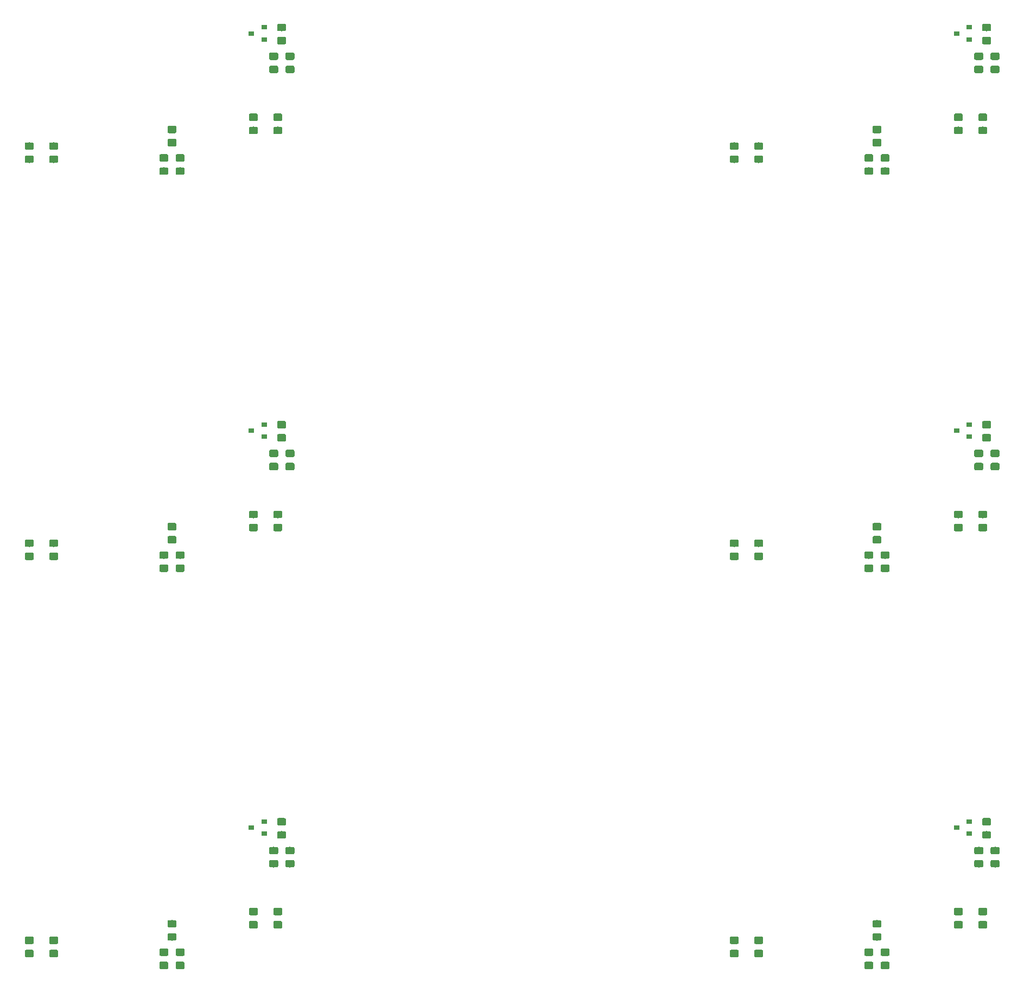
<source format=gbr>
G04 #@! TF.GenerationSoftware,KiCad,Pcbnew,5.1.4-e60b266~84~ubuntu18.04.1*
G04 #@! TF.CreationDate,2019-10-29T18:36:45-03:00*
G04 #@! TF.ProjectId,fonte_18V_panel,666f6e74-655f-4313-9856-5f70616e656c,rev?*
G04 #@! TF.SameCoordinates,Original*
G04 #@! TF.FileFunction,Paste,Bot*
G04 #@! TF.FilePolarity,Positive*
%FSLAX46Y46*%
G04 Gerber Fmt 4.6, Leading zero omitted, Abs format (unit mm)*
G04 Created by KiCad (PCBNEW 5.1.4-e60b266~84~ubuntu18.04.1) date 2019-10-29 18:36:45*
%MOMM*%
%LPD*%
G04 APERTURE LIST*
%ADD10C,0.100000*%
%ADD11C,1.150000*%
%ADD12R,0.900000X0.800000*%
G04 APERTURE END LIST*
D10*
G36*
X196841505Y-42179204D02*
G01*
X196865773Y-42182804D01*
X196889572Y-42188765D01*
X196912671Y-42197030D01*
X196934850Y-42207520D01*
X196955893Y-42220132D01*
X196975599Y-42234747D01*
X196993777Y-42251223D01*
X197010253Y-42269401D01*
X197024868Y-42289107D01*
X197037480Y-42310150D01*
X197047970Y-42332329D01*
X197056235Y-42355428D01*
X197062196Y-42379227D01*
X197065796Y-42403495D01*
X197067000Y-42427999D01*
X197067000Y-43078001D01*
X197065796Y-43102505D01*
X197062196Y-43126773D01*
X197056235Y-43150572D01*
X197047970Y-43173671D01*
X197037480Y-43195850D01*
X197024868Y-43216893D01*
X197010253Y-43236599D01*
X196993777Y-43254777D01*
X196975599Y-43271253D01*
X196955893Y-43285868D01*
X196934850Y-43298480D01*
X196912671Y-43308970D01*
X196889572Y-43317235D01*
X196865773Y-43323196D01*
X196841505Y-43326796D01*
X196817001Y-43328000D01*
X195916999Y-43328000D01*
X195892495Y-43326796D01*
X195868227Y-43323196D01*
X195844428Y-43317235D01*
X195821329Y-43308970D01*
X195799150Y-43298480D01*
X195778107Y-43285868D01*
X195758401Y-43271253D01*
X195740223Y-43254777D01*
X195723747Y-43236599D01*
X195709132Y-43216893D01*
X195696520Y-43195850D01*
X195686030Y-43173671D01*
X195677765Y-43150572D01*
X195671804Y-43126773D01*
X195668204Y-43102505D01*
X195667000Y-43078001D01*
X195667000Y-42427999D01*
X195668204Y-42403495D01*
X195671804Y-42379227D01*
X195677765Y-42355428D01*
X195686030Y-42332329D01*
X195696520Y-42310150D01*
X195709132Y-42289107D01*
X195723747Y-42269401D01*
X195740223Y-42251223D01*
X195758401Y-42234747D01*
X195778107Y-42220132D01*
X195799150Y-42207520D01*
X195821329Y-42197030D01*
X195844428Y-42188765D01*
X195868227Y-42182804D01*
X195892495Y-42179204D01*
X195916999Y-42178000D01*
X196817001Y-42178000D01*
X196841505Y-42179204D01*
X196841505Y-42179204D01*
G37*
D11*
X196367000Y-42753000D03*
D10*
G36*
X196841505Y-40129204D02*
G01*
X196865773Y-40132804D01*
X196889572Y-40138765D01*
X196912671Y-40147030D01*
X196934850Y-40157520D01*
X196955893Y-40170132D01*
X196975599Y-40184747D01*
X196993777Y-40201223D01*
X197010253Y-40219401D01*
X197024868Y-40239107D01*
X197037480Y-40260150D01*
X197047970Y-40282329D01*
X197056235Y-40305428D01*
X197062196Y-40329227D01*
X197065796Y-40353495D01*
X197067000Y-40377999D01*
X197067000Y-41028001D01*
X197065796Y-41052505D01*
X197062196Y-41076773D01*
X197056235Y-41100572D01*
X197047970Y-41123671D01*
X197037480Y-41145850D01*
X197024868Y-41166893D01*
X197010253Y-41186599D01*
X196993777Y-41204777D01*
X196975599Y-41221253D01*
X196955893Y-41235868D01*
X196934850Y-41248480D01*
X196912671Y-41258970D01*
X196889572Y-41267235D01*
X196865773Y-41273196D01*
X196841505Y-41276796D01*
X196817001Y-41278000D01*
X195916999Y-41278000D01*
X195892495Y-41276796D01*
X195868227Y-41273196D01*
X195844428Y-41267235D01*
X195821329Y-41258970D01*
X195799150Y-41248480D01*
X195778107Y-41235868D01*
X195758401Y-41221253D01*
X195740223Y-41204777D01*
X195723747Y-41186599D01*
X195709132Y-41166893D01*
X195696520Y-41145850D01*
X195686030Y-41123671D01*
X195677765Y-41100572D01*
X195671804Y-41076773D01*
X195668204Y-41052505D01*
X195667000Y-41028001D01*
X195667000Y-40377999D01*
X195668204Y-40353495D01*
X195671804Y-40329227D01*
X195677765Y-40305428D01*
X195686030Y-40282329D01*
X195696520Y-40260150D01*
X195709132Y-40239107D01*
X195723747Y-40219401D01*
X195740223Y-40201223D01*
X195758401Y-40184747D01*
X195778107Y-40170132D01*
X195799150Y-40157520D01*
X195821329Y-40147030D01*
X195844428Y-40138765D01*
X195868227Y-40132804D01*
X195892495Y-40129204D01*
X195916999Y-40128000D01*
X196817001Y-40128000D01*
X196841505Y-40129204D01*
X196841505Y-40129204D01*
G37*
D11*
X196367000Y-40703000D03*
D10*
G36*
X196841505Y-104179204D02*
G01*
X196865773Y-104182804D01*
X196889572Y-104188765D01*
X196912671Y-104197030D01*
X196934850Y-104207520D01*
X196955893Y-104220132D01*
X196975599Y-104234747D01*
X196993777Y-104251223D01*
X197010253Y-104269401D01*
X197024868Y-104289107D01*
X197037480Y-104310150D01*
X197047970Y-104332329D01*
X197056235Y-104355428D01*
X197062196Y-104379227D01*
X197065796Y-104403495D01*
X197067000Y-104427999D01*
X197067000Y-105078001D01*
X197065796Y-105102505D01*
X197062196Y-105126773D01*
X197056235Y-105150572D01*
X197047970Y-105173671D01*
X197037480Y-105195850D01*
X197024868Y-105216893D01*
X197010253Y-105236599D01*
X196993777Y-105254777D01*
X196975599Y-105271253D01*
X196955893Y-105285868D01*
X196934850Y-105298480D01*
X196912671Y-105308970D01*
X196889572Y-105317235D01*
X196865773Y-105323196D01*
X196841505Y-105326796D01*
X196817001Y-105328000D01*
X195916999Y-105328000D01*
X195892495Y-105326796D01*
X195868227Y-105323196D01*
X195844428Y-105317235D01*
X195821329Y-105308970D01*
X195799150Y-105298480D01*
X195778107Y-105285868D01*
X195758401Y-105271253D01*
X195740223Y-105254777D01*
X195723747Y-105236599D01*
X195709132Y-105216893D01*
X195696520Y-105195850D01*
X195686030Y-105173671D01*
X195677765Y-105150572D01*
X195671804Y-105126773D01*
X195668204Y-105102505D01*
X195667000Y-105078001D01*
X195667000Y-104427999D01*
X195668204Y-104403495D01*
X195671804Y-104379227D01*
X195677765Y-104355428D01*
X195686030Y-104332329D01*
X195696520Y-104310150D01*
X195709132Y-104289107D01*
X195723747Y-104269401D01*
X195740223Y-104251223D01*
X195758401Y-104234747D01*
X195778107Y-104220132D01*
X195799150Y-104207520D01*
X195821329Y-104197030D01*
X195844428Y-104188765D01*
X195868227Y-104182804D01*
X195892495Y-104179204D01*
X195916999Y-104178000D01*
X196817001Y-104178000D01*
X196841505Y-104179204D01*
X196841505Y-104179204D01*
G37*
D11*
X196367000Y-104753000D03*
D10*
G36*
X196841505Y-102129204D02*
G01*
X196865773Y-102132804D01*
X196889572Y-102138765D01*
X196912671Y-102147030D01*
X196934850Y-102157520D01*
X196955893Y-102170132D01*
X196975599Y-102184747D01*
X196993777Y-102201223D01*
X197010253Y-102219401D01*
X197024868Y-102239107D01*
X197037480Y-102260150D01*
X197047970Y-102282329D01*
X197056235Y-102305428D01*
X197062196Y-102329227D01*
X197065796Y-102353495D01*
X197067000Y-102377999D01*
X197067000Y-103028001D01*
X197065796Y-103052505D01*
X197062196Y-103076773D01*
X197056235Y-103100572D01*
X197047970Y-103123671D01*
X197037480Y-103145850D01*
X197024868Y-103166893D01*
X197010253Y-103186599D01*
X196993777Y-103204777D01*
X196975599Y-103221253D01*
X196955893Y-103235868D01*
X196934850Y-103248480D01*
X196912671Y-103258970D01*
X196889572Y-103267235D01*
X196865773Y-103273196D01*
X196841505Y-103276796D01*
X196817001Y-103278000D01*
X195916999Y-103278000D01*
X195892495Y-103276796D01*
X195868227Y-103273196D01*
X195844428Y-103267235D01*
X195821329Y-103258970D01*
X195799150Y-103248480D01*
X195778107Y-103235868D01*
X195758401Y-103221253D01*
X195740223Y-103204777D01*
X195723747Y-103186599D01*
X195709132Y-103166893D01*
X195696520Y-103145850D01*
X195686030Y-103123671D01*
X195677765Y-103100572D01*
X195671804Y-103076773D01*
X195668204Y-103052505D01*
X195667000Y-103028001D01*
X195667000Y-102377999D01*
X195668204Y-102353495D01*
X195671804Y-102329227D01*
X195677765Y-102305428D01*
X195686030Y-102282329D01*
X195696520Y-102260150D01*
X195709132Y-102239107D01*
X195723747Y-102219401D01*
X195740223Y-102201223D01*
X195758401Y-102184747D01*
X195778107Y-102170132D01*
X195799150Y-102157520D01*
X195821329Y-102147030D01*
X195844428Y-102138765D01*
X195868227Y-102132804D01*
X195892495Y-102129204D01*
X195916999Y-102128000D01*
X196817001Y-102128000D01*
X196841505Y-102129204D01*
X196841505Y-102129204D01*
G37*
D11*
X196367000Y-102703000D03*
D10*
G36*
X196841505Y-166179204D02*
G01*
X196865773Y-166182804D01*
X196889572Y-166188765D01*
X196912671Y-166197030D01*
X196934850Y-166207520D01*
X196955893Y-166220132D01*
X196975599Y-166234747D01*
X196993777Y-166251223D01*
X197010253Y-166269401D01*
X197024868Y-166289107D01*
X197037480Y-166310150D01*
X197047970Y-166332329D01*
X197056235Y-166355428D01*
X197062196Y-166379227D01*
X197065796Y-166403495D01*
X197067000Y-166427999D01*
X197067000Y-167078001D01*
X197065796Y-167102505D01*
X197062196Y-167126773D01*
X197056235Y-167150572D01*
X197047970Y-167173671D01*
X197037480Y-167195850D01*
X197024868Y-167216893D01*
X197010253Y-167236599D01*
X196993777Y-167254777D01*
X196975599Y-167271253D01*
X196955893Y-167285868D01*
X196934850Y-167298480D01*
X196912671Y-167308970D01*
X196889572Y-167317235D01*
X196865773Y-167323196D01*
X196841505Y-167326796D01*
X196817001Y-167328000D01*
X195916999Y-167328000D01*
X195892495Y-167326796D01*
X195868227Y-167323196D01*
X195844428Y-167317235D01*
X195821329Y-167308970D01*
X195799150Y-167298480D01*
X195778107Y-167285868D01*
X195758401Y-167271253D01*
X195740223Y-167254777D01*
X195723747Y-167236599D01*
X195709132Y-167216893D01*
X195696520Y-167195850D01*
X195686030Y-167173671D01*
X195677765Y-167150572D01*
X195671804Y-167126773D01*
X195668204Y-167102505D01*
X195667000Y-167078001D01*
X195667000Y-166427999D01*
X195668204Y-166403495D01*
X195671804Y-166379227D01*
X195677765Y-166355428D01*
X195686030Y-166332329D01*
X195696520Y-166310150D01*
X195709132Y-166289107D01*
X195723747Y-166269401D01*
X195740223Y-166251223D01*
X195758401Y-166234747D01*
X195778107Y-166220132D01*
X195799150Y-166207520D01*
X195821329Y-166197030D01*
X195844428Y-166188765D01*
X195868227Y-166182804D01*
X195892495Y-166179204D01*
X195916999Y-166178000D01*
X196817001Y-166178000D01*
X196841505Y-166179204D01*
X196841505Y-166179204D01*
G37*
D11*
X196367000Y-166753000D03*
D10*
G36*
X196841505Y-164129204D02*
G01*
X196865773Y-164132804D01*
X196889572Y-164138765D01*
X196912671Y-164147030D01*
X196934850Y-164157520D01*
X196955893Y-164170132D01*
X196975599Y-164184747D01*
X196993777Y-164201223D01*
X197010253Y-164219401D01*
X197024868Y-164239107D01*
X197037480Y-164260150D01*
X197047970Y-164282329D01*
X197056235Y-164305428D01*
X197062196Y-164329227D01*
X197065796Y-164353495D01*
X197067000Y-164377999D01*
X197067000Y-165028001D01*
X197065796Y-165052505D01*
X197062196Y-165076773D01*
X197056235Y-165100572D01*
X197047970Y-165123671D01*
X197037480Y-165145850D01*
X197024868Y-165166893D01*
X197010253Y-165186599D01*
X196993777Y-165204777D01*
X196975599Y-165221253D01*
X196955893Y-165235868D01*
X196934850Y-165248480D01*
X196912671Y-165258970D01*
X196889572Y-165267235D01*
X196865773Y-165273196D01*
X196841505Y-165276796D01*
X196817001Y-165278000D01*
X195916999Y-165278000D01*
X195892495Y-165276796D01*
X195868227Y-165273196D01*
X195844428Y-165267235D01*
X195821329Y-165258970D01*
X195799150Y-165248480D01*
X195778107Y-165235868D01*
X195758401Y-165221253D01*
X195740223Y-165204777D01*
X195723747Y-165186599D01*
X195709132Y-165166893D01*
X195696520Y-165145850D01*
X195686030Y-165123671D01*
X195677765Y-165100572D01*
X195671804Y-165076773D01*
X195668204Y-165052505D01*
X195667000Y-165028001D01*
X195667000Y-164377999D01*
X195668204Y-164353495D01*
X195671804Y-164329227D01*
X195677765Y-164305428D01*
X195686030Y-164282329D01*
X195696520Y-164260150D01*
X195709132Y-164239107D01*
X195723747Y-164219401D01*
X195740223Y-164201223D01*
X195758401Y-164184747D01*
X195778107Y-164170132D01*
X195799150Y-164157520D01*
X195821329Y-164147030D01*
X195844428Y-164138765D01*
X195868227Y-164132804D01*
X195892495Y-164129204D01*
X195916999Y-164128000D01*
X196817001Y-164128000D01*
X196841505Y-164129204D01*
X196841505Y-164129204D01*
G37*
D11*
X196367000Y-164703000D03*
D10*
G36*
X86841505Y-42179204D02*
G01*
X86865773Y-42182804D01*
X86889572Y-42188765D01*
X86912671Y-42197030D01*
X86934850Y-42207520D01*
X86955893Y-42220132D01*
X86975599Y-42234747D01*
X86993777Y-42251223D01*
X87010253Y-42269401D01*
X87024868Y-42289107D01*
X87037480Y-42310150D01*
X87047970Y-42332329D01*
X87056235Y-42355428D01*
X87062196Y-42379227D01*
X87065796Y-42403495D01*
X87067000Y-42427999D01*
X87067000Y-43078001D01*
X87065796Y-43102505D01*
X87062196Y-43126773D01*
X87056235Y-43150572D01*
X87047970Y-43173671D01*
X87037480Y-43195850D01*
X87024868Y-43216893D01*
X87010253Y-43236599D01*
X86993777Y-43254777D01*
X86975599Y-43271253D01*
X86955893Y-43285868D01*
X86934850Y-43298480D01*
X86912671Y-43308970D01*
X86889572Y-43317235D01*
X86865773Y-43323196D01*
X86841505Y-43326796D01*
X86817001Y-43328000D01*
X85916999Y-43328000D01*
X85892495Y-43326796D01*
X85868227Y-43323196D01*
X85844428Y-43317235D01*
X85821329Y-43308970D01*
X85799150Y-43298480D01*
X85778107Y-43285868D01*
X85758401Y-43271253D01*
X85740223Y-43254777D01*
X85723747Y-43236599D01*
X85709132Y-43216893D01*
X85696520Y-43195850D01*
X85686030Y-43173671D01*
X85677765Y-43150572D01*
X85671804Y-43126773D01*
X85668204Y-43102505D01*
X85667000Y-43078001D01*
X85667000Y-42427999D01*
X85668204Y-42403495D01*
X85671804Y-42379227D01*
X85677765Y-42355428D01*
X85686030Y-42332329D01*
X85696520Y-42310150D01*
X85709132Y-42289107D01*
X85723747Y-42269401D01*
X85740223Y-42251223D01*
X85758401Y-42234747D01*
X85778107Y-42220132D01*
X85799150Y-42207520D01*
X85821329Y-42197030D01*
X85844428Y-42188765D01*
X85868227Y-42182804D01*
X85892495Y-42179204D01*
X85916999Y-42178000D01*
X86817001Y-42178000D01*
X86841505Y-42179204D01*
X86841505Y-42179204D01*
G37*
D11*
X86367000Y-42753000D03*
D10*
G36*
X86841505Y-40129204D02*
G01*
X86865773Y-40132804D01*
X86889572Y-40138765D01*
X86912671Y-40147030D01*
X86934850Y-40157520D01*
X86955893Y-40170132D01*
X86975599Y-40184747D01*
X86993777Y-40201223D01*
X87010253Y-40219401D01*
X87024868Y-40239107D01*
X87037480Y-40260150D01*
X87047970Y-40282329D01*
X87056235Y-40305428D01*
X87062196Y-40329227D01*
X87065796Y-40353495D01*
X87067000Y-40377999D01*
X87067000Y-41028001D01*
X87065796Y-41052505D01*
X87062196Y-41076773D01*
X87056235Y-41100572D01*
X87047970Y-41123671D01*
X87037480Y-41145850D01*
X87024868Y-41166893D01*
X87010253Y-41186599D01*
X86993777Y-41204777D01*
X86975599Y-41221253D01*
X86955893Y-41235868D01*
X86934850Y-41248480D01*
X86912671Y-41258970D01*
X86889572Y-41267235D01*
X86865773Y-41273196D01*
X86841505Y-41276796D01*
X86817001Y-41278000D01*
X85916999Y-41278000D01*
X85892495Y-41276796D01*
X85868227Y-41273196D01*
X85844428Y-41267235D01*
X85821329Y-41258970D01*
X85799150Y-41248480D01*
X85778107Y-41235868D01*
X85758401Y-41221253D01*
X85740223Y-41204777D01*
X85723747Y-41186599D01*
X85709132Y-41166893D01*
X85696520Y-41145850D01*
X85686030Y-41123671D01*
X85677765Y-41100572D01*
X85671804Y-41076773D01*
X85668204Y-41052505D01*
X85667000Y-41028001D01*
X85667000Y-40377999D01*
X85668204Y-40353495D01*
X85671804Y-40329227D01*
X85677765Y-40305428D01*
X85686030Y-40282329D01*
X85696520Y-40260150D01*
X85709132Y-40239107D01*
X85723747Y-40219401D01*
X85740223Y-40201223D01*
X85758401Y-40184747D01*
X85778107Y-40170132D01*
X85799150Y-40157520D01*
X85821329Y-40147030D01*
X85844428Y-40138765D01*
X85868227Y-40132804D01*
X85892495Y-40129204D01*
X85916999Y-40128000D01*
X86817001Y-40128000D01*
X86841505Y-40129204D01*
X86841505Y-40129204D01*
G37*
D11*
X86367000Y-40703000D03*
D10*
G36*
X86841505Y-104179204D02*
G01*
X86865773Y-104182804D01*
X86889572Y-104188765D01*
X86912671Y-104197030D01*
X86934850Y-104207520D01*
X86955893Y-104220132D01*
X86975599Y-104234747D01*
X86993777Y-104251223D01*
X87010253Y-104269401D01*
X87024868Y-104289107D01*
X87037480Y-104310150D01*
X87047970Y-104332329D01*
X87056235Y-104355428D01*
X87062196Y-104379227D01*
X87065796Y-104403495D01*
X87067000Y-104427999D01*
X87067000Y-105078001D01*
X87065796Y-105102505D01*
X87062196Y-105126773D01*
X87056235Y-105150572D01*
X87047970Y-105173671D01*
X87037480Y-105195850D01*
X87024868Y-105216893D01*
X87010253Y-105236599D01*
X86993777Y-105254777D01*
X86975599Y-105271253D01*
X86955893Y-105285868D01*
X86934850Y-105298480D01*
X86912671Y-105308970D01*
X86889572Y-105317235D01*
X86865773Y-105323196D01*
X86841505Y-105326796D01*
X86817001Y-105328000D01*
X85916999Y-105328000D01*
X85892495Y-105326796D01*
X85868227Y-105323196D01*
X85844428Y-105317235D01*
X85821329Y-105308970D01*
X85799150Y-105298480D01*
X85778107Y-105285868D01*
X85758401Y-105271253D01*
X85740223Y-105254777D01*
X85723747Y-105236599D01*
X85709132Y-105216893D01*
X85696520Y-105195850D01*
X85686030Y-105173671D01*
X85677765Y-105150572D01*
X85671804Y-105126773D01*
X85668204Y-105102505D01*
X85667000Y-105078001D01*
X85667000Y-104427999D01*
X85668204Y-104403495D01*
X85671804Y-104379227D01*
X85677765Y-104355428D01*
X85686030Y-104332329D01*
X85696520Y-104310150D01*
X85709132Y-104289107D01*
X85723747Y-104269401D01*
X85740223Y-104251223D01*
X85758401Y-104234747D01*
X85778107Y-104220132D01*
X85799150Y-104207520D01*
X85821329Y-104197030D01*
X85844428Y-104188765D01*
X85868227Y-104182804D01*
X85892495Y-104179204D01*
X85916999Y-104178000D01*
X86817001Y-104178000D01*
X86841505Y-104179204D01*
X86841505Y-104179204D01*
G37*
D11*
X86367000Y-104753000D03*
D10*
G36*
X86841505Y-102129204D02*
G01*
X86865773Y-102132804D01*
X86889572Y-102138765D01*
X86912671Y-102147030D01*
X86934850Y-102157520D01*
X86955893Y-102170132D01*
X86975599Y-102184747D01*
X86993777Y-102201223D01*
X87010253Y-102219401D01*
X87024868Y-102239107D01*
X87037480Y-102260150D01*
X87047970Y-102282329D01*
X87056235Y-102305428D01*
X87062196Y-102329227D01*
X87065796Y-102353495D01*
X87067000Y-102377999D01*
X87067000Y-103028001D01*
X87065796Y-103052505D01*
X87062196Y-103076773D01*
X87056235Y-103100572D01*
X87047970Y-103123671D01*
X87037480Y-103145850D01*
X87024868Y-103166893D01*
X87010253Y-103186599D01*
X86993777Y-103204777D01*
X86975599Y-103221253D01*
X86955893Y-103235868D01*
X86934850Y-103248480D01*
X86912671Y-103258970D01*
X86889572Y-103267235D01*
X86865773Y-103273196D01*
X86841505Y-103276796D01*
X86817001Y-103278000D01*
X85916999Y-103278000D01*
X85892495Y-103276796D01*
X85868227Y-103273196D01*
X85844428Y-103267235D01*
X85821329Y-103258970D01*
X85799150Y-103248480D01*
X85778107Y-103235868D01*
X85758401Y-103221253D01*
X85740223Y-103204777D01*
X85723747Y-103186599D01*
X85709132Y-103166893D01*
X85696520Y-103145850D01*
X85686030Y-103123671D01*
X85677765Y-103100572D01*
X85671804Y-103076773D01*
X85668204Y-103052505D01*
X85667000Y-103028001D01*
X85667000Y-102377999D01*
X85668204Y-102353495D01*
X85671804Y-102329227D01*
X85677765Y-102305428D01*
X85686030Y-102282329D01*
X85696520Y-102260150D01*
X85709132Y-102239107D01*
X85723747Y-102219401D01*
X85740223Y-102201223D01*
X85758401Y-102184747D01*
X85778107Y-102170132D01*
X85799150Y-102157520D01*
X85821329Y-102147030D01*
X85844428Y-102138765D01*
X85868227Y-102132804D01*
X85892495Y-102129204D01*
X85916999Y-102128000D01*
X86817001Y-102128000D01*
X86841505Y-102129204D01*
X86841505Y-102129204D01*
G37*
D11*
X86367000Y-102703000D03*
D10*
G36*
X215301505Y-37539204D02*
G01*
X215325773Y-37542804D01*
X215349572Y-37548765D01*
X215372671Y-37557030D01*
X215394850Y-37567520D01*
X215415893Y-37580132D01*
X215435599Y-37594747D01*
X215453777Y-37611223D01*
X215470253Y-37629401D01*
X215484868Y-37649107D01*
X215497480Y-37670150D01*
X215507970Y-37692329D01*
X215516235Y-37715428D01*
X215522196Y-37739227D01*
X215525796Y-37763495D01*
X215527000Y-37787999D01*
X215527000Y-38438001D01*
X215525796Y-38462505D01*
X215522196Y-38486773D01*
X215516235Y-38510572D01*
X215507970Y-38533671D01*
X215497480Y-38555850D01*
X215484868Y-38576893D01*
X215470253Y-38596599D01*
X215453777Y-38614777D01*
X215435599Y-38631253D01*
X215415893Y-38645868D01*
X215394850Y-38658480D01*
X215372671Y-38668970D01*
X215349572Y-38677235D01*
X215325773Y-38683196D01*
X215301505Y-38686796D01*
X215277001Y-38688000D01*
X214376999Y-38688000D01*
X214352495Y-38686796D01*
X214328227Y-38683196D01*
X214304428Y-38677235D01*
X214281329Y-38668970D01*
X214259150Y-38658480D01*
X214238107Y-38645868D01*
X214218401Y-38631253D01*
X214200223Y-38614777D01*
X214183747Y-38596599D01*
X214169132Y-38576893D01*
X214156520Y-38555850D01*
X214146030Y-38533671D01*
X214137765Y-38510572D01*
X214131804Y-38486773D01*
X214128204Y-38462505D01*
X214127000Y-38438001D01*
X214127000Y-37787999D01*
X214128204Y-37763495D01*
X214131804Y-37739227D01*
X214137765Y-37715428D01*
X214146030Y-37692329D01*
X214156520Y-37670150D01*
X214169132Y-37649107D01*
X214183747Y-37629401D01*
X214200223Y-37611223D01*
X214218401Y-37594747D01*
X214238107Y-37580132D01*
X214259150Y-37567520D01*
X214281329Y-37557030D01*
X214304428Y-37548765D01*
X214328227Y-37542804D01*
X214352495Y-37539204D01*
X214376999Y-37538000D01*
X215277001Y-37538000D01*
X215301505Y-37539204D01*
X215301505Y-37539204D01*
G37*
D11*
X214827000Y-38113000D03*
D10*
G36*
X215301505Y-39589204D02*
G01*
X215325773Y-39592804D01*
X215349572Y-39598765D01*
X215372671Y-39607030D01*
X215394850Y-39617520D01*
X215415893Y-39630132D01*
X215435599Y-39644747D01*
X215453777Y-39661223D01*
X215470253Y-39679401D01*
X215484868Y-39699107D01*
X215497480Y-39720150D01*
X215507970Y-39742329D01*
X215516235Y-39765428D01*
X215522196Y-39789227D01*
X215525796Y-39813495D01*
X215527000Y-39837999D01*
X215527000Y-40488001D01*
X215525796Y-40512505D01*
X215522196Y-40536773D01*
X215516235Y-40560572D01*
X215507970Y-40583671D01*
X215497480Y-40605850D01*
X215484868Y-40626893D01*
X215470253Y-40646599D01*
X215453777Y-40664777D01*
X215435599Y-40681253D01*
X215415893Y-40695868D01*
X215394850Y-40708480D01*
X215372671Y-40718970D01*
X215349572Y-40727235D01*
X215325773Y-40733196D01*
X215301505Y-40736796D01*
X215277001Y-40738000D01*
X214376999Y-40738000D01*
X214352495Y-40736796D01*
X214328227Y-40733196D01*
X214304428Y-40727235D01*
X214281329Y-40718970D01*
X214259150Y-40708480D01*
X214238107Y-40695868D01*
X214218401Y-40681253D01*
X214200223Y-40664777D01*
X214183747Y-40646599D01*
X214169132Y-40626893D01*
X214156520Y-40605850D01*
X214146030Y-40583671D01*
X214137765Y-40560572D01*
X214131804Y-40536773D01*
X214128204Y-40512505D01*
X214127000Y-40488001D01*
X214127000Y-39837999D01*
X214128204Y-39813495D01*
X214131804Y-39789227D01*
X214137765Y-39765428D01*
X214146030Y-39742329D01*
X214156520Y-39720150D01*
X214169132Y-39699107D01*
X214183747Y-39679401D01*
X214200223Y-39661223D01*
X214218401Y-39644747D01*
X214238107Y-39630132D01*
X214259150Y-39617520D01*
X214281329Y-39607030D01*
X214304428Y-39598765D01*
X214328227Y-39592804D01*
X214352495Y-39589204D01*
X214376999Y-39588000D01*
X215277001Y-39588000D01*
X215301505Y-39589204D01*
X215301505Y-39589204D01*
G37*
D11*
X214827000Y-40163000D03*
D10*
G36*
X215301505Y-99539204D02*
G01*
X215325773Y-99542804D01*
X215349572Y-99548765D01*
X215372671Y-99557030D01*
X215394850Y-99567520D01*
X215415893Y-99580132D01*
X215435599Y-99594747D01*
X215453777Y-99611223D01*
X215470253Y-99629401D01*
X215484868Y-99649107D01*
X215497480Y-99670150D01*
X215507970Y-99692329D01*
X215516235Y-99715428D01*
X215522196Y-99739227D01*
X215525796Y-99763495D01*
X215527000Y-99787999D01*
X215527000Y-100438001D01*
X215525796Y-100462505D01*
X215522196Y-100486773D01*
X215516235Y-100510572D01*
X215507970Y-100533671D01*
X215497480Y-100555850D01*
X215484868Y-100576893D01*
X215470253Y-100596599D01*
X215453777Y-100614777D01*
X215435599Y-100631253D01*
X215415893Y-100645868D01*
X215394850Y-100658480D01*
X215372671Y-100668970D01*
X215349572Y-100677235D01*
X215325773Y-100683196D01*
X215301505Y-100686796D01*
X215277001Y-100688000D01*
X214376999Y-100688000D01*
X214352495Y-100686796D01*
X214328227Y-100683196D01*
X214304428Y-100677235D01*
X214281329Y-100668970D01*
X214259150Y-100658480D01*
X214238107Y-100645868D01*
X214218401Y-100631253D01*
X214200223Y-100614777D01*
X214183747Y-100596599D01*
X214169132Y-100576893D01*
X214156520Y-100555850D01*
X214146030Y-100533671D01*
X214137765Y-100510572D01*
X214131804Y-100486773D01*
X214128204Y-100462505D01*
X214127000Y-100438001D01*
X214127000Y-99787999D01*
X214128204Y-99763495D01*
X214131804Y-99739227D01*
X214137765Y-99715428D01*
X214146030Y-99692329D01*
X214156520Y-99670150D01*
X214169132Y-99649107D01*
X214183747Y-99629401D01*
X214200223Y-99611223D01*
X214218401Y-99594747D01*
X214238107Y-99580132D01*
X214259150Y-99567520D01*
X214281329Y-99557030D01*
X214304428Y-99548765D01*
X214328227Y-99542804D01*
X214352495Y-99539204D01*
X214376999Y-99538000D01*
X215277001Y-99538000D01*
X215301505Y-99539204D01*
X215301505Y-99539204D01*
G37*
D11*
X214827000Y-100113000D03*
D10*
G36*
X215301505Y-101589204D02*
G01*
X215325773Y-101592804D01*
X215349572Y-101598765D01*
X215372671Y-101607030D01*
X215394850Y-101617520D01*
X215415893Y-101630132D01*
X215435599Y-101644747D01*
X215453777Y-101661223D01*
X215470253Y-101679401D01*
X215484868Y-101699107D01*
X215497480Y-101720150D01*
X215507970Y-101742329D01*
X215516235Y-101765428D01*
X215522196Y-101789227D01*
X215525796Y-101813495D01*
X215527000Y-101837999D01*
X215527000Y-102488001D01*
X215525796Y-102512505D01*
X215522196Y-102536773D01*
X215516235Y-102560572D01*
X215507970Y-102583671D01*
X215497480Y-102605850D01*
X215484868Y-102626893D01*
X215470253Y-102646599D01*
X215453777Y-102664777D01*
X215435599Y-102681253D01*
X215415893Y-102695868D01*
X215394850Y-102708480D01*
X215372671Y-102718970D01*
X215349572Y-102727235D01*
X215325773Y-102733196D01*
X215301505Y-102736796D01*
X215277001Y-102738000D01*
X214376999Y-102738000D01*
X214352495Y-102736796D01*
X214328227Y-102733196D01*
X214304428Y-102727235D01*
X214281329Y-102718970D01*
X214259150Y-102708480D01*
X214238107Y-102695868D01*
X214218401Y-102681253D01*
X214200223Y-102664777D01*
X214183747Y-102646599D01*
X214169132Y-102626893D01*
X214156520Y-102605850D01*
X214146030Y-102583671D01*
X214137765Y-102560572D01*
X214131804Y-102536773D01*
X214128204Y-102512505D01*
X214127000Y-102488001D01*
X214127000Y-101837999D01*
X214128204Y-101813495D01*
X214131804Y-101789227D01*
X214137765Y-101765428D01*
X214146030Y-101742329D01*
X214156520Y-101720150D01*
X214169132Y-101699107D01*
X214183747Y-101679401D01*
X214200223Y-101661223D01*
X214218401Y-101644747D01*
X214238107Y-101630132D01*
X214259150Y-101617520D01*
X214281329Y-101607030D01*
X214304428Y-101598765D01*
X214328227Y-101592804D01*
X214352495Y-101589204D01*
X214376999Y-101588000D01*
X215277001Y-101588000D01*
X215301505Y-101589204D01*
X215301505Y-101589204D01*
G37*
D11*
X214827000Y-102163000D03*
D10*
G36*
X215301505Y-161539204D02*
G01*
X215325773Y-161542804D01*
X215349572Y-161548765D01*
X215372671Y-161557030D01*
X215394850Y-161567520D01*
X215415893Y-161580132D01*
X215435599Y-161594747D01*
X215453777Y-161611223D01*
X215470253Y-161629401D01*
X215484868Y-161649107D01*
X215497480Y-161670150D01*
X215507970Y-161692329D01*
X215516235Y-161715428D01*
X215522196Y-161739227D01*
X215525796Y-161763495D01*
X215527000Y-161787999D01*
X215527000Y-162438001D01*
X215525796Y-162462505D01*
X215522196Y-162486773D01*
X215516235Y-162510572D01*
X215507970Y-162533671D01*
X215497480Y-162555850D01*
X215484868Y-162576893D01*
X215470253Y-162596599D01*
X215453777Y-162614777D01*
X215435599Y-162631253D01*
X215415893Y-162645868D01*
X215394850Y-162658480D01*
X215372671Y-162668970D01*
X215349572Y-162677235D01*
X215325773Y-162683196D01*
X215301505Y-162686796D01*
X215277001Y-162688000D01*
X214376999Y-162688000D01*
X214352495Y-162686796D01*
X214328227Y-162683196D01*
X214304428Y-162677235D01*
X214281329Y-162668970D01*
X214259150Y-162658480D01*
X214238107Y-162645868D01*
X214218401Y-162631253D01*
X214200223Y-162614777D01*
X214183747Y-162596599D01*
X214169132Y-162576893D01*
X214156520Y-162555850D01*
X214146030Y-162533671D01*
X214137765Y-162510572D01*
X214131804Y-162486773D01*
X214128204Y-162462505D01*
X214127000Y-162438001D01*
X214127000Y-161787999D01*
X214128204Y-161763495D01*
X214131804Y-161739227D01*
X214137765Y-161715428D01*
X214146030Y-161692329D01*
X214156520Y-161670150D01*
X214169132Y-161649107D01*
X214183747Y-161629401D01*
X214200223Y-161611223D01*
X214218401Y-161594747D01*
X214238107Y-161580132D01*
X214259150Y-161567520D01*
X214281329Y-161557030D01*
X214304428Y-161548765D01*
X214328227Y-161542804D01*
X214352495Y-161539204D01*
X214376999Y-161538000D01*
X215277001Y-161538000D01*
X215301505Y-161539204D01*
X215301505Y-161539204D01*
G37*
D11*
X214827000Y-162113000D03*
D10*
G36*
X215301505Y-163589204D02*
G01*
X215325773Y-163592804D01*
X215349572Y-163598765D01*
X215372671Y-163607030D01*
X215394850Y-163617520D01*
X215415893Y-163630132D01*
X215435599Y-163644747D01*
X215453777Y-163661223D01*
X215470253Y-163679401D01*
X215484868Y-163699107D01*
X215497480Y-163720150D01*
X215507970Y-163742329D01*
X215516235Y-163765428D01*
X215522196Y-163789227D01*
X215525796Y-163813495D01*
X215527000Y-163837999D01*
X215527000Y-164488001D01*
X215525796Y-164512505D01*
X215522196Y-164536773D01*
X215516235Y-164560572D01*
X215507970Y-164583671D01*
X215497480Y-164605850D01*
X215484868Y-164626893D01*
X215470253Y-164646599D01*
X215453777Y-164664777D01*
X215435599Y-164681253D01*
X215415893Y-164695868D01*
X215394850Y-164708480D01*
X215372671Y-164718970D01*
X215349572Y-164727235D01*
X215325773Y-164733196D01*
X215301505Y-164736796D01*
X215277001Y-164738000D01*
X214376999Y-164738000D01*
X214352495Y-164736796D01*
X214328227Y-164733196D01*
X214304428Y-164727235D01*
X214281329Y-164718970D01*
X214259150Y-164708480D01*
X214238107Y-164695868D01*
X214218401Y-164681253D01*
X214200223Y-164664777D01*
X214183747Y-164646599D01*
X214169132Y-164626893D01*
X214156520Y-164605850D01*
X214146030Y-164583671D01*
X214137765Y-164560572D01*
X214131804Y-164536773D01*
X214128204Y-164512505D01*
X214127000Y-164488001D01*
X214127000Y-163837999D01*
X214128204Y-163813495D01*
X214131804Y-163789227D01*
X214137765Y-163765428D01*
X214146030Y-163742329D01*
X214156520Y-163720150D01*
X214169132Y-163699107D01*
X214183747Y-163679401D01*
X214200223Y-163661223D01*
X214218401Y-163644747D01*
X214238107Y-163630132D01*
X214259150Y-163617520D01*
X214281329Y-163607030D01*
X214304428Y-163598765D01*
X214328227Y-163592804D01*
X214352495Y-163589204D01*
X214376999Y-163588000D01*
X215277001Y-163588000D01*
X215301505Y-163589204D01*
X215301505Y-163589204D01*
G37*
D11*
X214827000Y-164163000D03*
D10*
G36*
X105301505Y-37539204D02*
G01*
X105325773Y-37542804D01*
X105349572Y-37548765D01*
X105372671Y-37557030D01*
X105394850Y-37567520D01*
X105415893Y-37580132D01*
X105435599Y-37594747D01*
X105453777Y-37611223D01*
X105470253Y-37629401D01*
X105484868Y-37649107D01*
X105497480Y-37670150D01*
X105507970Y-37692329D01*
X105516235Y-37715428D01*
X105522196Y-37739227D01*
X105525796Y-37763495D01*
X105527000Y-37787999D01*
X105527000Y-38438001D01*
X105525796Y-38462505D01*
X105522196Y-38486773D01*
X105516235Y-38510572D01*
X105507970Y-38533671D01*
X105497480Y-38555850D01*
X105484868Y-38576893D01*
X105470253Y-38596599D01*
X105453777Y-38614777D01*
X105435599Y-38631253D01*
X105415893Y-38645868D01*
X105394850Y-38658480D01*
X105372671Y-38668970D01*
X105349572Y-38677235D01*
X105325773Y-38683196D01*
X105301505Y-38686796D01*
X105277001Y-38688000D01*
X104376999Y-38688000D01*
X104352495Y-38686796D01*
X104328227Y-38683196D01*
X104304428Y-38677235D01*
X104281329Y-38668970D01*
X104259150Y-38658480D01*
X104238107Y-38645868D01*
X104218401Y-38631253D01*
X104200223Y-38614777D01*
X104183747Y-38596599D01*
X104169132Y-38576893D01*
X104156520Y-38555850D01*
X104146030Y-38533671D01*
X104137765Y-38510572D01*
X104131804Y-38486773D01*
X104128204Y-38462505D01*
X104127000Y-38438001D01*
X104127000Y-37787999D01*
X104128204Y-37763495D01*
X104131804Y-37739227D01*
X104137765Y-37715428D01*
X104146030Y-37692329D01*
X104156520Y-37670150D01*
X104169132Y-37649107D01*
X104183747Y-37629401D01*
X104200223Y-37611223D01*
X104218401Y-37594747D01*
X104238107Y-37580132D01*
X104259150Y-37567520D01*
X104281329Y-37557030D01*
X104304428Y-37548765D01*
X104328227Y-37542804D01*
X104352495Y-37539204D01*
X104376999Y-37538000D01*
X105277001Y-37538000D01*
X105301505Y-37539204D01*
X105301505Y-37539204D01*
G37*
D11*
X104827000Y-38113000D03*
D10*
G36*
X105301505Y-39589204D02*
G01*
X105325773Y-39592804D01*
X105349572Y-39598765D01*
X105372671Y-39607030D01*
X105394850Y-39617520D01*
X105415893Y-39630132D01*
X105435599Y-39644747D01*
X105453777Y-39661223D01*
X105470253Y-39679401D01*
X105484868Y-39699107D01*
X105497480Y-39720150D01*
X105507970Y-39742329D01*
X105516235Y-39765428D01*
X105522196Y-39789227D01*
X105525796Y-39813495D01*
X105527000Y-39837999D01*
X105527000Y-40488001D01*
X105525796Y-40512505D01*
X105522196Y-40536773D01*
X105516235Y-40560572D01*
X105507970Y-40583671D01*
X105497480Y-40605850D01*
X105484868Y-40626893D01*
X105470253Y-40646599D01*
X105453777Y-40664777D01*
X105435599Y-40681253D01*
X105415893Y-40695868D01*
X105394850Y-40708480D01*
X105372671Y-40718970D01*
X105349572Y-40727235D01*
X105325773Y-40733196D01*
X105301505Y-40736796D01*
X105277001Y-40738000D01*
X104376999Y-40738000D01*
X104352495Y-40736796D01*
X104328227Y-40733196D01*
X104304428Y-40727235D01*
X104281329Y-40718970D01*
X104259150Y-40708480D01*
X104238107Y-40695868D01*
X104218401Y-40681253D01*
X104200223Y-40664777D01*
X104183747Y-40646599D01*
X104169132Y-40626893D01*
X104156520Y-40605850D01*
X104146030Y-40583671D01*
X104137765Y-40560572D01*
X104131804Y-40536773D01*
X104128204Y-40512505D01*
X104127000Y-40488001D01*
X104127000Y-39837999D01*
X104128204Y-39813495D01*
X104131804Y-39789227D01*
X104137765Y-39765428D01*
X104146030Y-39742329D01*
X104156520Y-39720150D01*
X104169132Y-39699107D01*
X104183747Y-39679401D01*
X104200223Y-39661223D01*
X104218401Y-39644747D01*
X104238107Y-39630132D01*
X104259150Y-39617520D01*
X104281329Y-39607030D01*
X104304428Y-39598765D01*
X104328227Y-39592804D01*
X104352495Y-39589204D01*
X104376999Y-39588000D01*
X105277001Y-39588000D01*
X105301505Y-39589204D01*
X105301505Y-39589204D01*
G37*
D11*
X104827000Y-40163000D03*
D10*
G36*
X105301505Y-99539204D02*
G01*
X105325773Y-99542804D01*
X105349572Y-99548765D01*
X105372671Y-99557030D01*
X105394850Y-99567520D01*
X105415893Y-99580132D01*
X105435599Y-99594747D01*
X105453777Y-99611223D01*
X105470253Y-99629401D01*
X105484868Y-99649107D01*
X105497480Y-99670150D01*
X105507970Y-99692329D01*
X105516235Y-99715428D01*
X105522196Y-99739227D01*
X105525796Y-99763495D01*
X105527000Y-99787999D01*
X105527000Y-100438001D01*
X105525796Y-100462505D01*
X105522196Y-100486773D01*
X105516235Y-100510572D01*
X105507970Y-100533671D01*
X105497480Y-100555850D01*
X105484868Y-100576893D01*
X105470253Y-100596599D01*
X105453777Y-100614777D01*
X105435599Y-100631253D01*
X105415893Y-100645868D01*
X105394850Y-100658480D01*
X105372671Y-100668970D01*
X105349572Y-100677235D01*
X105325773Y-100683196D01*
X105301505Y-100686796D01*
X105277001Y-100688000D01*
X104376999Y-100688000D01*
X104352495Y-100686796D01*
X104328227Y-100683196D01*
X104304428Y-100677235D01*
X104281329Y-100668970D01*
X104259150Y-100658480D01*
X104238107Y-100645868D01*
X104218401Y-100631253D01*
X104200223Y-100614777D01*
X104183747Y-100596599D01*
X104169132Y-100576893D01*
X104156520Y-100555850D01*
X104146030Y-100533671D01*
X104137765Y-100510572D01*
X104131804Y-100486773D01*
X104128204Y-100462505D01*
X104127000Y-100438001D01*
X104127000Y-99787999D01*
X104128204Y-99763495D01*
X104131804Y-99739227D01*
X104137765Y-99715428D01*
X104146030Y-99692329D01*
X104156520Y-99670150D01*
X104169132Y-99649107D01*
X104183747Y-99629401D01*
X104200223Y-99611223D01*
X104218401Y-99594747D01*
X104238107Y-99580132D01*
X104259150Y-99567520D01*
X104281329Y-99557030D01*
X104304428Y-99548765D01*
X104328227Y-99542804D01*
X104352495Y-99539204D01*
X104376999Y-99538000D01*
X105277001Y-99538000D01*
X105301505Y-99539204D01*
X105301505Y-99539204D01*
G37*
D11*
X104827000Y-100113000D03*
D10*
G36*
X105301505Y-101589204D02*
G01*
X105325773Y-101592804D01*
X105349572Y-101598765D01*
X105372671Y-101607030D01*
X105394850Y-101617520D01*
X105415893Y-101630132D01*
X105435599Y-101644747D01*
X105453777Y-101661223D01*
X105470253Y-101679401D01*
X105484868Y-101699107D01*
X105497480Y-101720150D01*
X105507970Y-101742329D01*
X105516235Y-101765428D01*
X105522196Y-101789227D01*
X105525796Y-101813495D01*
X105527000Y-101837999D01*
X105527000Y-102488001D01*
X105525796Y-102512505D01*
X105522196Y-102536773D01*
X105516235Y-102560572D01*
X105507970Y-102583671D01*
X105497480Y-102605850D01*
X105484868Y-102626893D01*
X105470253Y-102646599D01*
X105453777Y-102664777D01*
X105435599Y-102681253D01*
X105415893Y-102695868D01*
X105394850Y-102708480D01*
X105372671Y-102718970D01*
X105349572Y-102727235D01*
X105325773Y-102733196D01*
X105301505Y-102736796D01*
X105277001Y-102738000D01*
X104376999Y-102738000D01*
X104352495Y-102736796D01*
X104328227Y-102733196D01*
X104304428Y-102727235D01*
X104281329Y-102718970D01*
X104259150Y-102708480D01*
X104238107Y-102695868D01*
X104218401Y-102681253D01*
X104200223Y-102664777D01*
X104183747Y-102646599D01*
X104169132Y-102626893D01*
X104156520Y-102605850D01*
X104146030Y-102583671D01*
X104137765Y-102560572D01*
X104131804Y-102536773D01*
X104128204Y-102512505D01*
X104127000Y-102488001D01*
X104127000Y-101837999D01*
X104128204Y-101813495D01*
X104131804Y-101789227D01*
X104137765Y-101765428D01*
X104146030Y-101742329D01*
X104156520Y-101720150D01*
X104169132Y-101699107D01*
X104183747Y-101679401D01*
X104200223Y-101661223D01*
X104218401Y-101644747D01*
X104238107Y-101630132D01*
X104259150Y-101617520D01*
X104281329Y-101607030D01*
X104304428Y-101598765D01*
X104328227Y-101592804D01*
X104352495Y-101589204D01*
X104376999Y-101588000D01*
X105277001Y-101588000D01*
X105301505Y-101589204D01*
X105301505Y-101589204D01*
G37*
D11*
X104827000Y-102163000D03*
D10*
G36*
X193031505Y-42179204D02*
G01*
X193055773Y-42182804D01*
X193079572Y-42188765D01*
X193102671Y-42197030D01*
X193124850Y-42207520D01*
X193145893Y-42220132D01*
X193165599Y-42234747D01*
X193183777Y-42251223D01*
X193200253Y-42269401D01*
X193214868Y-42289107D01*
X193227480Y-42310150D01*
X193237970Y-42332329D01*
X193246235Y-42355428D01*
X193252196Y-42379227D01*
X193255796Y-42403495D01*
X193257000Y-42427999D01*
X193257000Y-43078001D01*
X193255796Y-43102505D01*
X193252196Y-43126773D01*
X193246235Y-43150572D01*
X193237970Y-43173671D01*
X193227480Y-43195850D01*
X193214868Y-43216893D01*
X193200253Y-43236599D01*
X193183777Y-43254777D01*
X193165599Y-43271253D01*
X193145893Y-43285868D01*
X193124850Y-43298480D01*
X193102671Y-43308970D01*
X193079572Y-43317235D01*
X193055773Y-43323196D01*
X193031505Y-43326796D01*
X193007001Y-43328000D01*
X192106999Y-43328000D01*
X192082495Y-43326796D01*
X192058227Y-43323196D01*
X192034428Y-43317235D01*
X192011329Y-43308970D01*
X191989150Y-43298480D01*
X191968107Y-43285868D01*
X191948401Y-43271253D01*
X191930223Y-43254777D01*
X191913747Y-43236599D01*
X191899132Y-43216893D01*
X191886520Y-43195850D01*
X191876030Y-43173671D01*
X191867765Y-43150572D01*
X191861804Y-43126773D01*
X191858204Y-43102505D01*
X191857000Y-43078001D01*
X191857000Y-42427999D01*
X191858204Y-42403495D01*
X191861804Y-42379227D01*
X191867765Y-42355428D01*
X191876030Y-42332329D01*
X191886520Y-42310150D01*
X191899132Y-42289107D01*
X191913747Y-42269401D01*
X191930223Y-42251223D01*
X191948401Y-42234747D01*
X191968107Y-42220132D01*
X191989150Y-42207520D01*
X192011329Y-42197030D01*
X192034428Y-42188765D01*
X192058227Y-42182804D01*
X192082495Y-42179204D01*
X192106999Y-42178000D01*
X193007001Y-42178000D01*
X193031505Y-42179204D01*
X193031505Y-42179204D01*
G37*
D11*
X192557000Y-42753000D03*
D10*
G36*
X193031505Y-40129204D02*
G01*
X193055773Y-40132804D01*
X193079572Y-40138765D01*
X193102671Y-40147030D01*
X193124850Y-40157520D01*
X193145893Y-40170132D01*
X193165599Y-40184747D01*
X193183777Y-40201223D01*
X193200253Y-40219401D01*
X193214868Y-40239107D01*
X193227480Y-40260150D01*
X193237970Y-40282329D01*
X193246235Y-40305428D01*
X193252196Y-40329227D01*
X193255796Y-40353495D01*
X193257000Y-40377999D01*
X193257000Y-41028001D01*
X193255796Y-41052505D01*
X193252196Y-41076773D01*
X193246235Y-41100572D01*
X193237970Y-41123671D01*
X193227480Y-41145850D01*
X193214868Y-41166893D01*
X193200253Y-41186599D01*
X193183777Y-41204777D01*
X193165599Y-41221253D01*
X193145893Y-41235868D01*
X193124850Y-41248480D01*
X193102671Y-41258970D01*
X193079572Y-41267235D01*
X193055773Y-41273196D01*
X193031505Y-41276796D01*
X193007001Y-41278000D01*
X192106999Y-41278000D01*
X192082495Y-41276796D01*
X192058227Y-41273196D01*
X192034428Y-41267235D01*
X192011329Y-41258970D01*
X191989150Y-41248480D01*
X191968107Y-41235868D01*
X191948401Y-41221253D01*
X191930223Y-41204777D01*
X191913747Y-41186599D01*
X191899132Y-41166893D01*
X191886520Y-41145850D01*
X191876030Y-41123671D01*
X191867765Y-41100572D01*
X191861804Y-41076773D01*
X191858204Y-41052505D01*
X191857000Y-41028001D01*
X191857000Y-40377999D01*
X191858204Y-40353495D01*
X191861804Y-40329227D01*
X191867765Y-40305428D01*
X191876030Y-40282329D01*
X191886520Y-40260150D01*
X191899132Y-40239107D01*
X191913747Y-40219401D01*
X191930223Y-40201223D01*
X191948401Y-40184747D01*
X191968107Y-40170132D01*
X191989150Y-40157520D01*
X192011329Y-40147030D01*
X192034428Y-40138765D01*
X192058227Y-40132804D01*
X192082495Y-40129204D01*
X192106999Y-40128000D01*
X193007001Y-40128000D01*
X193031505Y-40129204D01*
X193031505Y-40129204D01*
G37*
D11*
X192557000Y-40703000D03*
D10*
G36*
X193031505Y-104179204D02*
G01*
X193055773Y-104182804D01*
X193079572Y-104188765D01*
X193102671Y-104197030D01*
X193124850Y-104207520D01*
X193145893Y-104220132D01*
X193165599Y-104234747D01*
X193183777Y-104251223D01*
X193200253Y-104269401D01*
X193214868Y-104289107D01*
X193227480Y-104310150D01*
X193237970Y-104332329D01*
X193246235Y-104355428D01*
X193252196Y-104379227D01*
X193255796Y-104403495D01*
X193257000Y-104427999D01*
X193257000Y-105078001D01*
X193255796Y-105102505D01*
X193252196Y-105126773D01*
X193246235Y-105150572D01*
X193237970Y-105173671D01*
X193227480Y-105195850D01*
X193214868Y-105216893D01*
X193200253Y-105236599D01*
X193183777Y-105254777D01*
X193165599Y-105271253D01*
X193145893Y-105285868D01*
X193124850Y-105298480D01*
X193102671Y-105308970D01*
X193079572Y-105317235D01*
X193055773Y-105323196D01*
X193031505Y-105326796D01*
X193007001Y-105328000D01*
X192106999Y-105328000D01*
X192082495Y-105326796D01*
X192058227Y-105323196D01*
X192034428Y-105317235D01*
X192011329Y-105308970D01*
X191989150Y-105298480D01*
X191968107Y-105285868D01*
X191948401Y-105271253D01*
X191930223Y-105254777D01*
X191913747Y-105236599D01*
X191899132Y-105216893D01*
X191886520Y-105195850D01*
X191876030Y-105173671D01*
X191867765Y-105150572D01*
X191861804Y-105126773D01*
X191858204Y-105102505D01*
X191857000Y-105078001D01*
X191857000Y-104427999D01*
X191858204Y-104403495D01*
X191861804Y-104379227D01*
X191867765Y-104355428D01*
X191876030Y-104332329D01*
X191886520Y-104310150D01*
X191899132Y-104289107D01*
X191913747Y-104269401D01*
X191930223Y-104251223D01*
X191948401Y-104234747D01*
X191968107Y-104220132D01*
X191989150Y-104207520D01*
X192011329Y-104197030D01*
X192034428Y-104188765D01*
X192058227Y-104182804D01*
X192082495Y-104179204D01*
X192106999Y-104178000D01*
X193007001Y-104178000D01*
X193031505Y-104179204D01*
X193031505Y-104179204D01*
G37*
D11*
X192557000Y-104753000D03*
D10*
G36*
X193031505Y-102129204D02*
G01*
X193055773Y-102132804D01*
X193079572Y-102138765D01*
X193102671Y-102147030D01*
X193124850Y-102157520D01*
X193145893Y-102170132D01*
X193165599Y-102184747D01*
X193183777Y-102201223D01*
X193200253Y-102219401D01*
X193214868Y-102239107D01*
X193227480Y-102260150D01*
X193237970Y-102282329D01*
X193246235Y-102305428D01*
X193252196Y-102329227D01*
X193255796Y-102353495D01*
X193257000Y-102377999D01*
X193257000Y-103028001D01*
X193255796Y-103052505D01*
X193252196Y-103076773D01*
X193246235Y-103100572D01*
X193237970Y-103123671D01*
X193227480Y-103145850D01*
X193214868Y-103166893D01*
X193200253Y-103186599D01*
X193183777Y-103204777D01*
X193165599Y-103221253D01*
X193145893Y-103235868D01*
X193124850Y-103248480D01*
X193102671Y-103258970D01*
X193079572Y-103267235D01*
X193055773Y-103273196D01*
X193031505Y-103276796D01*
X193007001Y-103278000D01*
X192106999Y-103278000D01*
X192082495Y-103276796D01*
X192058227Y-103273196D01*
X192034428Y-103267235D01*
X192011329Y-103258970D01*
X191989150Y-103248480D01*
X191968107Y-103235868D01*
X191948401Y-103221253D01*
X191930223Y-103204777D01*
X191913747Y-103186599D01*
X191899132Y-103166893D01*
X191886520Y-103145850D01*
X191876030Y-103123671D01*
X191867765Y-103100572D01*
X191861804Y-103076773D01*
X191858204Y-103052505D01*
X191857000Y-103028001D01*
X191857000Y-102377999D01*
X191858204Y-102353495D01*
X191861804Y-102329227D01*
X191867765Y-102305428D01*
X191876030Y-102282329D01*
X191886520Y-102260150D01*
X191899132Y-102239107D01*
X191913747Y-102219401D01*
X191930223Y-102201223D01*
X191948401Y-102184747D01*
X191968107Y-102170132D01*
X191989150Y-102157520D01*
X192011329Y-102147030D01*
X192034428Y-102138765D01*
X192058227Y-102132804D01*
X192082495Y-102129204D01*
X192106999Y-102128000D01*
X193007001Y-102128000D01*
X193031505Y-102129204D01*
X193031505Y-102129204D01*
G37*
D11*
X192557000Y-102703000D03*
D10*
G36*
X193031505Y-166179204D02*
G01*
X193055773Y-166182804D01*
X193079572Y-166188765D01*
X193102671Y-166197030D01*
X193124850Y-166207520D01*
X193145893Y-166220132D01*
X193165599Y-166234747D01*
X193183777Y-166251223D01*
X193200253Y-166269401D01*
X193214868Y-166289107D01*
X193227480Y-166310150D01*
X193237970Y-166332329D01*
X193246235Y-166355428D01*
X193252196Y-166379227D01*
X193255796Y-166403495D01*
X193257000Y-166427999D01*
X193257000Y-167078001D01*
X193255796Y-167102505D01*
X193252196Y-167126773D01*
X193246235Y-167150572D01*
X193237970Y-167173671D01*
X193227480Y-167195850D01*
X193214868Y-167216893D01*
X193200253Y-167236599D01*
X193183777Y-167254777D01*
X193165599Y-167271253D01*
X193145893Y-167285868D01*
X193124850Y-167298480D01*
X193102671Y-167308970D01*
X193079572Y-167317235D01*
X193055773Y-167323196D01*
X193031505Y-167326796D01*
X193007001Y-167328000D01*
X192106999Y-167328000D01*
X192082495Y-167326796D01*
X192058227Y-167323196D01*
X192034428Y-167317235D01*
X192011329Y-167308970D01*
X191989150Y-167298480D01*
X191968107Y-167285868D01*
X191948401Y-167271253D01*
X191930223Y-167254777D01*
X191913747Y-167236599D01*
X191899132Y-167216893D01*
X191886520Y-167195850D01*
X191876030Y-167173671D01*
X191867765Y-167150572D01*
X191861804Y-167126773D01*
X191858204Y-167102505D01*
X191857000Y-167078001D01*
X191857000Y-166427999D01*
X191858204Y-166403495D01*
X191861804Y-166379227D01*
X191867765Y-166355428D01*
X191876030Y-166332329D01*
X191886520Y-166310150D01*
X191899132Y-166289107D01*
X191913747Y-166269401D01*
X191930223Y-166251223D01*
X191948401Y-166234747D01*
X191968107Y-166220132D01*
X191989150Y-166207520D01*
X192011329Y-166197030D01*
X192034428Y-166188765D01*
X192058227Y-166182804D01*
X192082495Y-166179204D01*
X192106999Y-166178000D01*
X193007001Y-166178000D01*
X193031505Y-166179204D01*
X193031505Y-166179204D01*
G37*
D11*
X192557000Y-166753000D03*
D10*
G36*
X193031505Y-164129204D02*
G01*
X193055773Y-164132804D01*
X193079572Y-164138765D01*
X193102671Y-164147030D01*
X193124850Y-164157520D01*
X193145893Y-164170132D01*
X193165599Y-164184747D01*
X193183777Y-164201223D01*
X193200253Y-164219401D01*
X193214868Y-164239107D01*
X193227480Y-164260150D01*
X193237970Y-164282329D01*
X193246235Y-164305428D01*
X193252196Y-164329227D01*
X193255796Y-164353495D01*
X193257000Y-164377999D01*
X193257000Y-165028001D01*
X193255796Y-165052505D01*
X193252196Y-165076773D01*
X193246235Y-165100572D01*
X193237970Y-165123671D01*
X193227480Y-165145850D01*
X193214868Y-165166893D01*
X193200253Y-165186599D01*
X193183777Y-165204777D01*
X193165599Y-165221253D01*
X193145893Y-165235868D01*
X193124850Y-165248480D01*
X193102671Y-165258970D01*
X193079572Y-165267235D01*
X193055773Y-165273196D01*
X193031505Y-165276796D01*
X193007001Y-165278000D01*
X192106999Y-165278000D01*
X192082495Y-165276796D01*
X192058227Y-165273196D01*
X192034428Y-165267235D01*
X192011329Y-165258970D01*
X191989150Y-165248480D01*
X191968107Y-165235868D01*
X191948401Y-165221253D01*
X191930223Y-165204777D01*
X191913747Y-165186599D01*
X191899132Y-165166893D01*
X191886520Y-165145850D01*
X191876030Y-165123671D01*
X191867765Y-165100572D01*
X191861804Y-165076773D01*
X191858204Y-165052505D01*
X191857000Y-165028001D01*
X191857000Y-164377999D01*
X191858204Y-164353495D01*
X191861804Y-164329227D01*
X191867765Y-164305428D01*
X191876030Y-164282329D01*
X191886520Y-164260150D01*
X191899132Y-164239107D01*
X191913747Y-164219401D01*
X191930223Y-164201223D01*
X191948401Y-164184747D01*
X191968107Y-164170132D01*
X191989150Y-164157520D01*
X192011329Y-164147030D01*
X192034428Y-164138765D01*
X192058227Y-164132804D01*
X192082495Y-164129204D01*
X192106999Y-164128000D01*
X193007001Y-164128000D01*
X193031505Y-164129204D01*
X193031505Y-164129204D01*
G37*
D11*
X192557000Y-164703000D03*
D10*
G36*
X83031505Y-42179204D02*
G01*
X83055773Y-42182804D01*
X83079572Y-42188765D01*
X83102671Y-42197030D01*
X83124850Y-42207520D01*
X83145893Y-42220132D01*
X83165599Y-42234747D01*
X83183777Y-42251223D01*
X83200253Y-42269401D01*
X83214868Y-42289107D01*
X83227480Y-42310150D01*
X83237970Y-42332329D01*
X83246235Y-42355428D01*
X83252196Y-42379227D01*
X83255796Y-42403495D01*
X83257000Y-42427999D01*
X83257000Y-43078001D01*
X83255796Y-43102505D01*
X83252196Y-43126773D01*
X83246235Y-43150572D01*
X83237970Y-43173671D01*
X83227480Y-43195850D01*
X83214868Y-43216893D01*
X83200253Y-43236599D01*
X83183777Y-43254777D01*
X83165599Y-43271253D01*
X83145893Y-43285868D01*
X83124850Y-43298480D01*
X83102671Y-43308970D01*
X83079572Y-43317235D01*
X83055773Y-43323196D01*
X83031505Y-43326796D01*
X83007001Y-43328000D01*
X82106999Y-43328000D01*
X82082495Y-43326796D01*
X82058227Y-43323196D01*
X82034428Y-43317235D01*
X82011329Y-43308970D01*
X81989150Y-43298480D01*
X81968107Y-43285868D01*
X81948401Y-43271253D01*
X81930223Y-43254777D01*
X81913747Y-43236599D01*
X81899132Y-43216893D01*
X81886520Y-43195850D01*
X81876030Y-43173671D01*
X81867765Y-43150572D01*
X81861804Y-43126773D01*
X81858204Y-43102505D01*
X81857000Y-43078001D01*
X81857000Y-42427999D01*
X81858204Y-42403495D01*
X81861804Y-42379227D01*
X81867765Y-42355428D01*
X81876030Y-42332329D01*
X81886520Y-42310150D01*
X81899132Y-42289107D01*
X81913747Y-42269401D01*
X81930223Y-42251223D01*
X81948401Y-42234747D01*
X81968107Y-42220132D01*
X81989150Y-42207520D01*
X82011329Y-42197030D01*
X82034428Y-42188765D01*
X82058227Y-42182804D01*
X82082495Y-42179204D01*
X82106999Y-42178000D01*
X83007001Y-42178000D01*
X83031505Y-42179204D01*
X83031505Y-42179204D01*
G37*
D11*
X82557000Y-42753000D03*
D10*
G36*
X83031505Y-40129204D02*
G01*
X83055773Y-40132804D01*
X83079572Y-40138765D01*
X83102671Y-40147030D01*
X83124850Y-40157520D01*
X83145893Y-40170132D01*
X83165599Y-40184747D01*
X83183777Y-40201223D01*
X83200253Y-40219401D01*
X83214868Y-40239107D01*
X83227480Y-40260150D01*
X83237970Y-40282329D01*
X83246235Y-40305428D01*
X83252196Y-40329227D01*
X83255796Y-40353495D01*
X83257000Y-40377999D01*
X83257000Y-41028001D01*
X83255796Y-41052505D01*
X83252196Y-41076773D01*
X83246235Y-41100572D01*
X83237970Y-41123671D01*
X83227480Y-41145850D01*
X83214868Y-41166893D01*
X83200253Y-41186599D01*
X83183777Y-41204777D01*
X83165599Y-41221253D01*
X83145893Y-41235868D01*
X83124850Y-41248480D01*
X83102671Y-41258970D01*
X83079572Y-41267235D01*
X83055773Y-41273196D01*
X83031505Y-41276796D01*
X83007001Y-41278000D01*
X82106999Y-41278000D01*
X82082495Y-41276796D01*
X82058227Y-41273196D01*
X82034428Y-41267235D01*
X82011329Y-41258970D01*
X81989150Y-41248480D01*
X81968107Y-41235868D01*
X81948401Y-41221253D01*
X81930223Y-41204777D01*
X81913747Y-41186599D01*
X81899132Y-41166893D01*
X81886520Y-41145850D01*
X81876030Y-41123671D01*
X81867765Y-41100572D01*
X81861804Y-41076773D01*
X81858204Y-41052505D01*
X81857000Y-41028001D01*
X81857000Y-40377999D01*
X81858204Y-40353495D01*
X81861804Y-40329227D01*
X81867765Y-40305428D01*
X81876030Y-40282329D01*
X81886520Y-40260150D01*
X81899132Y-40239107D01*
X81913747Y-40219401D01*
X81930223Y-40201223D01*
X81948401Y-40184747D01*
X81968107Y-40170132D01*
X81989150Y-40157520D01*
X82011329Y-40147030D01*
X82034428Y-40138765D01*
X82058227Y-40132804D01*
X82082495Y-40129204D01*
X82106999Y-40128000D01*
X83007001Y-40128000D01*
X83031505Y-40129204D01*
X83031505Y-40129204D01*
G37*
D11*
X82557000Y-40703000D03*
D10*
G36*
X83031505Y-104179204D02*
G01*
X83055773Y-104182804D01*
X83079572Y-104188765D01*
X83102671Y-104197030D01*
X83124850Y-104207520D01*
X83145893Y-104220132D01*
X83165599Y-104234747D01*
X83183777Y-104251223D01*
X83200253Y-104269401D01*
X83214868Y-104289107D01*
X83227480Y-104310150D01*
X83237970Y-104332329D01*
X83246235Y-104355428D01*
X83252196Y-104379227D01*
X83255796Y-104403495D01*
X83257000Y-104427999D01*
X83257000Y-105078001D01*
X83255796Y-105102505D01*
X83252196Y-105126773D01*
X83246235Y-105150572D01*
X83237970Y-105173671D01*
X83227480Y-105195850D01*
X83214868Y-105216893D01*
X83200253Y-105236599D01*
X83183777Y-105254777D01*
X83165599Y-105271253D01*
X83145893Y-105285868D01*
X83124850Y-105298480D01*
X83102671Y-105308970D01*
X83079572Y-105317235D01*
X83055773Y-105323196D01*
X83031505Y-105326796D01*
X83007001Y-105328000D01*
X82106999Y-105328000D01*
X82082495Y-105326796D01*
X82058227Y-105323196D01*
X82034428Y-105317235D01*
X82011329Y-105308970D01*
X81989150Y-105298480D01*
X81968107Y-105285868D01*
X81948401Y-105271253D01*
X81930223Y-105254777D01*
X81913747Y-105236599D01*
X81899132Y-105216893D01*
X81886520Y-105195850D01*
X81876030Y-105173671D01*
X81867765Y-105150572D01*
X81861804Y-105126773D01*
X81858204Y-105102505D01*
X81857000Y-105078001D01*
X81857000Y-104427999D01*
X81858204Y-104403495D01*
X81861804Y-104379227D01*
X81867765Y-104355428D01*
X81876030Y-104332329D01*
X81886520Y-104310150D01*
X81899132Y-104289107D01*
X81913747Y-104269401D01*
X81930223Y-104251223D01*
X81948401Y-104234747D01*
X81968107Y-104220132D01*
X81989150Y-104207520D01*
X82011329Y-104197030D01*
X82034428Y-104188765D01*
X82058227Y-104182804D01*
X82082495Y-104179204D01*
X82106999Y-104178000D01*
X83007001Y-104178000D01*
X83031505Y-104179204D01*
X83031505Y-104179204D01*
G37*
D11*
X82557000Y-104753000D03*
D10*
G36*
X83031505Y-102129204D02*
G01*
X83055773Y-102132804D01*
X83079572Y-102138765D01*
X83102671Y-102147030D01*
X83124850Y-102157520D01*
X83145893Y-102170132D01*
X83165599Y-102184747D01*
X83183777Y-102201223D01*
X83200253Y-102219401D01*
X83214868Y-102239107D01*
X83227480Y-102260150D01*
X83237970Y-102282329D01*
X83246235Y-102305428D01*
X83252196Y-102329227D01*
X83255796Y-102353495D01*
X83257000Y-102377999D01*
X83257000Y-103028001D01*
X83255796Y-103052505D01*
X83252196Y-103076773D01*
X83246235Y-103100572D01*
X83237970Y-103123671D01*
X83227480Y-103145850D01*
X83214868Y-103166893D01*
X83200253Y-103186599D01*
X83183777Y-103204777D01*
X83165599Y-103221253D01*
X83145893Y-103235868D01*
X83124850Y-103248480D01*
X83102671Y-103258970D01*
X83079572Y-103267235D01*
X83055773Y-103273196D01*
X83031505Y-103276796D01*
X83007001Y-103278000D01*
X82106999Y-103278000D01*
X82082495Y-103276796D01*
X82058227Y-103273196D01*
X82034428Y-103267235D01*
X82011329Y-103258970D01*
X81989150Y-103248480D01*
X81968107Y-103235868D01*
X81948401Y-103221253D01*
X81930223Y-103204777D01*
X81913747Y-103186599D01*
X81899132Y-103166893D01*
X81886520Y-103145850D01*
X81876030Y-103123671D01*
X81867765Y-103100572D01*
X81861804Y-103076773D01*
X81858204Y-103052505D01*
X81857000Y-103028001D01*
X81857000Y-102377999D01*
X81858204Y-102353495D01*
X81861804Y-102329227D01*
X81867765Y-102305428D01*
X81876030Y-102282329D01*
X81886520Y-102260150D01*
X81899132Y-102239107D01*
X81913747Y-102219401D01*
X81930223Y-102201223D01*
X81948401Y-102184747D01*
X81968107Y-102170132D01*
X81989150Y-102157520D01*
X82011329Y-102147030D01*
X82034428Y-102138765D01*
X82058227Y-102132804D01*
X82082495Y-102129204D01*
X82106999Y-102128000D01*
X83007001Y-102128000D01*
X83031505Y-102129204D01*
X83031505Y-102129204D01*
G37*
D11*
X82557000Y-102703000D03*
D10*
G36*
X228001505Y-35634204D02*
G01*
X228025773Y-35637804D01*
X228049572Y-35643765D01*
X228072671Y-35652030D01*
X228094850Y-35662520D01*
X228115893Y-35675132D01*
X228135599Y-35689747D01*
X228153777Y-35706223D01*
X228170253Y-35724401D01*
X228184868Y-35744107D01*
X228197480Y-35765150D01*
X228207970Y-35787329D01*
X228216235Y-35810428D01*
X228222196Y-35834227D01*
X228225796Y-35858495D01*
X228227000Y-35882999D01*
X228227000Y-36533001D01*
X228225796Y-36557505D01*
X228222196Y-36581773D01*
X228216235Y-36605572D01*
X228207970Y-36628671D01*
X228197480Y-36650850D01*
X228184868Y-36671893D01*
X228170253Y-36691599D01*
X228153777Y-36709777D01*
X228135599Y-36726253D01*
X228115893Y-36740868D01*
X228094850Y-36753480D01*
X228072671Y-36763970D01*
X228049572Y-36772235D01*
X228025773Y-36778196D01*
X228001505Y-36781796D01*
X227977001Y-36783000D01*
X227076999Y-36783000D01*
X227052495Y-36781796D01*
X227028227Y-36778196D01*
X227004428Y-36772235D01*
X226981329Y-36763970D01*
X226959150Y-36753480D01*
X226938107Y-36740868D01*
X226918401Y-36726253D01*
X226900223Y-36709777D01*
X226883747Y-36691599D01*
X226869132Y-36671893D01*
X226856520Y-36650850D01*
X226846030Y-36628671D01*
X226837765Y-36605572D01*
X226831804Y-36581773D01*
X226828204Y-36557505D01*
X226827000Y-36533001D01*
X226827000Y-35882999D01*
X226828204Y-35858495D01*
X226831804Y-35834227D01*
X226837765Y-35810428D01*
X226846030Y-35787329D01*
X226856520Y-35765150D01*
X226869132Y-35744107D01*
X226883747Y-35724401D01*
X226900223Y-35706223D01*
X226918401Y-35689747D01*
X226938107Y-35675132D01*
X226959150Y-35662520D01*
X226981329Y-35652030D01*
X227004428Y-35643765D01*
X227028227Y-35637804D01*
X227052495Y-35634204D01*
X227076999Y-35633000D01*
X227977001Y-35633000D01*
X228001505Y-35634204D01*
X228001505Y-35634204D01*
G37*
D11*
X227527000Y-36208000D03*
D10*
G36*
X228001505Y-37684204D02*
G01*
X228025773Y-37687804D01*
X228049572Y-37693765D01*
X228072671Y-37702030D01*
X228094850Y-37712520D01*
X228115893Y-37725132D01*
X228135599Y-37739747D01*
X228153777Y-37756223D01*
X228170253Y-37774401D01*
X228184868Y-37794107D01*
X228197480Y-37815150D01*
X228207970Y-37837329D01*
X228216235Y-37860428D01*
X228222196Y-37884227D01*
X228225796Y-37908495D01*
X228227000Y-37932999D01*
X228227000Y-38583001D01*
X228225796Y-38607505D01*
X228222196Y-38631773D01*
X228216235Y-38655572D01*
X228207970Y-38678671D01*
X228197480Y-38700850D01*
X228184868Y-38721893D01*
X228170253Y-38741599D01*
X228153777Y-38759777D01*
X228135599Y-38776253D01*
X228115893Y-38790868D01*
X228094850Y-38803480D01*
X228072671Y-38813970D01*
X228049572Y-38822235D01*
X228025773Y-38828196D01*
X228001505Y-38831796D01*
X227977001Y-38833000D01*
X227076999Y-38833000D01*
X227052495Y-38831796D01*
X227028227Y-38828196D01*
X227004428Y-38822235D01*
X226981329Y-38813970D01*
X226959150Y-38803480D01*
X226938107Y-38790868D01*
X226918401Y-38776253D01*
X226900223Y-38759777D01*
X226883747Y-38741599D01*
X226869132Y-38721893D01*
X226856520Y-38700850D01*
X226846030Y-38678671D01*
X226837765Y-38655572D01*
X226831804Y-38631773D01*
X226828204Y-38607505D01*
X226827000Y-38583001D01*
X226827000Y-37932999D01*
X226828204Y-37908495D01*
X226831804Y-37884227D01*
X226837765Y-37860428D01*
X226846030Y-37837329D01*
X226856520Y-37815150D01*
X226869132Y-37794107D01*
X226883747Y-37774401D01*
X226900223Y-37756223D01*
X226918401Y-37739747D01*
X226938107Y-37725132D01*
X226959150Y-37712520D01*
X226981329Y-37702030D01*
X227004428Y-37693765D01*
X227028227Y-37687804D01*
X227052495Y-37684204D01*
X227076999Y-37683000D01*
X227977001Y-37683000D01*
X228001505Y-37684204D01*
X228001505Y-37684204D01*
G37*
D11*
X227527000Y-38258000D03*
D10*
G36*
X228001505Y-97634204D02*
G01*
X228025773Y-97637804D01*
X228049572Y-97643765D01*
X228072671Y-97652030D01*
X228094850Y-97662520D01*
X228115893Y-97675132D01*
X228135599Y-97689747D01*
X228153777Y-97706223D01*
X228170253Y-97724401D01*
X228184868Y-97744107D01*
X228197480Y-97765150D01*
X228207970Y-97787329D01*
X228216235Y-97810428D01*
X228222196Y-97834227D01*
X228225796Y-97858495D01*
X228227000Y-97882999D01*
X228227000Y-98533001D01*
X228225796Y-98557505D01*
X228222196Y-98581773D01*
X228216235Y-98605572D01*
X228207970Y-98628671D01*
X228197480Y-98650850D01*
X228184868Y-98671893D01*
X228170253Y-98691599D01*
X228153777Y-98709777D01*
X228135599Y-98726253D01*
X228115893Y-98740868D01*
X228094850Y-98753480D01*
X228072671Y-98763970D01*
X228049572Y-98772235D01*
X228025773Y-98778196D01*
X228001505Y-98781796D01*
X227977001Y-98783000D01*
X227076999Y-98783000D01*
X227052495Y-98781796D01*
X227028227Y-98778196D01*
X227004428Y-98772235D01*
X226981329Y-98763970D01*
X226959150Y-98753480D01*
X226938107Y-98740868D01*
X226918401Y-98726253D01*
X226900223Y-98709777D01*
X226883747Y-98691599D01*
X226869132Y-98671893D01*
X226856520Y-98650850D01*
X226846030Y-98628671D01*
X226837765Y-98605572D01*
X226831804Y-98581773D01*
X226828204Y-98557505D01*
X226827000Y-98533001D01*
X226827000Y-97882999D01*
X226828204Y-97858495D01*
X226831804Y-97834227D01*
X226837765Y-97810428D01*
X226846030Y-97787329D01*
X226856520Y-97765150D01*
X226869132Y-97744107D01*
X226883747Y-97724401D01*
X226900223Y-97706223D01*
X226918401Y-97689747D01*
X226938107Y-97675132D01*
X226959150Y-97662520D01*
X226981329Y-97652030D01*
X227004428Y-97643765D01*
X227028227Y-97637804D01*
X227052495Y-97634204D01*
X227076999Y-97633000D01*
X227977001Y-97633000D01*
X228001505Y-97634204D01*
X228001505Y-97634204D01*
G37*
D11*
X227527000Y-98208000D03*
D10*
G36*
X228001505Y-99684204D02*
G01*
X228025773Y-99687804D01*
X228049572Y-99693765D01*
X228072671Y-99702030D01*
X228094850Y-99712520D01*
X228115893Y-99725132D01*
X228135599Y-99739747D01*
X228153777Y-99756223D01*
X228170253Y-99774401D01*
X228184868Y-99794107D01*
X228197480Y-99815150D01*
X228207970Y-99837329D01*
X228216235Y-99860428D01*
X228222196Y-99884227D01*
X228225796Y-99908495D01*
X228227000Y-99932999D01*
X228227000Y-100583001D01*
X228225796Y-100607505D01*
X228222196Y-100631773D01*
X228216235Y-100655572D01*
X228207970Y-100678671D01*
X228197480Y-100700850D01*
X228184868Y-100721893D01*
X228170253Y-100741599D01*
X228153777Y-100759777D01*
X228135599Y-100776253D01*
X228115893Y-100790868D01*
X228094850Y-100803480D01*
X228072671Y-100813970D01*
X228049572Y-100822235D01*
X228025773Y-100828196D01*
X228001505Y-100831796D01*
X227977001Y-100833000D01*
X227076999Y-100833000D01*
X227052495Y-100831796D01*
X227028227Y-100828196D01*
X227004428Y-100822235D01*
X226981329Y-100813970D01*
X226959150Y-100803480D01*
X226938107Y-100790868D01*
X226918401Y-100776253D01*
X226900223Y-100759777D01*
X226883747Y-100741599D01*
X226869132Y-100721893D01*
X226856520Y-100700850D01*
X226846030Y-100678671D01*
X226837765Y-100655572D01*
X226831804Y-100631773D01*
X226828204Y-100607505D01*
X226827000Y-100583001D01*
X226827000Y-99932999D01*
X226828204Y-99908495D01*
X226831804Y-99884227D01*
X226837765Y-99860428D01*
X226846030Y-99837329D01*
X226856520Y-99815150D01*
X226869132Y-99794107D01*
X226883747Y-99774401D01*
X226900223Y-99756223D01*
X226918401Y-99739747D01*
X226938107Y-99725132D01*
X226959150Y-99712520D01*
X226981329Y-99702030D01*
X227004428Y-99693765D01*
X227028227Y-99687804D01*
X227052495Y-99684204D01*
X227076999Y-99683000D01*
X227977001Y-99683000D01*
X228001505Y-99684204D01*
X228001505Y-99684204D01*
G37*
D11*
X227527000Y-100258000D03*
D10*
G36*
X228001505Y-159634204D02*
G01*
X228025773Y-159637804D01*
X228049572Y-159643765D01*
X228072671Y-159652030D01*
X228094850Y-159662520D01*
X228115893Y-159675132D01*
X228135599Y-159689747D01*
X228153777Y-159706223D01*
X228170253Y-159724401D01*
X228184868Y-159744107D01*
X228197480Y-159765150D01*
X228207970Y-159787329D01*
X228216235Y-159810428D01*
X228222196Y-159834227D01*
X228225796Y-159858495D01*
X228227000Y-159882999D01*
X228227000Y-160533001D01*
X228225796Y-160557505D01*
X228222196Y-160581773D01*
X228216235Y-160605572D01*
X228207970Y-160628671D01*
X228197480Y-160650850D01*
X228184868Y-160671893D01*
X228170253Y-160691599D01*
X228153777Y-160709777D01*
X228135599Y-160726253D01*
X228115893Y-160740868D01*
X228094850Y-160753480D01*
X228072671Y-160763970D01*
X228049572Y-160772235D01*
X228025773Y-160778196D01*
X228001505Y-160781796D01*
X227977001Y-160783000D01*
X227076999Y-160783000D01*
X227052495Y-160781796D01*
X227028227Y-160778196D01*
X227004428Y-160772235D01*
X226981329Y-160763970D01*
X226959150Y-160753480D01*
X226938107Y-160740868D01*
X226918401Y-160726253D01*
X226900223Y-160709777D01*
X226883747Y-160691599D01*
X226869132Y-160671893D01*
X226856520Y-160650850D01*
X226846030Y-160628671D01*
X226837765Y-160605572D01*
X226831804Y-160581773D01*
X226828204Y-160557505D01*
X226827000Y-160533001D01*
X226827000Y-159882999D01*
X226828204Y-159858495D01*
X226831804Y-159834227D01*
X226837765Y-159810428D01*
X226846030Y-159787329D01*
X226856520Y-159765150D01*
X226869132Y-159744107D01*
X226883747Y-159724401D01*
X226900223Y-159706223D01*
X226918401Y-159689747D01*
X226938107Y-159675132D01*
X226959150Y-159662520D01*
X226981329Y-159652030D01*
X227004428Y-159643765D01*
X227028227Y-159637804D01*
X227052495Y-159634204D01*
X227076999Y-159633000D01*
X227977001Y-159633000D01*
X228001505Y-159634204D01*
X228001505Y-159634204D01*
G37*
D11*
X227527000Y-160208000D03*
D10*
G36*
X228001505Y-161684204D02*
G01*
X228025773Y-161687804D01*
X228049572Y-161693765D01*
X228072671Y-161702030D01*
X228094850Y-161712520D01*
X228115893Y-161725132D01*
X228135599Y-161739747D01*
X228153777Y-161756223D01*
X228170253Y-161774401D01*
X228184868Y-161794107D01*
X228197480Y-161815150D01*
X228207970Y-161837329D01*
X228216235Y-161860428D01*
X228222196Y-161884227D01*
X228225796Y-161908495D01*
X228227000Y-161932999D01*
X228227000Y-162583001D01*
X228225796Y-162607505D01*
X228222196Y-162631773D01*
X228216235Y-162655572D01*
X228207970Y-162678671D01*
X228197480Y-162700850D01*
X228184868Y-162721893D01*
X228170253Y-162741599D01*
X228153777Y-162759777D01*
X228135599Y-162776253D01*
X228115893Y-162790868D01*
X228094850Y-162803480D01*
X228072671Y-162813970D01*
X228049572Y-162822235D01*
X228025773Y-162828196D01*
X228001505Y-162831796D01*
X227977001Y-162833000D01*
X227076999Y-162833000D01*
X227052495Y-162831796D01*
X227028227Y-162828196D01*
X227004428Y-162822235D01*
X226981329Y-162813970D01*
X226959150Y-162803480D01*
X226938107Y-162790868D01*
X226918401Y-162776253D01*
X226900223Y-162759777D01*
X226883747Y-162741599D01*
X226869132Y-162721893D01*
X226856520Y-162700850D01*
X226846030Y-162678671D01*
X226837765Y-162655572D01*
X226831804Y-162631773D01*
X226828204Y-162607505D01*
X226827000Y-162583001D01*
X226827000Y-161932999D01*
X226828204Y-161908495D01*
X226831804Y-161884227D01*
X226837765Y-161860428D01*
X226846030Y-161837329D01*
X226856520Y-161815150D01*
X226869132Y-161794107D01*
X226883747Y-161774401D01*
X226900223Y-161756223D01*
X226918401Y-161739747D01*
X226938107Y-161725132D01*
X226959150Y-161712520D01*
X226981329Y-161702030D01*
X227004428Y-161693765D01*
X227028227Y-161687804D01*
X227052495Y-161684204D01*
X227076999Y-161683000D01*
X227977001Y-161683000D01*
X228001505Y-161684204D01*
X228001505Y-161684204D01*
G37*
D11*
X227527000Y-162258000D03*
D10*
G36*
X118001505Y-35634204D02*
G01*
X118025773Y-35637804D01*
X118049572Y-35643765D01*
X118072671Y-35652030D01*
X118094850Y-35662520D01*
X118115893Y-35675132D01*
X118135599Y-35689747D01*
X118153777Y-35706223D01*
X118170253Y-35724401D01*
X118184868Y-35744107D01*
X118197480Y-35765150D01*
X118207970Y-35787329D01*
X118216235Y-35810428D01*
X118222196Y-35834227D01*
X118225796Y-35858495D01*
X118227000Y-35882999D01*
X118227000Y-36533001D01*
X118225796Y-36557505D01*
X118222196Y-36581773D01*
X118216235Y-36605572D01*
X118207970Y-36628671D01*
X118197480Y-36650850D01*
X118184868Y-36671893D01*
X118170253Y-36691599D01*
X118153777Y-36709777D01*
X118135599Y-36726253D01*
X118115893Y-36740868D01*
X118094850Y-36753480D01*
X118072671Y-36763970D01*
X118049572Y-36772235D01*
X118025773Y-36778196D01*
X118001505Y-36781796D01*
X117977001Y-36783000D01*
X117076999Y-36783000D01*
X117052495Y-36781796D01*
X117028227Y-36778196D01*
X117004428Y-36772235D01*
X116981329Y-36763970D01*
X116959150Y-36753480D01*
X116938107Y-36740868D01*
X116918401Y-36726253D01*
X116900223Y-36709777D01*
X116883747Y-36691599D01*
X116869132Y-36671893D01*
X116856520Y-36650850D01*
X116846030Y-36628671D01*
X116837765Y-36605572D01*
X116831804Y-36581773D01*
X116828204Y-36557505D01*
X116827000Y-36533001D01*
X116827000Y-35882999D01*
X116828204Y-35858495D01*
X116831804Y-35834227D01*
X116837765Y-35810428D01*
X116846030Y-35787329D01*
X116856520Y-35765150D01*
X116869132Y-35744107D01*
X116883747Y-35724401D01*
X116900223Y-35706223D01*
X116918401Y-35689747D01*
X116938107Y-35675132D01*
X116959150Y-35662520D01*
X116981329Y-35652030D01*
X117004428Y-35643765D01*
X117028227Y-35637804D01*
X117052495Y-35634204D01*
X117076999Y-35633000D01*
X117977001Y-35633000D01*
X118001505Y-35634204D01*
X118001505Y-35634204D01*
G37*
D11*
X117527000Y-36208000D03*
D10*
G36*
X118001505Y-37684204D02*
G01*
X118025773Y-37687804D01*
X118049572Y-37693765D01*
X118072671Y-37702030D01*
X118094850Y-37712520D01*
X118115893Y-37725132D01*
X118135599Y-37739747D01*
X118153777Y-37756223D01*
X118170253Y-37774401D01*
X118184868Y-37794107D01*
X118197480Y-37815150D01*
X118207970Y-37837329D01*
X118216235Y-37860428D01*
X118222196Y-37884227D01*
X118225796Y-37908495D01*
X118227000Y-37932999D01*
X118227000Y-38583001D01*
X118225796Y-38607505D01*
X118222196Y-38631773D01*
X118216235Y-38655572D01*
X118207970Y-38678671D01*
X118197480Y-38700850D01*
X118184868Y-38721893D01*
X118170253Y-38741599D01*
X118153777Y-38759777D01*
X118135599Y-38776253D01*
X118115893Y-38790868D01*
X118094850Y-38803480D01*
X118072671Y-38813970D01*
X118049572Y-38822235D01*
X118025773Y-38828196D01*
X118001505Y-38831796D01*
X117977001Y-38833000D01*
X117076999Y-38833000D01*
X117052495Y-38831796D01*
X117028227Y-38828196D01*
X117004428Y-38822235D01*
X116981329Y-38813970D01*
X116959150Y-38803480D01*
X116938107Y-38790868D01*
X116918401Y-38776253D01*
X116900223Y-38759777D01*
X116883747Y-38741599D01*
X116869132Y-38721893D01*
X116856520Y-38700850D01*
X116846030Y-38678671D01*
X116837765Y-38655572D01*
X116831804Y-38631773D01*
X116828204Y-38607505D01*
X116827000Y-38583001D01*
X116827000Y-37932999D01*
X116828204Y-37908495D01*
X116831804Y-37884227D01*
X116837765Y-37860428D01*
X116846030Y-37837329D01*
X116856520Y-37815150D01*
X116869132Y-37794107D01*
X116883747Y-37774401D01*
X116900223Y-37756223D01*
X116918401Y-37739747D01*
X116938107Y-37725132D01*
X116959150Y-37712520D01*
X116981329Y-37702030D01*
X117004428Y-37693765D01*
X117028227Y-37687804D01*
X117052495Y-37684204D01*
X117076999Y-37683000D01*
X117977001Y-37683000D01*
X118001505Y-37684204D01*
X118001505Y-37684204D01*
G37*
D11*
X117527000Y-38258000D03*
D10*
G36*
X118001505Y-97634204D02*
G01*
X118025773Y-97637804D01*
X118049572Y-97643765D01*
X118072671Y-97652030D01*
X118094850Y-97662520D01*
X118115893Y-97675132D01*
X118135599Y-97689747D01*
X118153777Y-97706223D01*
X118170253Y-97724401D01*
X118184868Y-97744107D01*
X118197480Y-97765150D01*
X118207970Y-97787329D01*
X118216235Y-97810428D01*
X118222196Y-97834227D01*
X118225796Y-97858495D01*
X118227000Y-97882999D01*
X118227000Y-98533001D01*
X118225796Y-98557505D01*
X118222196Y-98581773D01*
X118216235Y-98605572D01*
X118207970Y-98628671D01*
X118197480Y-98650850D01*
X118184868Y-98671893D01*
X118170253Y-98691599D01*
X118153777Y-98709777D01*
X118135599Y-98726253D01*
X118115893Y-98740868D01*
X118094850Y-98753480D01*
X118072671Y-98763970D01*
X118049572Y-98772235D01*
X118025773Y-98778196D01*
X118001505Y-98781796D01*
X117977001Y-98783000D01*
X117076999Y-98783000D01*
X117052495Y-98781796D01*
X117028227Y-98778196D01*
X117004428Y-98772235D01*
X116981329Y-98763970D01*
X116959150Y-98753480D01*
X116938107Y-98740868D01*
X116918401Y-98726253D01*
X116900223Y-98709777D01*
X116883747Y-98691599D01*
X116869132Y-98671893D01*
X116856520Y-98650850D01*
X116846030Y-98628671D01*
X116837765Y-98605572D01*
X116831804Y-98581773D01*
X116828204Y-98557505D01*
X116827000Y-98533001D01*
X116827000Y-97882999D01*
X116828204Y-97858495D01*
X116831804Y-97834227D01*
X116837765Y-97810428D01*
X116846030Y-97787329D01*
X116856520Y-97765150D01*
X116869132Y-97744107D01*
X116883747Y-97724401D01*
X116900223Y-97706223D01*
X116918401Y-97689747D01*
X116938107Y-97675132D01*
X116959150Y-97662520D01*
X116981329Y-97652030D01*
X117004428Y-97643765D01*
X117028227Y-97637804D01*
X117052495Y-97634204D01*
X117076999Y-97633000D01*
X117977001Y-97633000D01*
X118001505Y-97634204D01*
X118001505Y-97634204D01*
G37*
D11*
X117527000Y-98208000D03*
D10*
G36*
X118001505Y-99684204D02*
G01*
X118025773Y-99687804D01*
X118049572Y-99693765D01*
X118072671Y-99702030D01*
X118094850Y-99712520D01*
X118115893Y-99725132D01*
X118135599Y-99739747D01*
X118153777Y-99756223D01*
X118170253Y-99774401D01*
X118184868Y-99794107D01*
X118197480Y-99815150D01*
X118207970Y-99837329D01*
X118216235Y-99860428D01*
X118222196Y-99884227D01*
X118225796Y-99908495D01*
X118227000Y-99932999D01*
X118227000Y-100583001D01*
X118225796Y-100607505D01*
X118222196Y-100631773D01*
X118216235Y-100655572D01*
X118207970Y-100678671D01*
X118197480Y-100700850D01*
X118184868Y-100721893D01*
X118170253Y-100741599D01*
X118153777Y-100759777D01*
X118135599Y-100776253D01*
X118115893Y-100790868D01*
X118094850Y-100803480D01*
X118072671Y-100813970D01*
X118049572Y-100822235D01*
X118025773Y-100828196D01*
X118001505Y-100831796D01*
X117977001Y-100833000D01*
X117076999Y-100833000D01*
X117052495Y-100831796D01*
X117028227Y-100828196D01*
X117004428Y-100822235D01*
X116981329Y-100813970D01*
X116959150Y-100803480D01*
X116938107Y-100790868D01*
X116918401Y-100776253D01*
X116900223Y-100759777D01*
X116883747Y-100741599D01*
X116869132Y-100721893D01*
X116856520Y-100700850D01*
X116846030Y-100678671D01*
X116837765Y-100655572D01*
X116831804Y-100631773D01*
X116828204Y-100607505D01*
X116827000Y-100583001D01*
X116827000Y-99932999D01*
X116828204Y-99908495D01*
X116831804Y-99884227D01*
X116837765Y-99860428D01*
X116846030Y-99837329D01*
X116856520Y-99815150D01*
X116869132Y-99794107D01*
X116883747Y-99774401D01*
X116900223Y-99756223D01*
X116918401Y-99739747D01*
X116938107Y-99725132D01*
X116959150Y-99712520D01*
X116981329Y-99702030D01*
X117004428Y-99693765D01*
X117028227Y-99687804D01*
X117052495Y-99684204D01*
X117076999Y-99683000D01*
X117977001Y-99683000D01*
X118001505Y-99684204D01*
X118001505Y-99684204D01*
G37*
D11*
X117527000Y-100258000D03*
D10*
G36*
X216571505Y-44034204D02*
G01*
X216595773Y-44037804D01*
X216619572Y-44043765D01*
X216642671Y-44052030D01*
X216664850Y-44062520D01*
X216685893Y-44075132D01*
X216705599Y-44089747D01*
X216723777Y-44106223D01*
X216740253Y-44124401D01*
X216754868Y-44144107D01*
X216767480Y-44165150D01*
X216777970Y-44187329D01*
X216786235Y-44210428D01*
X216792196Y-44234227D01*
X216795796Y-44258495D01*
X216797000Y-44282999D01*
X216797000Y-44933001D01*
X216795796Y-44957505D01*
X216792196Y-44981773D01*
X216786235Y-45005572D01*
X216777970Y-45028671D01*
X216767480Y-45050850D01*
X216754868Y-45071893D01*
X216740253Y-45091599D01*
X216723777Y-45109777D01*
X216705599Y-45126253D01*
X216685893Y-45140868D01*
X216664850Y-45153480D01*
X216642671Y-45163970D01*
X216619572Y-45172235D01*
X216595773Y-45178196D01*
X216571505Y-45181796D01*
X216547001Y-45183000D01*
X215646999Y-45183000D01*
X215622495Y-45181796D01*
X215598227Y-45178196D01*
X215574428Y-45172235D01*
X215551329Y-45163970D01*
X215529150Y-45153480D01*
X215508107Y-45140868D01*
X215488401Y-45126253D01*
X215470223Y-45109777D01*
X215453747Y-45091599D01*
X215439132Y-45071893D01*
X215426520Y-45050850D01*
X215416030Y-45028671D01*
X215407765Y-45005572D01*
X215401804Y-44981773D01*
X215398204Y-44957505D01*
X215397000Y-44933001D01*
X215397000Y-44282999D01*
X215398204Y-44258495D01*
X215401804Y-44234227D01*
X215407765Y-44210428D01*
X215416030Y-44187329D01*
X215426520Y-44165150D01*
X215439132Y-44144107D01*
X215453747Y-44124401D01*
X215470223Y-44106223D01*
X215488401Y-44089747D01*
X215508107Y-44075132D01*
X215529150Y-44062520D01*
X215551329Y-44052030D01*
X215574428Y-44043765D01*
X215598227Y-44037804D01*
X215622495Y-44034204D01*
X215646999Y-44033000D01*
X216547001Y-44033000D01*
X216571505Y-44034204D01*
X216571505Y-44034204D01*
G37*
D11*
X216097000Y-44608000D03*
D10*
G36*
X216571505Y-41984204D02*
G01*
X216595773Y-41987804D01*
X216619572Y-41993765D01*
X216642671Y-42002030D01*
X216664850Y-42012520D01*
X216685893Y-42025132D01*
X216705599Y-42039747D01*
X216723777Y-42056223D01*
X216740253Y-42074401D01*
X216754868Y-42094107D01*
X216767480Y-42115150D01*
X216777970Y-42137329D01*
X216786235Y-42160428D01*
X216792196Y-42184227D01*
X216795796Y-42208495D01*
X216797000Y-42232999D01*
X216797000Y-42883001D01*
X216795796Y-42907505D01*
X216792196Y-42931773D01*
X216786235Y-42955572D01*
X216777970Y-42978671D01*
X216767480Y-43000850D01*
X216754868Y-43021893D01*
X216740253Y-43041599D01*
X216723777Y-43059777D01*
X216705599Y-43076253D01*
X216685893Y-43090868D01*
X216664850Y-43103480D01*
X216642671Y-43113970D01*
X216619572Y-43122235D01*
X216595773Y-43128196D01*
X216571505Y-43131796D01*
X216547001Y-43133000D01*
X215646999Y-43133000D01*
X215622495Y-43131796D01*
X215598227Y-43128196D01*
X215574428Y-43122235D01*
X215551329Y-43113970D01*
X215529150Y-43103480D01*
X215508107Y-43090868D01*
X215488401Y-43076253D01*
X215470223Y-43059777D01*
X215453747Y-43041599D01*
X215439132Y-43021893D01*
X215426520Y-43000850D01*
X215416030Y-42978671D01*
X215407765Y-42955572D01*
X215401804Y-42931773D01*
X215398204Y-42907505D01*
X215397000Y-42883001D01*
X215397000Y-42232999D01*
X215398204Y-42208495D01*
X215401804Y-42184227D01*
X215407765Y-42160428D01*
X215416030Y-42137329D01*
X215426520Y-42115150D01*
X215439132Y-42094107D01*
X215453747Y-42074401D01*
X215470223Y-42056223D01*
X215488401Y-42039747D01*
X215508107Y-42025132D01*
X215529150Y-42012520D01*
X215551329Y-42002030D01*
X215574428Y-41993765D01*
X215598227Y-41987804D01*
X215622495Y-41984204D01*
X215646999Y-41983000D01*
X216547001Y-41983000D01*
X216571505Y-41984204D01*
X216571505Y-41984204D01*
G37*
D11*
X216097000Y-42558000D03*
D10*
G36*
X216571505Y-106034204D02*
G01*
X216595773Y-106037804D01*
X216619572Y-106043765D01*
X216642671Y-106052030D01*
X216664850Y-106062520D01*
X216685893Y-106075132D01*
X216705599Y-106089747D01*
X216723777Y-106106223D01*
X216740253Y-106124401D01*
X216754868Y-106144107D01*
X216767480Y-106165150D01*
X216777970Y-106187329D01*
X216786235Y-106210428D01*
X216792196Y-106234227D01*
X216795796Y-106258495D01*
X216797000Y-106282999D01*
X216797000Y-106933001D01*
X216795796Y-106957505D01*
X216792196Y-106981773D01*
X216786235Y-107005572D01*
X216777970Y-107028671D01*
X216767480Y-107050850D01*
X216754868Y-107071893D01*
X216740253Y-107091599D01*
X216723777Y-107109777D01*
X216705599Y-107126253D01*
X216685893Y-107140868D01*
X216664850Y-107153480D01*
X216642671Y-107163970D01*
X216619572Y-107172235D01*
X216595773Y-107178196D01*
X216571505Y-107181796D01*
X216547001Y-107183000D01*
X215646999Y-107183000D01*
X215622495Y-107181796D01*
X215598227Y-107178196D01*
X215574428Y-107172235D01*
X215551329Y-107163970D01*
X215529150Y-107153480D01*
X215508107Y-107140868D01*
X215488401Y-107126253D01*
X215470223Y-107109777D01*
X215453747Y-107091599D01*
X215439132Y-107071893D01*
X215426520Y-107050850D01*
X215416030Y-107028671D01*
X215407765Y-107005572D01*
X215401804Y-106981773D01*
X215398204Y-106957505D01*
X215397000Y-106933001D01*
X215397000Y-106282999D01*
X215398204Y-106258495D01*
X215401804Y-106234227D01*
X215407765Y-106210428D01*
X215416030Y-106187329D01*
X215426520Y-106165150D01*
X215439132Y-106144107D01*
X215453747Y-106124401D01*
X215470223Y-106106223D01*
X215488401Y-106089747D01*
X215508107Y-106075132D01*
X215529150Y-106062520D01*
X215551329Y-106052030D01*
X215574428Y-106043765D01*
X215598227Y-106037804D01*
X215622495Y-106034204D01*
X215646999Y-106033000D01*
X216547001Y-106033000D01*
X216571505Y-106034204D01*
X216571505Y-106034204D01*
G37*
D11*
X216097000Y-106608000D03*
D10*
G36*
X216571505Y-103984204D02*
G01*
X216595773Y-103987804D01*
X216619572Y-103993765D01*
X216642671Y-104002030D01*
X216664850Y-104012520D01*
X216685893Y-104025132D01*
X216705599Y-104039747D01*
X216723777Y-104056223D01*
X216740253Y-104074401D01*
X216754868Y-104094107D01*
X216767480Y-104115150D01*
X216777970Y-104137329D01*
X216786235Y-104160428D01*
X216792196Y-104184227D01*
X216795796Y-104208495D01*
X216797000Y-104232999D01*
X216797000Y-104883001D01*
X216795796Y-104907505D01*
X216792196Y-104931773D01*
X216786235Y-104955572D01*
X216777970Y-104978671D01*
X216767480Y-105000850D01*
X216754868Y-105021893D01*
X216740253Y-105041599D01*
X216723777Y-105059777D01*
X216705599Y-105076253D01*
X216685893Y-105090868D01*
X216664850Y-105103480D01*
X216642671Y-105113970D01*
X216619572Y-105122235D01*
X216595773Y-105128196D01*
X216571505Y-105131796D01*
X216547001Y-105133000D01*
X215646999Y-105133000D01*
X215622495Y-105131796D01*
X215598227Y-105128196D01*
X215574428Y-105122235D01*
X215551329Y-105113970D01*
X215529150Y-105103480D01*
X215508107Y-105090868D01*
X215488401Y-105076253D01*
X215470223Y-105059777D01*
X215453747Y-105041599D01*
X215439132Y-105021893D01*
X215426520Y-105000850D01*
X215416030Y-104978671D01*
X215407765Y-104955572D01*
X215401804Y-104931773D01*
X215398204Y-104907505D01*
X215397000Y-104883001D01*
X215397000Y-104232999D01*
X215398204Y-104208495D01*
X215401804Y-104184227D01*
X215407765Y-104160428D01*
X215416030Y-104137329D01*
X215426520Y-104115150D01*
X215439132Y-104094107D01*
X215453747Y-104074401D01*
X215470223Y-104056223D01*
X215488401Y-104039747D01*
X215508107Y-104025132D01*
X215529150Y-104012520D01*
X215551329Y-104002030D01*
X215574428Y-103993765D01*
X215598227Y-103987804D01*
X215622495Y-103984204D01*
X215646999Y-103983000D01*
X216547001Y-103983000D01*
X216571505Y-103984204D01*
X216571505Y-103984204D01*
G37*
D11*
X216097000Y-104558000D03*
D10*
G36*
X216571505Y-168034204D02*
G01*
X216595773Y-168037804D01*
X216619572Y-168043765D01*
X216642671Y-168052030D01*
X216664850Y-168062520D01*
X216685893Y-168075132D01*
X216705599Y-168089747D01*
X216723777Y-168106223D01*
X216740253Y-168124401D01*
X216754868Y-168144107D01*
X216767480Y-168165150D01*
X216777970Y-168187329D01*
X216786235Y-168210428D01*
X216792196Y-168234227D01*
X216795796Y-168258495D01*
X216797000Y-168282999D01*
X216797000Y-168933001D01*
X216795796Y-168957505D01*
X216792196Y-168981773D01*
X216786235Y-169005572D01*
X216777970Y-169028671D01*
X216767480Y-169050850D01*
X216754868Y-169071893D01*
X216740253Y-169091599D01*
X216723777Y-169109777D01*
X216705599Y-169126253D01*
X216685893Y-169140868D01*
X216664850Y-169153480D01*
X216642671Y-169163970D01*
X216619572Y-169172235D01*
X216595773Y-169178196D01*
X216571505Y-169181796D01*
X216547001Y-169183000D01*
X215646999Y-169183000D01*
X215622495Y-169181796D01*
X215598227Y-169178196D01*
X215574428Y-169172235D01*
X215551329Y-169163970D01*
X215529150Y-169153480D01*
X215508107Y-169140868D01*
X215488401Y-169126253D01*
X215470223Y-169109777D01*
X215453747Y-169091599D01*
X215439132Y-169071893D01*
X215426520Y-169050850D01*
X215416030Y-169028671D01*
X215407765Y-169005572D01*
X215401804Y-168981773D01*
X215398204Y-168957505D01*
X215397000Y-168933001D01*
X215397000Y-168282999D01*
X215398204Y-168258495D01*
X215401804Y-168234227D01*
X215407765Y-168210428D01*
X215416030Y-168187329D01*
X215426520Y-168165150D01*
X215439132Y-168144107D01*
X215453747Y-168124401D01*
X215470223Y-168106223D01*
X215488401Y-168089747D01*
X215508107Y-168075132D01*
X215529150Y-168062520D01*
X215551329Y-168052030D01*
X215574428Y-168043765D01*
X215598227Y-168037804D01*
X215622495Y-168034204D01*
X215646999Y-168033000D01*
X216547001Y-168033000D01*
X216571505Y-168034204D01*
X216571505Y-168034204D01*
G37*
D11*
X216097000Y-168608000D03*
D10*
G36*
X216571505Y-165984204D02*
G01*
X216595773Y-165987804D01*
X216619572Y-165993765D01*
X216642671Y-166002030D01*
X216664850Y-166012520D01*
X216685893Y-166025132D01*
X216705599Y-166039747D01*
X216723777Y-166056223D01*
X216740253Y-166074401D01*
X216754868Y-166094107D01*
X216767480Y-166115150D01*
X216777970Y-166137329D01*
X216786235Y-166160428D01*
X216792196Y-166184227D01*
X216795796Y-166208495D01*
X216797000Y-166232999D01*
X216797000Y-166883001D01*
X216795796Y-166907505D01*
X216792196Y-166931773D01*
X216786235Y-166955572D01*
X216777970Y-166978671D01*
X216767480Y-167000850D01*
X216754868Y-167021893D01*
X216740253Y-167041599D01*
X216723777Y-167059777D01*
X216705599Y-167076253D01*
X216685893Y-167090868D01*
X216664850Y-167103480D01*
X216642671Y-167113970D01*
X216619572Y-167122235D01*
X216595773Y-167128196D01*
X216571505Y-167131796D01*
X216547001Y-167133000D01*
X215646999Y-167133000D01*
X215622495Y-167131796D01*
X215598227Y-167128196D01*
X215574428Y-167122235D01*
X215551329Y-167113970D01*
X215529150Y-167103480D01*
X215508107Y-167090868D01*
X215488401Y-167076253D01*
X215470223Y-167059777D01*
X215453747Y-167041599D01*
X215439132Y-167021893D01*
X215426520Y-167000850D01*
X215416030Y-166978671D01*
X215407765Y-166955572D01*
X215401804Y-166931773D01*
X215398204Y-166907505D01*
X215397000Y-166883001D01*
X215397000Y-166232999D01*
X215398204Y-166208495D01*
X215401804Y-166184227D01*
X215407765Y-166160428D01*
X215416030Y-166137329D01*
X215426520Y-166115150D01*
X215439132Y-166094107D01*
X215453747Y-166074401D01*
X215470223Y-166056223D01*
X215488401Y-166039747D01*
X215508107Y-166025132D01*
X215529150Y-166012520D01*
X215551329Y-166002030D01*
X215574428Y-165993765D01*
X215598227Y-165987804D01*
X215622495Y-165984204D01*
X215646999Y-165983000D01*
X216547001Y-165983000D01*
X216571505Y-165984204D01*
X216571505Y-165984204D01*
G37*
D11*
X216097000Y-166558000D03*
D10*
G36*
X106571505Y-44034204D02*
G01*
X106595773Y-44037804D01*
X106619572Y-44043765D01*
X106642671Y-44052030D01*
X106664850Y-44062520D01*
X106685893Y-44075132D01*
X106705599Y-44089747D01*
X106723777Y-44106223D01*
X106740253Y-44124401D01*
X106754868Y-44144107D01*
X106767480Y-44165150D01*
X106777970Y-44187329D01*
X106786235Y-44210428D01*
X106792196Y-44234227D01*
X106795796Y-44258495D01*
X106797000Y-44282999D01*
X106797000Y-44933001D01*
X106795796Y-44957505D01*
X106792196Y-44981773D01*
X106786235Y-45005572D01*
X106777970Y-45028671D01*
X106767480Y-45050850D01*
X106754868Y-45071893D01*
X106740253Y-45091599D01*
X106723777Y-45109777D01*
X106705599Y-45126253D01*
X106685893Y-45140868D01*
X106664850Y-45153480D01*
X106642671Y-45163970D01*
X106619572Y-45172235D01*
X106595773Y-45178196D01*
X106571505Y-45181796D01*
X106547001Y-45183000D01*
X105646999Y-45183000D01*
X105622495Y-45181796D01*
X105598227Y-45178196D01*
X105574428Y-45172235D01*
X105551329Y-45163970D01*
X105529150Y-45153480D01*
X105508107Y-45140868D01*
X105488401Y-45126253D01*
X105470223Y-45109777D01*
X105453747Y-45091599D01*
X105439132Y-45071893D01*
X105426520Y-45050850D01*
X105416030Y-45028671D01*
X105407765Y-45005572D01*
X105401804Y-44981773D01*
X105398204Y-44957505D01*
X105397000Y-44933001D01*
X105397000Y-44282999D01*
X105398204Y-44258495D01*
X105401804Y-44234227D01*
X105407765Y-44210428D01*
X105416030Y-44187329D01*
X105426520Y-44165150D01*
X105439132Y-44144107D01*
X105453747Y-44124401D01*
X105470223Y-44106223D01*
X105488401Y-44089747D01*
X105508107Y-44075132D01*
X105529150Y-44062520D01*
X105551329Y-44052030D01*
X105574428Y-44043765D01*
X105598227Y-44037804D01*
X105622495Y-44034204D01*
X105646999Y-44033000D01*
X106547001Y-44033000D01*
X106571505Y-44034204D01*
X106571505Y-44034204D01*
G37*
D11*
X106097000Y-44608000D03*
D10*
G36*
X106571505Y-41984204D02*
G01*
X106595773Y-41987804D01*
X106619572Y-41993765D01*
X106642671Y-42002030D01*
X106664850Y-42012520D01*
X106685893Y-42025132D01*
X106705599Y-42039747D01*
X106723777Y-42056223D01*
X106740253Y-42074401D01*
X106754868Y-42094107D01*
X106767480Y-42115150D01*
X106777970Y-42137329D01*
X106786235Y-42160428D01*
X106792196Y-42184227D01*
X106795796Y-42208495D01*
X106797000Y-42232999D01*
X106797000Y-42883001D01*
X106795796Y-42907505D01*
X106792196Y-42931773D01*
X106786235Y-42955572D01*
X106777970Y-42978671D01*
X106767480Y-43000850D01*
X106754868Y-43021893D01*
X106740253Y-43041599D01*
X106723777Y-43059777D01*
X106705599Y-43076253D01*
X106685893Y-43090868D01*
X106664850Y-43103480D01*
X106642671Y-43113970D01*
X106619572Y-43122235D01*
X106595773Y-43128196D01*
X106571505Y-43131796D01*
X106547001Y-43133000D01*
X105646999Y-43133000D01*
X105622495Y-43131796D01*
X105598227Y-43128196D01*
X105574428Y-43122235D01*
X105551329Y-43113970D01*
X105529150Y-43103480D01*
X105508107Y-43090868D01*
X105488401Y-43076253D01*
X105470223Y-43059777D01*
X105453747Y-43041599D01*
X105439132Y-43021893D01*
X105426520Y-43000850D01*
X105416030Y-42978671D01*
X105407765Y-42955572D01*
X105401804Y-42931773D01*
X105398204Y-42907505D01*
X105397000Y-42883001D01*
X105397000Y-42232999D01*
X105398204Y-42208495D01*
X105401804Y-42184227D01*
X105407765Y-42160428D01*
X105416030Y-42137329D01*
X105426520Y-42115150D01*
X105439132Y-42094107D01*
X105453747Y-42074401D01*
X105470223Y-42056223D01*
X105488401Y-42039747D01*
X105508107Y-42025132D01*
X105529150Y-42012520D01*
X105551329Y-42002030D01*
X105574428Y-41993765D01*
X105598227Y-41987804D01*
X105622495Y-41984204D01*
X105646999Y-41983000D01*
X106547001Y-41983000D01*
X106571505Y-41984204D01*
X106571505Y-41984204D01*
G37*
D11*
X106097000Y-42558000D03*
D10*
G36*
X106571505Y-106034204D02*
G01*
X106595773Y-106037804D01*
X106619572Y-106043765D01*
X106642671Y-106052030D01*
X106664850Y-106062520D01*
X106685893Y-106075132D01*
X106705599Y-106089747D01*
X106723777Y-106106223D01*
X106740253Y-106124401D01*
X106754868Y-106144107D01*
X106767480Y-106165150D01*
X106777970Y-106187329D01*
X106786235Y-106210428D01*
X106792196Y-106234227D01*
X106795796Y-106258495D01*
X106797000Y-106282999D01*
X106797000Y-106933001D01*
X106795796Y-106957505D01*
X106792196Y-106981773D01*
X106786235Y-107005572D01*
X106777970Y-107028671D01*
X106767480Y-107050850D01*
X106754868Y-107071893D01*
X106740253Y-107091599D01*
X106723777Y-107109777D01*
X106705599Y-107126253D01*
X106685893Y-107140868D01*
X106664850Y-107153480D01*
X106642671Y-107163970D01*
X106619572Y-107172235D01*
X106595773Y-107178196D01*
X106571505Y-107181796D01*
X106547001Y-107183000D01*
X105646999Y-107183000D01*
X105622495Y-107181796D01*
X105598227Y-107178196D01*
X105574428Y-107172235D01*
X105551329Y-107163970D01*
X105529150Y-107153480D01*
X105508107Y-107140868D01*
X105488401Y-107126253D01*
X105470223Y-107109777D01*
X105453747Y-107091599D01*
X105439132Y-107071893D01*
X105426520Y-107050850D01*
X105416030Y-107028671D01*
X105407765Y-107005572D01*
X105401804Y-106981773D01*
X105398204Y-106957505D01*
X105397000Y-106933001D01*
X105397000Y-106282999D01*
X105398204Y-106258495D01*
X105401804Y-106234227D01*
X105407765Y-106210428D01*
X105416030Y-106187329D01*
X105426520Y-106165150D01*
X105439132Y-106144107D01*
X105453747Y-106124401D01*
X105470223Y-106106223D01*
X105488401Y-106089747D01*
X105508107Y-106075132D01*
X105529150Y-106062520D01*
X105551329Y-106052030D01*
X105574428Y-106043765D01*
X105598227Y-106037804D01*
X105622495Y-106034204D01*
X105646999Y-106033000D01*
X106547001Y-106033000D01*
X106571505Y-106034204D01*
X106571505Y-106034204D01*
G37*
D11*
X106097000Y-106608000D03*
D10*
G36*
X106571505Y-103984204D02*
G01*
X106595773Y-103987804D01*
X106619572Y-103993765D01*
X106642671Y-104002030D01*
X106664850Y-104012520D01*
X106685893Y-104025132D01*
X106705599Y-104039747D01*
X106723777Y-104056223D01*
X106740253Y-104074401D01*
X106754868Y-104094107D01*
X106767480Y-104115150D01*
X106777970Y-104137329D01*
X106786235Y-104160428D01*
X106792196Y-104184227D01*
X106795796Y-104208495D01*
X106797000Y-104232999D01*
X106797000Y-104883001D01*
X106795796Y-104907505D01*
X106792196Y-104931773D01*
X106786235Y-104955572D01*
X106777970Y-104978671D01*
X106767480Y-105000850D01*
X106754868Y-105021893D01*
X106740253Y-105041599D01*
X106723777Y-105059777D01*
X106705599Y-105076253D01*
X106685893Y-105090868D01*
X106664850Y-105103480D01*
X106642671Y-105113970D01*
X106619572Y-105122235D01*
X106595773Y-105128196D01*
X106571505Y-105131796D01*
X106547001Y-105133000D01*
X105646999Y-105133000D01*
X105622495Y-105131796D01*
X105598227Y-105128196D01*
X105574428Y-105122235D01*
X105551329Y-105113970D01*
X105529150Y-105103480D01*
X105508107Y-105090868D01*
X105488401Y-105076253D01*
X105470223Y-105059777D01*
X105453747Y-105041599D01*
X105439132Y-105021893D01*
X105426520Y-105000850D01*
X105416030Y-104978671D01*
X105407765Y-104955572D01*
X105401804Y-104931773D01*
X105398204Y-104907505D01*
X105397000Y-104883001D01*
X105397000Y-104232999D01*
X105398204Y-104208495D01*
X105401804Y-104184227D01*
X105407765Y-104160428D01*
X105416030Y-104137329D01*
X105426520Y-104115150D01*
X105439132Y-104094107D01*
X105453747Y-104074401D01*
X105470223Y-104056223D01*
X105488401Y-104039747D01*
X105508107Y-104025132D01*
X105529150Y-104012520D01*
X105551329Y-104002030D01*
X105574428Y-103993765D01*
X105598227Y-103987804D01*
X105622495Y-103984204D01*
X105646999Y-103983000D01*
X106547001Y-103983000D01*
X106571505Y-103984204D01*
X106571505Y-103984204D01*
G37*
D11*
X106097000Y-104558000D03*
D10*
G36*
X233716505Y-28159204D02*
G01*
X233740773Y-28162804D01*
X233764572Y-28168765D01*
X233787671Y-28177030D01*
X233809850Y-28187520D01*
X233830893Y-28200132D01*
X233850599Y-28214747D01*
X233868777Y-28231223D01*
X233885253Y-28249401D01*
X233899868Y-28269107D01*
X233912480Y-28290150D01*
X233922970Y-28312329D01*
X233931235Y-28335428D01*
X233937196Y-28359227D01*
X233940796Y-28383495D01*
X233942000Y-28407999D01*
X233942000Y-29058001D01*
X233940796Y-29082505D01*
X233937196Y-29106773D01*
X233931235Y-29130572D01*
X233922970Y-29153671D01*
X233912480Y-29175850D01*
X233899868Y-29196893D01*
X233885253Y-29216599D01*
X233868777Y-29234777D01*
X233850599Y-29251253D01*
X233830893Y-29265868D01*
X233809850Y-29278480D01*
X233787671Y-29288970D01*
X233764572Y-29297235D01*
X233740773Y-29303196D01*
X233716505Y-29306796D01*
X233692001Y-29308000D01*
X232791999Y-29308000D01*
X232767495Y-29306796D01*
X232743227Y-29303196D01*
X232719428Y-29297235D01*
X232696329Y-29288970D01*
X232674150Y-29278480D01*
X232653107Y-29265868D01*
X232633401Y-29251253D01*
X232615223Y-29234777D01*
X232598747Y-29216599D01*
X232584132Y-29196893D01*
X232571520Y-29175850D01*
X232561030Y-29153671D01*
X232552765Y-29130572D01*
X232546804Y-29106773D01*
X232543204Y-29082505D01*
X232542000Y-29058001D01*
X232542000Y-28407999D01*
X232543204Y-28383495D01*
X232546804Y-28359227D01*
X232552765Y-28335428D01*
X232561030Y-28312329D01*
X232571520Y-28290150D01*
X232584132Y-28269107D01*
X232598747Y-28249401D01*
X232615223Y-28231223D01*
X232633401Y-28214747D01*
X232653107Y-28200132D01*
X232674150Y-28187520D01*
X232696329Y-28177030D01*
X232719428Y-28168765D01*
X232743227Y-28162804D01*
X232767495Y-28159204D01*
X232791999Y-28158000D01*
X233692001Y-28158000D01*
X233716505Y-28159204D01*
X233716505Y-28159204D01*
G37*
D11*
X233242000Y-28733000D03*
D10*
G36*
X233716505Y-26109204D02*
G01*
X233740773Y-26112804D01*
X233764572Y-26118765D01*
X233787671Y-26127030D01*
X233809850Y-26137520D01*
X233830893Y-26150132D01*
X233850599Y-26164747D01*
X233868777Y-26181223D01*
X233885253Y-26199401D01*
X233899868Y-26219107D01*
X233912480Y-26240150D01*
X233922970Y-26262329D01*
X233931235Y-26285428D01*
X233937196Y-26309227D01*
X233940796Y-26333495D01*
X233942000Y-26357999D01*
X233942000Y-27008001D01*
X233940796Y-27032505D01*
X233937196Y-27056773D01*
X233931235Y-27080572D01*
X233922970Y-27103671D01*
X233912480Y-27125850D01*
X233899868Y-27146893D01*
X233885253Y-27166599D01*
X233868777Y-27184777D01*
X233850599Y-27201253D01*
X233830893Y-27215868D01*
X233809850Y-27228480D01*
X233787671Y-27238970D01*
X233764572Y-27247235D01*
X233740773Y-27253196D01*
X233716505Y-27256796D01*
X233692001Y-27258000D01*
X232791999Y-27258000D01*
X232767495Y-27256796D01*
X232743227Y-27253196D01*
X232719428Y-27247235D01*
X232696329Y-27238970D01*
X232674150Y-27228480D01*
X232653107Y-27215868D01*
X232633401Y-27201253D01*
X232615223Y-27184777D01*
X232598747Y-27166599D01*
X232584132Y-27146893D01*
X232571520Y-27125850D01*
X232561030Y-27103671D01*
X232552765Y-27080572D01*
X232546804Y-27056773D01*
X232543204Y-27032505D01*
X232542000Y-27008001D01*
X232542000Y-26357999D01*
X232543204Y-26333495D01*
X232546804Y-26309227D01*
X232552765Y-26285428D01*
X232561030Y-26262329D01*
X232571520Y-26240150D01*
X232584132Y-26219107D01*
X232598747Y-26199401D01*
X232615223Y-26181223D01*
X232633401Y-26164747D01*
X232653107Y-26150132D01*
X232674150Y-26137520D01*
X232696329Y-26127030D01*
X232719428Y-26118765D01*
X232743227Y-26112804D01*
X232767495Y-26109204D01*
X232791999Y-26108000D01*
X233692001Y-26108000D01*
X233716505Y-26109204D01*
X233716505Y-26109204D01*
G37*
D11*
X233242000Y-26683000D03*
D10*
G36*
X233716505Y-90159204D02*
G01*
X233740773Y-90162804D01*
X233764572Y-90168765D01*
X233787671Y-90177030D01*
X233809850Y-90187520D01*
X233830893Y-90200132D01*
X233850599Y-90214747D01*
X233868777Y-90231223D01*
X233885253Y-90249401D01*
X233899868Y-90269107D01*
X233912480Y-90290150D01*
X233922970Y-90312329D01*
X233931235Y-90335428D01*
X233937196Y-90359227D01*
X233940796Y-90383495D01*
X233942000Y-90407999D01*
X233942000Y-91058001D01*
X233940796Y-91082505D01*
X233937196Y-91106773D01*
X233931235Y-91130572D01*
X233922970Y-91153671D01*
X233912480Y-91175850D01*
X233899868Y-91196893D01*
X233885253Y-91216599D01*
X233868777Y-91234777D01*
X233850599Y-91251253D01*
X233830893Y-91265868D01*
X233809850Y-91278480D01*
X233787671Y-91288970D01*
X233764572Y-91297235D01*
X233740773Y-91303196D01*
X233716505Y-91306796D01*
X233692001Y-91308000D01*
X232791999Y-91308000D01*
X232767495Y-91306796D01*
X232743227Y-91303196D01*
X232719428Y-91297235D01*
X232696329Y-91288970D01*
X232674150Y-91278480D01*
X232653107Y-91265868D01*
X232633401Y-91251253D01*
X232615223Y-91234777D01*
X232598747Y-91216599D01*
X232584132Y-91196893D01*
X232571520Y-91175850D01*
X232561030Y-91153671D01*
X232552765Y-91130572D01*
X232546804Y-91106773D01*
X232543204Y-91082505D01*
X232542000Y-91058001D01*
X232542000Y-90407999D01*
X232543204Y-90383495D01*
X232546804Y-90359227D01*
X232552765Y-90335428D01*
X232561030Y-90312329D01*
X232571520Y-90290150D01*
X232584132Y-90269107D01*
X232598747Y-90249401D01*
X232615223Y-90231223D01*
X232633401Y-90214747D01*
X232653107Y-90200132D01*
X232674150Y-90187520D01*
X232696329Y-90177030D01*
X232719428Y-90168765D01*
X232743227Y-90162804D01*
X232767495Y-90159204D01*
X232791999Y-90158000D01*
X233692001Y-90158000D01*
X233716505Y-90159204D01*
X233716505Y-90159204D01*
G37*
D11*
X233242000Y-90733000D03*
D10*
G36*
X233716505Y-88109204D02*
G01*
X233740773Y-88112804D01*
X233764572Y-88118765D01*
X233787671Y-88127030D01*
X233809850Y-88137520D01*
X233830893Y-88150132D01*
X233850599Y-88164747D01*
X233868777Y-88181223D01*
X233885253Y-88199401D01*
X233899868Y-88219107D01*
X233912480Y-88240150D01*
X233922970Y-88262329D01*
X233931235Y-88285428D01*
X233937196Y-88309227D01*
X233940796Y-88333495D01*
X233942000Y-88357999D01*
X233942000Y-89008001D01*
X233940796Y-89032505D01*
X233937196Y-89056773D01*
X233931235Y-89080572D01*
X233922970Y-89103671D01*
X233912480Y-89125850D01*
X233899868Y-89146893D01*
X233885253Y-89166599D01*
X233868777Y-89184777D01*
X233850599Y-89201253D01*
X233830893Y-89215868D01*
X233809850Y-89228480D01*
X233787671Y-89238970D01*
X233764572Y-89247235D01*
X233740773Y-89253196D01*
X233716505Y-89256796D01*
X233692001Y-89258000D01*
X232791999Y-89258000D01*
X232767495Y-89256796D01*
X232743227Y-89253196D01*
X232719428Y-89247235D01*
X232696329Y-89238970D01*
X232674150Y-89228480D01*
X232653107Y-89215868D01*
X232633401Y-89201253D01*
X232615223Y-89184777D01*
X232598747Y-89166599D01*
X232584132Y-89146893D01*
X232571520Y-89125850D01*
X232561030Y-89103671D01*
X232552765Y-89080572D01*
X232546804Y-89056773D01*
X232543204Y-89032505D01*
X232542000Y-89008001D01*
X232542000Y-88357999D01*
X232543204Y-88333495D01*
X232546804Y-88309227D01*
X232552765Y-88285428D01*
X232561030Y-88262329D01*
X232571520Y-88240150D01*
X232584132Y-88219107D01*
X232598747Y-88199401D01*
X232615223Y-88181223D01*
X232633401Y-88164747D01*
X232653107Y-88150132D01*
X232674150Y-88137520D01*
X232696329Y-88127030D01*
X232719428Y-88118765D01*
X232743227Y-88112804D01*
X232767495Y-88109204D01*
X232791999Y-88108000D01*
X233692001Y-88108000D01*
X233716505Y-88109204D01*
X233716505Y-88109204D01*
G37*
D11*
X233242000Y-88683000D03*
D10*
G36*
X233716505Y-152159204D02*
G01*
X233740773Y-152162804D01*
X233764572Y-152168765D01*
X233787671Y-152177030D01*
X233809850Y-152187520D01*
X233830893Y-152200132D01*
X233850599Y-152214747D01*
X233868777Y-152231223D01*
X233885253Y-152249401D01*
X233899868Y-152269107D01*
X233912480Y-152290150D01*
X233922970Y-152312329D01*
X233931235Y-152335428D01*
X233937196Y-152359227D01*
X233940796Y-152383495D01*
X233942000Y-152407999D01*
X233942000Y-153058001D01*
X233940796Y-153082505D01*
X233937196Y-153106773D01*
X233931235Y-153130572D01*
X233922970Y-153153671D01*
X233912480Y-153175850D01*
X233899868Y-153196893D01*
X233885253Y-153216599D01*
X233868777Y-153234777D01*
X233850599Y-153251253D01*
X233830893Y-153265868D01*
X233809850Y-153278480D01*
X233787671Y-153288970D01*
X233764572Y-153297235D01*
X233740773Y-153303196D01*
X233716505Y-153306796D01*
X233692001Y-153308000D01*
X232791999Y-153308000D01*
X232767495Y-153306796D01*
X232743227Y-153303196D01*
X232719428Y-153297235D01*
X232696329Y-153288970D01*
X232674150Y-153278480D01*
X232653107Y-153265868D01*
X232633401Y-153251253D01*
X232615223Y-153234777D01*
X232598747Y-153216599D01*
X232584132Y-153196893D01*
X232571520Y-153175850D01*
X232561030Y-153153671D01*
X232552765Y-153130572D01*
X232546804Y-153106773D01*
X232543204Y-153082505D01*
X232542000Y-153058001D01*
X232542000Y-152407999D01*
X232543204Y-152383495D01*
X232546804Y-152359227D01*
X232552765Y-152335428D01*
X232561030Y-152312329D01*
X232571520Y-152290150D01*
X232584132Y-152269107D01*
X232598747Y-152249401D01*
X232615223Y-152231223D01*
X232633401Y-152214747D01*
X232653107Y-152200132D01*
X232674150Y-152187520D01*
X232696329Y-152177030D01*
X232719428Y-152168765D01*
X232743227Y-152162804D01*
X232767495Y-152159204D01*
X232791999Y-152158000D01*
X233692001Y-152158000D01*
X233716505Y-152159204D01*
X233716505Y-152159204D01*
G37*
D11*
X233242000Y-152733000D03*
D10*
G36*
X233716505Y-150109204D02*
G01*
X233740773Y-150112804D01*
X233764572Y-150118765D01*
X233787671Y-150127030D01*
X233809850Y-150137520D01*
X233830893Y-150150132D01*
X233850599Y-150164747D01*
X233868777Y-150181223D01*
X233885253Y-150199401D01*
X233899868Y-150219107D01*
X233912480Y-150240150D01*
X233922970Y-150262329D01*
X233931235Y-150285428D01*
X233937196Y-150309227D01*
X233940796Y-150333495D01*
X233942000Y-150357999D01*
X233942000Y-151008001D01*
X233940796Y-151032505D01*
X233937196Y-151056773D01*
X233931235Y-151080572D01*
X233922970Y-151103671D01*
X233912480Y-151125850D01*
X233899868Y-151146893D01*
X233885253Y-151166599D01*
X233868777Y-151184777D01*
X233850599Y-151201253D01*
X233830893Y-151215868D01*
X233809850Y-151228480D01*
X233787671Y-151238970D01*
X233764572Y-151247235D01*
X233740773Y-151253196D01*
X233716505Y-151256796D01*
X233692001Y-151258000D01*
X232791999Y-151258000D01*
X232767495Y-151256796D01*
X232743227Y-151253196D01*
X232719428Y-151247235D01*
X232696329Y-151238970D01*
X232674150Y-151228480D01*
X232653107Y-151215868D01*
X232633401Y-151201253D01*
X232615223Y-151184777D01*
X232598747Y-151166599D01*
X232584132Y-151146893D01*
X232571520Y-151125850D01*
X232561030Y-151103671D01*
X232552765Y-151080572D01*
X232546804Y-151056773D01*
X232543204Y-151032505D01*
X232542000Y-151008001D01*
X232542000Y-150357999D01*
X232543204Y-150333495D01*
X232546804Y-150309227D01*
X232552765Y-150285428D01*
X232561030Y-150262329D01*
X232571520Y-150240150D01*
X232584132Y-150219107D01*
X232598747Y-150199401D01*
X232615223Y-150181223D01*
X232633401Y-150164747D01*
X232653107Y-150150132D01*
X232674150Y-150137520D01*
X232696329Y-150127030D01*
X232719428Y-150118765D01*
X232743227Y-150112804D01*
X232767495Y-150109204D01*
X232791999Y-150108000D01*
X233692001Y-150108000D01*
X233716505Y-150109204D01*
X233716505Y-150109204D01*
G37*
D11*
X233242000Y-150683000D03*
D10*
G36*
X123716505Y-28159204D02*
G01*
X123740773Y-28162804D01*
X123764572Y-28168765D01*
X123787671Y-28177030D01*
X123809850Y-28187520D01*
X123830893Y-28200132D01*
X123850599Y-28214747D01*
X123868777Y-28231223D01*
X123885253Y-28249401D01*
X123899868Y-28269107D01*
X123912480Y-28290150D01*
X123922970Y-28312329D01*
X123931235Y-28335428D01*
X123937196Y-28359227D01*
X123940796Y-28383495D01*
X123942000Y-28407999D01*
X123942000Y-29058001D01*
X123940796Y-29082505D01*
X123937196Y-29106773D01*
X123931235Y-29130572D01*
X123922970Y-29153671D01*
X123912480Y-29175850D01*
X123899868Y-29196893D01*
X123885253Y-29216599D01*
X123868777Y-29234777D01*
X123850599Y-29251253D01*
X123830893Y-29265868D01*
X123809850Y-29278480D01*
X123787671Y-29288970D01*
X123764572Y-29297235D01*
X123740773Y-29303196D01*
X123716505Y-29306796D01*
X123692001Y-29308000D01*
X122791999Y-29308000D01*
X122767495Y-29306796D01*
X122743227Y-29303196D01*
X122719428Y-29297235D01*
X122696329Y-29288970D01*
X122674150Y-29278480D01*
X122653107Y-29265868D01*
X122633401Y-29251253D01*
X122615223Y-29234777D01*
X122598747Y-29216599D01*
X122584132Y-29196893D01*
X122571520Y-29175850D01*
X122561030Y-29153671D01*
X122552765Y-29130572D01*
X122546804Y-29106773D01*
X122543204Y-29082505D01*
X122542000Y-29058001D01*
X122542000Y-28407999D01*
X122543204Y-28383495D01*
X122546804Y-28359227D01*
X122552765Y-28335428D01*
X122561030Y-28312329D01*
X122571520Y-28290150D01*
X122584132Y-28269107D01*
X122598747Y-28249401D01*
X122615223Y-28231223D01*
X122633401Y-28214747D01*
X122653107Y-28200132D01*
X122674150Y-28187520D01*
X122696329Y-28177030D01*
X122719428Y-28168765D01*
X122743227Y-28162804D01*
X122767495Y-28159204D01*
X122791999Y-28158000D01*
X123692001Y-28158000D01*
X123716505Y-28159204D01*
X123716505Y-28159204D01*
G37*
D11*
X123242000Y-28733000D03*
D10*
G36*
X123716505Y-26109204D02*
G01*
X123740773Y-26112804D01*
X123764572Y-26118765D01*
X123787671Y-26127030D01*
X123809850Y-26137520D01*
X123830893Y-26150132D01*
X123850599Y-26164747D01*
X123868777Y-26181223D01*
X123885253Y-26199401D01*
X123899868Y-26219107D01*
X123912480Y-26240150D01*
X123922970Y-26262329D01*
X123931235Y-26285428D01*
X123937196Y-26309227D01*
X123940796Y-26333495D01*
X123942000Y-26357999D01*
X123942000Y-27008001D01*
X123940796Y-27032505D01*
X123937196Y-27056773D01*
X123931235Y-27080572D01*
X123922970Y-27103671D01*
X123912480Y-27125850D01*
X123899868Y-27146893D01*
X123885253Y-27166599D01*
X123868777Y-27184777D01*
X123850599Y-27201253D01*
X123830893Y-27215868D01*
X123809850Y-27228480D01*
X123787671Y-27238970D01*
X123764572Y-27247235D01*
X123740773Y-27253196D01*
X123716505Y-27256796D01*
X123692001Y-27258000D01*
X122791999Y-27258000D01*
X122767495Y-27256796D01*
X122743227Y-27253196D01*
X122719428Y-27247235D01*
X122696329Y-27238970D01*
X122674150Y-27228480D01*
X122653107Y-27215868D01*
X122633401Y-27201253D01*
X122615223Y-27184777D01*
X122598747Y-27166599D01*
X122584132Y-27146893D01*
X122571520Y-27125850D01*
X122561030Y-27103671D01*
X122552765Y-27080572D01*
X122546804Y-27056773D01*
X122543204Y-27032505D01*
X122542000Y-27008001D01*
X122542000Y-26357999D01*
X122543204Y-26333495D01*
X122546804Y-26309227D01*
X122552765Y-26285428D01*
X122561030Y-26262329D01*
X122571520Y-26240150D01*
X122584132Y-26219107D01*
X122598747Y-26199401D01*
X122615223Y-26181223D01*
X122633401Y-26164747D01*
X122653107Y-26150132D01*
X122674150Y-26137520D01*
X122696329Y-26127030D01*
X122719428Y-26118765D01*
X122743227Y-26112804D01*
X122767495Y-26109204D01*
X122791999Y-26108000D01*
X123692001Y-26108000D01*
X123716505Y-26109204D01*
X123716505Y-26109204D01*
G37*
D11*
X123242000Y-26683000D03*
D10*
G36*
X123716505Y-90159204D02*
G01*
X123740773Y-90162804D01*
X123764572Y-90168765D01*
X123787671Y-90177030D01*
X123809850Y-90187520D01*
X123830893Y-90200132D01*
X123850599Y-90214747D01*
X123868777Y-90231223D01*
X123885253Y-90249401D01*
X123899868Y-90269107D01*
X123912480Y-90290150D01*
X123922970Y-90312329D01*
X123931235Y-90335428D01*
X123937196Y-90359227D01*
X123940796Y-90383495D01*
X123942000Y-90407999D01*
X123942000Y-91058001D01*
X123940796Y-91082505D01*
X123937196Y-91106773D01*
X123931235Y-91130572D01*
X123922970Y-91153671D01*
X123912480Y-91175850D01*
X123899868Y-91196893D01*
X123885253Y-91216599D01*
X123868777Y-91234777D01*
X123850599Y-91251253D01*
X123830893Y-91265868D01*
X123809850Y-91278480D01*
X123787671Y-91288970D01*
X123764572Y-91297235D01*
X123740773Y-91303196D01*
X123716505Y-91306796D01*
X123692001Y-91308000D01*
X122791999Y-91308000D01*
X122767495Y-91306796D01*
X122743227Y-91303196D01*
X122719428Y-91297235D01*
X122696329Y-91288970D01*
X122674150Y-91278480D01*
X122653107Y-91265868D01*
X122633401Y-91251253D01*
X122615223Y-91234777D01*
X122598747Y-91216599D01*
X122584132Y-91196893D01*
X122571520Y-91175850D01*
X122561030Y-91153671D01*
X122552765Y-91130572D01*
X122546804Y-91106773D01*
X122543204Y-91082505D01*
X122542000Y-91058001D01*
X122542000Y-90407999D01*
X122543204Y-90383495D01*
X122546804Y-90359227D01*
X122552765Y-90335428D01*
X122561030Y-90312329D01*
X122571520Y-90290150D01*
X122584132Y-90269107D01*
X122598747Y-90249401D01*
X122615223Y-90231223D01*
X122633401Y-90214747D01*
X122653107Y-90200132D01*
X122674150Y-90187520D01*
X122696329Y-90177030D01*
X122719428Y-90168765D01*
X122743227Y-90162804D01*
X122767495Y-90159204D01*
X122791999Y-90158000D01*
X123692001Y-90158000D01*
X123716505Y-90159204D01*
X123716505Y-90159204D01*
G37*
D11*
X123242000Y-90733000D03*
D10*
G36*
X123716505Y-88109204D02*
G01*
X123740773Y-88112804D01*
X123764572Y-88118765D01*
X123787671Y-88127030D01*
X123809850Y-88137520D01*
X123830893Y-88150132D01*
X123850599Y-88164747D01*
X123868777Y-88181223D01*
X123885253Y-88199401D01*
X123899868Y-88219107D01*
X123912480Y-88240150D01*
X123922970Y-88262329D01*
X123931235Y-88285428D01*
X123937196Y-88309227D01*
X123940796Y-88333495D01*
X123942000Y-88357999D01*
X123942000Y-89008001D01*
X123940796Y-89032505D01*
X123937196Y-89056773D01*
X123931235Y-89080572D01*
X123922970Y-89103671D01*
X123912480Y-89125850D01*
X123899868Y-89146893D01*
X123885253Y-89166599D01*
X123868777Y-89184777D01*
X123850599Y-89201253D01*
X123830893Y-89215868D01*
X123809850Y-89228480D01*
X123787671Y-89238970D01*
X123764572Y-89247235D01*
X123740773Y-89253196D01*
X123716505Y-89256796D01*
X123692001Y-89258000D01*
X122791999Y-89258000D01*
X122767495Y-89256796D01*
X122743227Y-89253196D01*
X122719428Y-89247235D01*
X122696329Y-89238970D01*
X122674150Y-89228480D01*
X122653107Y-89215868D01*
X122633401Y-89201253D01*
X122615223Y-89184777D01*
X122598747Y-89166599D01*
X122584132Y-89146893D01*
X122571520Y-89125850D01*
X122561030Y-89103671D01*
X122552765Y-89080572D01*
X122546804Y-89056773D01*
X122543204Y-89032505D01*
X122542000Y-89008001D01*
X122542000Y-88357999D01*
X122543204Y-88333495D01*
X122546804Y-88309227D01*
X122552765Y-88285428D01*
X122561030Y-88262329D01*
X122571520Y-88240150D01*
X122584132Y-88219107D01*
X122598747Y-88199401D01*
X122615223Y-88181223D01*
X122633401Y-88164747D01*
X122653107Y-88150132D01*
X122674150Y-88137520D01*
X122696329Y-88127030D01*
X122719428Y-88118765D01*
X122743227Y-88112804D01*
X122767495Y-88109204D01*
X122791999Y-88108000D01*
X123692001Y-88108000D01*
X123716505Y-88109204D01*
X123716505Y-88109204D01*
G37*
D11*
X123242000Y-88683000D03*
D10*
G36*
X231176505Y-28159204D02*
G01*
X231200773Y-28162804D01*
X231224572Y-28168765D01*
X231247671Y-28177030D01*
X231269850Y-28187520D01*
X231290893Y-28200132D01*
X231310599Y-28214747D01*
X231328777Y-28231223D01*
X231345253Y-28249401D01*
X231359868Y-28269107D01*
X231372480Y-28290150D01*
X231382970Y-28312329D01*
X231391235Y-28335428D01*
X231397196Y-28359227D01*
X231400796Y-28383495D01*
X231402000Y-28407999D01*
X231402000Y-29058001D01*
X231400796Y-29082505D01*
X231397196Y-29106773D01*
X231391235Y-29130572D01*
X231382970Y-29153671D01*
X231372480Y-29175850D01*
X231359868Y-29196893D01*
X231345253Y-29216599D01*
X231328777Y-29234777D01*
X231310599Y-29251253D01*
X231290893Y-29265868D01*
X231269850Y-29278480D01*
X231247671Y-29288970D01*
X231224572Y-29297235D01*
X231200773Y-29303196D01*
X231176505Y-29306796D01*
X231152001Y-29308000D01*
X230251999Y-29308000D01*
X230227495Y-29306796D01*
X230203227Y-29303196D01*
X230179428Y-29297235D01*
X230156329Y-29288970D01*
X230134150Y-29278480D01*
X230113107Y-29265868D01*
X230093401Y-29251253D01*
X230075223Y-29234777D01*
X230058747Y-29216599D01*
X230044132Y-29196893D01*
X230031520Y-29175850D01*
X230021030Y-29153671D01*
X230012765Y-29130572D01*
X230006804Y-29106773D01*
X230003204Y-29082505D01*
X230002000Y-29058001D01*
X230002000Y-28407999D01*
X230003204Y-28383495D01*
X230006804Y-28359227D01*
X230012765Y-28335428D01*
X230021030Y-28312329D01*
X230031520Y-28290150D01*
X230044132Y-28269107D01*
X230058747Y-28249401D01*
X230075223Y-28231223D01*
X230093401Y-28214747D01*
X230113107Y-28200132D01*
X230134150Y-28187520D01*
X230156329Y-28177030D01*
X230179428Y-28168765D01*
X230203227Y-28162804D01*
X230227495Y-28159204D01*
X230251999Y-28158000D01*
X231152001Y-28158000D01*
X231176505Y-28159204D01*
X231176505Y-28159204D01*
G37*
D11*
X230702000Y-28733000D03*
D10*
G36*
X231176505Y-26109204D02*
G01*
X231200773Y-26112804D01*
X231224572Y-26118765D01*
X231247671Y-26127030D01*
X231269850Y-26137520D01*
X231290893Y-26150132D01*
X231310599Y-26164747D01*
X231328777Y-26181223D01*
X231345253Y-26199401D01*
X231359868Y-26219107D01*
X231372480Y-26240150D01*
X231382970Y-26262329D01*
X231391235Y-26285428D01*
X231397196Y-26309227D01*
X231400796Y-26333495D01*
X231402000Y-26357999D01*
X231402000Y-27008001D01*
X231400796Y-27032505D01*
X231397196Y-27056773D01*
X231391235Y-27080572D01*
X231382970Y-27103671D01*
X231372480Y-27125850D01*
X231359868Y-27146893D01*
X231345253Y-27166599D01*
X231328777Y-27184777D01*
X231310599Y-27201253D01*
X231290893Y-27215868D01*
X231269850Y-27228480D01*
X231247671Y-27238970D01*
X231224572Y-27247235D01*
X231200773Y-27253196D01*
X231176505Y-27256796D01*
X231152001Y-27258000D01*
X230251999Y-27258000D01*
X230227495Y-27256796D01*
X230203227Y-27253196D01*
X230179428Y-27247235D01*
X230156329Y-27238970D01*
X230134150Y-27228480D01*
X230113107Y-27215868D01*
X230093401Y-27201253D01*
X230075223Y-27184777D01*
X230058747Y-27166599D01*
X230044132Y-27146893D01*
X230031520Y-27125850D01*
X230021030Y-27103671D01*
X230012765Y-27080572D01*
X230006804Y-27056773D01*
X230003204Y-27032505D01*
X230002000Y-27008001D01*
X230002000Y-26357999D01*
X230003204Y-26333495D01*
X230006804Y-26309227D01*
X230012765Y-26285428D01*
X230021030Y-26262329D01*
X230031520Y-26240150D01*
X230044132Y-26219107D01*
X230058747Y-26199401D01*
X230075223Y-26181223D01*
X230093401Y-26164747D01*
X230113107Y-26150132D01*
X230134150Y-26137520D01*
X230156329Y-26127030D01*
X230179428Y-26118765D01*
X230203227Y-26112804D01*
X230227495Y-26109204D01*
X230251999Y-26108000D01*
X231152001Y-26108000D01*
X231176505Y-26109204D01*
X231176505Y-26109204D01*
G37*
D11*
X230702000Y-26683000D03*
D10*
G36*
X231176505Y-90159204D02*
G01*
X231200773Y-90162804D01*
X231224572Y-90168765D01*
X231247671Y-90177030D01*
X231269850Y-90187520D01*
X231290893Y-90200132D01*
X231310599Y-90214747D01*
X231328777Y-90231223D01*
X231345253Y-90249401D01*
X231359868Y-90269107D01*
X231372480Y-90290150D01*
X231382970Y-90312329D01*
X231391235Y-90335428D01*
X231397196Y-90359227D01*
X231400796Y-90383495D01*
X231402000Y-90407999D01*
X231402000Y-91058001D01*
X231400796Y-91082505D01*
X231397196Y-91106773D01*
X231391235Y-91130572D01*
X231382970Y-91153671D01*
X231372480Y-91175850D01*
X231359868Y-91196893D01*
X231345253Y-91216599D01*
X231328777Y-91234777D01*
X231310599Y-91251253D01*
X231290893Y-91265868D01*
X231269850Y-91278480D01*
X231247671Y-91288970D01*
X231224572Y-91297235D01*
X231200773Y-91303196D01*
X231176505Y-91306796D01*
X231152001Y-91308000D01*
X230251999Y-91308000D01*
X230227495Y-91306796D01*
X230203227Y-91303196D01*
X230179428Y-91297235D01*
X230156329Y-91288970D01*
X230134150Y-91278480D01*
X230113107Y-91265868D01*
X230093401Y-91251253D01*
X230075223Y-91234777D01*
X230058747Y-91216599D01*
X230044132Y-91196893D01*
X230031520Y-91175850D01*
X230021030Y-91153671D01*
X230012765Y-91130572D01*
X230006804Y-91106773D01*
X230003204Y-91082505D01*
X230002000Y-91058001D01*
X230002000Y-90407999D01*
X230003204Y-90383495D01*
X230006804Y-90359227D01*
X230012765Y-90335428D01*
X230021030Y-90312329D01*
X230031520Y-90290150D01*
X230044132Y-90269107D01*
X230058747Y-90249401D01*
X230075223Y-90231223D01*
X230093401Y-90214747D01*
X230113107Y-90200132D01*
X230134150Y-90187520D01*
X230156329Y-90177030D01*
X230179428Y-90168765D01*
X230203227Y-90162804D01*
X230227495Y-90159204D01*
X230251999Y-90158000D01*
X231152001Y-90158000D01*
X231176505Y-90159204D01*
X231176505Y-90159204D01*
G37*
D11*
X230702000Y-90733000D03*
D10*
G36*
X231176505Y-88109204D02*
G01*
X231200773Y-88112804D01*
X231224572Y-88118765D01*
X231247671Y-88127030D01*
X231269850Y-88137520D01*
X231290893Y-88150132D01*
X231310599Y-88164747D01*
X231328777Y-88181223D01*
X231345253Y-88199401D01*
X231359868Y-88219107D01*
X231372480Y-88240150D01*
X231382970Y-88262329D01*
X231391235Y-88285428D01*
X231397196Y-88309227D01*
X231400796Y-88333495D01*
X231402000Y-88357999D01*
X231402000Y-89008001D01*
X231400796Y-89032505D01*
X231397196Y-89056773D01*
X231391235Y-89080572D01*
X231382970Y-89103671D01*
X231372480Y-89125850D01*
X231359868Y-89146893D01*
X231345253Y-89166599D01*
X231328777Y-89184777D01*
X231310599Y-89201253D01*
X231290893Y-89215868D01*
X231269850Y-89228480D01*
X231247671Y-89238970D01*
X231224572Y-89247235D01*
X231200773Y-89253196D01*
X231176505Y-89256796D01*
X231152001Y-89258000D01*
X230251999Y-89258000D01*
X230227495Y-89256796D01*
X230203227Y-89253196D01*
X230179428Y-89247235D01*
X230156329Y-89238970D01*
X230134150Y-89228480D01*
X230113107Y-89215868D01*
X230093401Y-89201253D01*
X230075223Y-89184777D01*
X230058747Y-89166599D01*
X230044132Y-89146893D01*
X230031520Y-89125850D01*
X230021030Y-89103671D01*
X230012765Y-89080572D01*
X230006804Y-89056773D01*
X230003204Y-89032505D01*
X230002000Y-89008001D01*
X230002000Y-88357999D01*
X230003204Y-88333495D01*
X230006804Y-88309227D01*
X230012765Y-88285428D01*
X230021030Y-88262329D01*
X230031520Y-88240150D01*
X230044132Y-88219107D01*
X230058747Y-88199401D01*
X230075223Y-88181223D01*
X230093401Y-88164747D01*
X230113107Y-88150132D01*
X230134150Y-88137520D01*
X230156329Y-88127030D01*
X230179428Y-88118765D01*
X230203227Y-88112804D01*
X230227495Y-88109204D01*
X230251999Y-88108000D01*
X231152001Y-88108000D01*
X231176505Y-88109204D01*
X231176505Y-88109204D01*
G37*
D11*
X230702000Y-88683000D03*
D10*
G36*
X231176505Y-152159204D02*
G01*
X231200773Y-152162804D01*
X231224572Y-152168765D01*
X231247671Y-152177030D01*
X231269850Y-152187520D01*
X231290893Y-152200132D01*
X231310599Y-152214747D01*
X231328777Y-152231223D01*
X231345253Y-152249401D01*
X231359868Y-152269107D01*
X231372480Y-152290150D01*
X231382970Y-152312329D01*
X231391235Y-152335428D01*
X231397196Y-152359227D01*
X231400796Y-152383495D01*
X231402000Y-152407999D01*
X231402000Y-153058001D01*
X231400796Y-153082505D01*
X231397196Y-153106773D01*
X231391235Y-153130572D01*
X231382970Y-153153671D01*
X231372480Y-153175850D01*
X231359868Y-153196893D01*
X231345253Y-153216599D01*
X231328777Y-153234777D01*
X231310599Y-153251253D01*
X231290893Y-153265868D01*
X231269850Y-153278480D01*
X231247671Y-153288970D01*
X231224572Y-153297235D01*
X231200773Y-153303196D01*
X231176505Y-153306796D01*
X231152001Y-153308000D01*
X230251999Y-153308000D01*
X230227495Y-153306796D01*
X230203227Y-153303196D01*
X230179428Y-153297235D01*
X230156329Y-153288970D01*
X230134150Y-153278480D01*
X230113107Y-153265868D01*
X230093401Y-153251253D01*
X230075223Y-153234777D01*
X230058747Y-153216599D01*
X230044132Y-153196893D01*
X230031520Y-153175850D01*
X230021030Y-153153671D01*
X230012765Y-153130572D01*
X230006804Y-153106773D01*
X230003204Y-153082505D01*
X230002000Y-153058001D01*
X230002000Y-152407999D01*
X230003204Y-152383495D01*
X230006804Y-152359227D01*
X230012765Y-152335428D01*
X230021030Y-152312329D01*
X230031520Y-152290150D01*
X230044132Y-152269107D01*
X230058747Y-152249401D01*
X230075223Y-152231223D01*
X230093401Y-152214747D01*
X230113107Y-152200132D01*
X230134150Y-152187520D01*
X230156329Y-152177030D01*
X230179428Y-152168765D01*
X230203227Y-152162804D01*
X230227495Y-152159204D01*
X230251999Y-152158000D01*
X231152001Y-152158000D01*
X231176505Y-152159204D01*
X231176505Y-152159204D01*
G37*
D11*
X230702000Y-152733000D03*
D10*
G36*
X231176505Y-150109204D02*
G01*
X231200773Y-150112804D01*
X231224572Y-150118765D01*
X231247671Y-150127030D01*
X231269850Y-150137520D01*
X231290893Y-150150132D01*
X231310599Y-150164747D01*
X231328777Y-150181223D01*
X231345253Y-150199401D01*
X231359868Y-150219107D01*
X231372480Y-150240150D01*
X231382970Y-150262329D01*
X231391235Y-150285428D01*
X231397196Y-150309227D01*
X231400796Y-150333495D01*
X231402000Y-150357999D01*
X231402000Y-151008001D01*
X231400796Y-151032505D01*
X231397196Y-151056773D01*
X231391235Y-151080572D01*
X231382970Y-151103671D01*
X231372480Y-151125850D01*
X231359868Y-151146893D01*
X231345253Y-151166599D01*
X231328777Y-151184777D01*
X231310599Y-151201253D01*
X231290893Y-151215868D01*
X231269850Y-151228480D01*
X231247671Y-151238970D01*
X231224572Y-151247235D01*
X231200773Y-151253196D01*
X231176505Y-151256796D01*
X231152001Y-151258000D01*
X230251999Y-151258000D01*
X230227495Y-151256796D01*
X230203227Y-151253196D01*
X230179428Y-151247235D01*
X230156329Y-151238970D01*
X230134150Y-151228480D01*
X230113107Y-151215868D01*
X230093401Y-151201253D01*
X230075223Y-151184777D01*
X230058747Y-151166599D01*
X230044132Y-151146893D01*
X230031520Y-151125850D01*
X230021030Y-151103671D01*
X230012765Y-151080572D01*
X230006804Y-151056773D01*
X230003204Y-151032505D01*
X230002000Y-151008001D01*
X230002000Y-150357999D01*
X230003204Y-150333495D01*
X230006804Y-150309227D01*
X230012765Y-150285428D01*
X230021030Y-150262329D01*
X230031520Y-150240150D01*
X230044132Y-150219107D01*
X230058747Y-150199401D01*
X230075223Y-150181223D01*
X230093401Y-150164747D01*
X230113107Y-150150132D01*
X230134150Y-150137520D01*
X230156329Y-150127030D01*
X230179428Y-150118765D01*
X230203227Y-150112804D01*
X230227495Y-150109204D01*
X230251999Y-150108000D01*
X231152001Y-150108000D01*
X231176505Y-150109204D01*
X231176505Y-150109204D01*
G37*
D11*
X230702000Y-150683000D03*
D10*
G36*
X121176505Y-28159204D02*
G01*
X121200773Y-28162804D01*
X121224572Y-28168765D01*
X121247671Y-28177030D01*
X121269850Y-28187520D01*
X121290893Y-28200132D01*
X121310599Y-28214747D01*
X121328777Y-28231223D01*
X121345253Y-28249401D01*
X121359868Y-28269107D01*
X121372480Y-28290150D01*
X121382970Y-28312329D01*
X121391235Y-28335428D01*
X121397196Y-28359227D01*
X121400796Y-28383495D01*
X121402000Y-28407999D01*
X121402000Y-29058001D01*
X121400796Y-29082505D01*
X121397196Y-29106773D01*
X121391235Y-29130572D01*
X121382970Y-29153671D01*
X121372480Y-29175850D01*
X121359868Y-29196893D01*
X121345253Y-29216599D01*
X121328777Y-29234777D01*
X121310599Y-29251253D01*
X121290893Y-29265868D01*
X121269850Y-29278480D01*
X121247671Y-29288970D01*
X121224572Y-29297235D01*
X121200773Y-29303196D01*
X121176505Y-29306796D01*
X121152001Y-29308000D01*
X120251999Y-29308000D01*
X120227495Y-29306796D01*
X120203227Y-29303196D01*
X120179428Y-29297235D01*
X120156329Y-29288970D01*
X120134150Y-29278480D01*
X120113107Y-29265868D01*
X120093401Y-29251253D01*
X120075223Y-29234777D01*
X120058747Y-29216599D01*
X120044132Y-29196893D01*
X120031520Y-29175850D01*
X120021030Y-29153671D01*
X120012765Y-29130572D01*
X120006804Y-29106773D01*
X120003204Y-29082505D01*
X120002000Y-29058001D01*
X120002000Y-28407999D01*
X120003204Y-28383495D01*
X120006804Y-28359227D01*
X120012765Y-28335428D01*
X120021030Y-28312329D01*
X120031520Y-28290150D01*
X120044132Y-28269107D01*
X120058747Y-28249401D01*
X120075223Y-28231223D01*
X120093401Y-28214747D01*
X120113107Y-28200132D01*
X120134150Y-28187520D01*
X120156329Y-28177030D01*
X120179428Y-28168765D01*
X120203227Y-28162804D01*
X120227495Y-28159204D01*
X120251999Y-28158000D01*
X121152001Y-28158000D01*
X121176505Y-28159204D01*
X121176505Y-28159204D01*
G37*
D11*
X120702000Y-28733000D03*
D10*
G36*
X121176505Y-26109204D02*
G01*
X121200773Y-26112804D01*
X121224572Y-26118765D01*
X121247671Y-26127030D01*
X121269850Y-26137520D01*
X121290893Y-26150132D01*
X121310599Y-26164747D01*
X121328777Y-26181223D01*
X121345253Y-26199401D01*
X121359868Y-26219107D01*
X121372480Y-26240150D01*
X121382970Y-26262329D01*
X121391235Y-26285428D01*
X121397196Y-26309227D01*
X121400796Y-26333495D01*
X121402000Y-26357999D01*
X121402000Y-27008001D01*
X121400796Y-27032505D01*
X121397196Y-27056773D01*
X121391235Y-27080572D01*
X121382970Y-27103671D01*
X121372480Y-27125850D01*
X121359868Y-27146893D01*
X121345253Y-27166599D01*
X121328777Y-27184777D01*
X121310599Y-27201253D01*
X121290893Y-27215868D01*
X121269850Y-27228480D01*
X121247671Y-27238970D01*
X121224572Y-27247235D01*
X121200773Y-27253196D01*
X121176505Y-27256796D01*
X121152001Y-27258000D01*
X120251999Y-27258000D01*
X120227495Y-27256796D01*
X120203227Y-27253196D01*
X120179428Y-27247235D01*
X120156329Y-27238970D01*
X120134150Y-27228480D01*
X120113107Y-27215868D01*
X120093401Y-27201253D01*
X120075223Y-27184777D01*
X120058747Y-27166599D01*
X120044132Y-27146893D01*
X120031520Y-27125850D01*
X120021030Y-27103671D01*
X120012765Y-27080572D01*
X120006804Y-27056773D01*
X120003204Y-27032505D01*
X120002000Y-27008001D01*
X120002000Y-26357999D01*
X120003204Y-26333495D01*
X120006804Y-26309227D01*
X120012765Y-26285428D01*
X120021030Y-26262329D01*
X120031520Y-26240150D01*
X120044132Y-26219107D01*
X120058747Y-26199401D01*
X120075223Y-26181223D01*
X120093401Y-26164747D01*
X120113107Y-26150132D01*
X120134150Y-26137520D01*
X120156329Y-26127030D01*
X120179428Y-26118765D01*
X120203227Y-26112804D01*
X120227495Y-26109204D01*
X120251999Y-26108000D01*
X121152001Y-26108000D01*
X121176505Y-26109204D01*
X121176505Y-26109204D01*
G37*
D11*
X120702000Y-26683000D03*
D10*
G36*
X121176505Y-90159204D02*
G01*
X121200773Y-90162804D01*
X121224572Y-90168765D01*
X121247671Y-90177030D01*
X121269850Y-90187520D01*
X121290893Y-90200132D01*
X121310599Y-90214747D01*
X121328777Y-90231223D01*
X121345253Y-90249401D01*
X121359868Y-90269107D01*
X121372480Y-90290150D01*
X121382970Y-90312329D01*
X121391235Y-90335428D01*
X121397196Y-90359227D01*
X121400796Y-90383495D01*
X121402000Y-90407999D01*
X121402000Y-91058001D01*
X121400796Y-91082505D01*
X121397196Y-91106773D01*
X121391235Y-91130572D01*
X121382970Y-91153671D01*
X121372480Y-91175850D01*
X121359868Y-91196893D01*
X121345253Y-91216599D01*
X121328777Y-91234777D01*
X121310599Y-91251253D01*
X121290893Y-91265868D01*
X121269850Y-91278480D01*
X121247671Y-91288970D01*
X121224572Y-91297235D01*
X121200773Y-91303196D01*
X121176505Y-91306796D01*
X121152001Y-91308000D01*
X120251999Y-91308000D01*
X120227495Y-91306796D01*
X120203227Y-91303196D01*
X120179428Y-91297235D01*
X120156329Y-91288970D01*
X120134150Y-91278480D01*
X120113107Y-91265868D01*
X120093401Y-91251253D01*
X120075223Y-91234777D01*
X120058747Y-91216599D01*
X120044132Y-91196893D01*
X120031520Y-91175850D01*
X120021030Y-91153671D01*
X120012765Y-91130572D01*
X120006804Y-91106773D01*
X120003204Y-91082505D01*
X120002000Y-91058001D01*
X120002000Y-90407999D01*
X120003204Y-90383495D01*
X120006804Y-90359227D01*
X120012765Y-90335428D01*
X120021030Y-90312329D01*
X120031520Y-90290150D01*
X120044132Y-90269107D01*
X120058747Y-90249401D01*
X120075223Y-90231223D01*
X120093401Y-90214747D01*
X120113107Y-90200132D01*
X120134150Y-90187520D01*
X120156329Y-90177030D01*
X120179428Y-90168765D01*
X120203227Y-90162804D01*
X120227495Y-90159204D01*
X120251999Y-90158000D01*
X121152001Y-90158000D01*
X121176505Y-90159204D01*
X121176505Y-90159204D01*
G37*
D11*
X120702000Y-90733000D03*
D10*
G36*
X121176505Y-88109204D02*
G01*
X121200773Y-88112804D01*
X121224572Y-88118765D01*
X121247671Y-88127030D01*
X121269850Y-88137520D01*
X121290893Y-88150132D01*
X121310599Y-88164747D01*
X121328777Y-88181223D01*
X121345253Y-88199401D01*
X121359868Y-88219107D01*
X121372480Y-88240150D01*
X121382970Y-88262329D01*
X121391235Y-88285428D01*
X121397196Y-88309227D01*
X121400796Y-88333495D01*
X121402000Y-88357999D01*
X121402000Y-89008001D01*
X121400796Y-89032505D01*
X121397196Y-89056773D01*
X121391235Y-89080572D01*
X121382970Y-89103671D01*
X121372480Y-89125850D01*
X121359868Y-89146893D01*
X121345253Y-89166599D01*
X121328777Y-89184777D01*
X121310599Y-89201253D01*
X121290893Y-89215868D01*
X121269850Y-89228480D01*
X121247671Y-89238970D01*
X121224572Y-89247235D01*
X121200773Y-89253196D01*
X121176505Y-89256796D01*
X121152001Y-89258000D01*
X120251999Y-89258000D01*
X120227495Y-89256796D01*
X120203227Y-89253196D01*
X120179428Y-89247235D01*
X120156329Y-89238970D01*
X120134150Y-89228480D01*
X120113107Y-89215868D01*
X120093401Y-89201253D01*
X120075223Y-89184777D01*
X120058747Y-89166599D01*
X120044132Y-89146893D01*
X120031520Y-89125850D01*
X120021030Y-89103671D01*
X120012765Y-89080572D01*
X120006804Y-89056773D01*
X120003204Y-89032505D01*
X120002000Y-89008001D01*
X120002000Y-88357999D01*
X120003204Y-88333495D01*
X120006804Y-88309227D01*
X120012765Y-88285428D01*
X120021030Y-88262329D01*
X120031520Y-88240150D01*
X120044132Y-88219107D01*
X120058747Y-88199401D01*
X120075223Y-88181223D01*
X120093401Y-88164747D01*
X120113107Y-88150132D01*
X120134150Y-88137520D01*
X120156329Y-88127030D01*
X120179428Y-88118765D01*
X120203227Y-88112804D01*
X120227495Y-88109204D01*
X120251999Y-88108000D01*
X121152001Y-88108000D01*
X121176505Y-88109204D01*
X121176505Y-88109204D01*
G37*
D11*
X120702000Y-88683000D03*
D10*
G36*
X214031505Y-44034204D02*
G01*
X214055773Y-44037804D01*
X214079572Y-44043765D01*
X214102671Y-44052030D01*
X214124850Y-44062520D01*
X214145893Y-44075132D01*
X214165599Y-44089747D01*
X214183777Y-44106223D01*
X214200253Y-44124401D01*
X214214868Y-44144107D01*
X214227480Y-44165150D01*
X214237970Y-44187329D01*
X214246235Y-44210428D01*
X214252196Y-44234227D01*
X214255796Y-44258495D01*
X214257000Y-44282999D01*
X214257000Y-44933001D01*
X214255796Y-44957505D01*
X214252196Y-44981773D01*
X214246235Y-45005572D01*
X214237970Y-45028671D01*
X214227480Y-45050850D01*
X214214868Y-45071893D01*
X214200253Y-45091599D01*
X214183777Y-45109777D01*
X214165599Y-45126253D01*
X214145893Y-45140868D01*
X214124850Y-45153480D01*
X214102671Y-45163970D01*
X214079572Y-45172235D01*
X214055773Y-45178196D01*
X214031505Y-45181796D01*
X214007001Y-45183000D01*
X213106999Y-45183000D01*
X213082495Y-45181796D01*
X213058227Y-45178196D01*
X213034428Y-45172235D01*
X213011329Y-45163970D01*
X212989150Y-45153480D01*
X212968107Y-45140868D01*
X212948401Y-45126253D01*
X212930223Y-45109777D01*
X212913747Y-45091599D01*
X212899132Y-45071893D01*
X212886520Y-45050850D01*
X212876030Y-45028671D01*
X212867765Y-45005572D01*
X212861804Y-44981773D01*
X212858204Y-44957505D01*
X212857000Y-44933001D01*
X212857000Y-44282999D01*
X212858204Y-44258495D01*
X212861804Y-44234227D01*
X212867765Y-44210428D01*
X212876030Y-44187329D01*
X212886520Y-44165150D01*
X212899132Y-44144107D01*
X212913747Y-44124401D01*
X212930223Y-44106223D01*
X212948401Y-44089747D01*
X212968107Y-44075132D01*
X212989150Y-44062520D01*
X213011329Y-44052030D01*
X213034428Y-44043765D01*
X213058227Y-44037804D01*
X213082495Y-44034204D01*
X213106999Y-44033000D01*
X214007001Y-44033000D01*
X214031505Y-44034204D01*
X214031505Y-44034204D01*
G37*
D11*
X213557000Y-44608000D03*
D10*
G36*
X214031505Y-41984204D02*
G01*
X214055773Y-41987804D01*
X214079572Y-41993765D01*
X214102671Y-42002030D01*
X214124850Y-42012520D01*
X214145893Y-42025132D01*
X214165599Y-42039747D01*
X214183777Y-42056223D01*
X214200253Y-42074401D01*
X214214868Y-42094107D01*
X214227480Y-42115150D01*
X214237970Y-42137329D01*
X214246235Y-42160428D01*
X214252196Y-42184227D01*
X214255796Y-42208495D01*
X214257000Y-42232999D01*
X214257000Y-42883001D01*
X214255796Y-42907505D01*
X214252196Y-42931773D01*
X214246235Y-42955572D01*
X214237970Y-42978671D01*
X214227480Y-43000850D01*
X214214868Y-43021893D01*
X214200253Y-43041599D01*
X214183777Y-43059777D01*
X214165599Y-43076253D01*
X214145893Y-43090868D01*
X214124850Y-43103480D01*
X214102671Y-43113970D01*
X214079572Y-43122235D01*
X214055773Y-43128196D01*
X214031505Y-43131796D01*
X214007001Y-43133000D01*
X213106999Y-43133000D01*
X213082495Y-43131796D01*
X213058227Y-43128196D01*
X213034428Y-43122235D01*
X213011329Y-43113970D01*
X212989150Y-43103480D01*
X212968107Y-43090868D01*
X212948401Y-43076253D01*
X212930223Y-43059777D01*
X212913747Y-43041599D01*
X212899132Y-43021893D01*
X212886520Y-43000850D01*
X212876030Y-42978671D01*
X212867765Y-42955572D01*
X212861804Y-42931773D01*
X212858204Y-42907505D01*
X212857000Y-42883001D01*
X212857000Y-42232999D01*
X212858204Y-42208495D01*
X212861804Y-42184227D01*
X212867765Y-42160428D01*
X212876030Y-42137329D01*
X212886520Y-42115150D01*
X212899132Y-42094107D01*
X212913747Y-42074401D01*
X212930223Y-42056223D01*
X212948401Y-42039747D01*
X212968107Y-42025132D01*
X212989150Y-42012520D01*
X213011329Y-42002030D01*
X213034428Y-41993765D01*
X213058227Y-41987804D01*
X213082495Y-41984204D01*
X213106999Y-41983000D01*
X214007001Y-41983000D01*
X214031505Y-41984204D01*
X214031505Y-41984204D01*
G37*
D11*
X213557000Y-42558000D03*
D10*
G36*
X214031505Y-106034204D02*
G01*
X214055773Y-106037804D01*
X214079572Y-106043765D01*
X214102671Y-106052030D01*
X214124850Y-106062520D01*
X214145893Y-106075132D01*
X214165599Y-106089747D01*
X214183777Y-106106223D01*
X214200253Y-106124401D01*
X214214868Y-106144107D01*
X214227480Y-106165150D01*
X214237970Y-106187329D01*
X214246235Y-106210428D01*
X214252196Y-106234227D01*
X214255796Y-106258495D01*
X214257000Y-106282999D01*
X214257000Y-106933001D01*
X214255796Y-106957505D01*
X214252196Y-106981773D01*
X214246235Y-107005572D01*
X214237970Y-107028671D01*
X214227480Y-107050850D01*
X214214868Y-107071893D01*
X214200253Y-107091599D01*
X214183777Y-107109777D01*
X214165599Y-107126253D01*
X214145893Y-107140868D01*
X214124850Y-107153480D01*
X214102671Y-107163970D01*
X214079572Y-107172235D01*
X214055773Y-107178196D01*
X214031505Y-107181796D01*
X214007001Y-107183000D01*
X213106999Y-107183000D01*
X213082495Y-107181796D01*
X213058227Y-107178196D01*
X213034428Y-107172235D01*
X213011329Y-107163970D01*
X212989150Y-107153480D01*
X212968107Y-107140868D01*
X212948401Y-107126253D01*
X212930223Y-107109777D01*
X212913747Y-107091599D01*
X212899132Y-107071893D01*
X212886520Y-107050850D01*
X212876030Y-107028671D01*
X212867765Y-107005572D01*
X212861804Y-106981773D01*
X212858204Y-106957505D01*
X212857000Y-106933001D01*
X212857000Y-106282999D01*
X212858204Y-106258495D01*
X212861804Y-106234227D01*
X212867765Y-106210428D01*
X212876030Y-106187329D01*
X212886520Y-106165150D01*
X212899132Y-106144107D01*
X212913747Y-106124401D01*
X212930223Y-106106223D01*
X212948401Y-106089747D01*
X212968107Y-106075132D01*
X212989150Y-106062520D01*
X213011329Y-106052030D01*
X213034428Y-106043765D01*
X213058227Y-106037804D01*
X213082495Y-106034204D01*
X213106999Y-106033000D01*
X214007001Y-106033000D01*
X214031505Y-106034204D01*
X214031505Y-106034204D01*
G37*
D11*
X213557000Y-106608000D03*
D10*
G36*
X214031505Y-103984204D02*
G01*
X214055773Y-103987804D01*
X214079572Y-103993765D01*
X214102671Y-104002030D01*
X214124850Y-104012520D01*
X214145893Y-104025132D01*
X214165599Y-104039747D01*
X214183777Y-104056223D01*
X214200253Y-104074401D01*
X214214868Y-104094107D01*
X214227480Y-104115150D01*
X214237970Y-104137329D01*
X214246235Y-104160428D01*
X214252196Y-104184227D01*
X214255796Y-104208495D01*
X214257000Y-104232999D01*
X214257000Y-104883001D01*
X214255796Y-104907505D01*
X214252196Y-104931773D01*
X214246235Y-104955572D01*
X214237970Y-104978671D01*
X214227480Y-105000850D01*
X214214868Y-105021893D01*
X214200253Y-105041599D01*
X214183777Y-105059777D01*
X214165599Y-105076253D01*
X214145893Y-105090868D01*
X214124850Y-105103480D01*
X214102671Y-105113970D01*
X214079572Y-105122235D01*
X214055773Y-105128196D01*
X214031505Y-105131796D01*
X214007001Y-105133000D01*
X213106999Y-105133000D01*
X213082495Y-105131796D01*
X213058227Y-105128196D01*
X213034428Y-105122235D01*
X213011329Y-105113970D01*
X212989150Y-105103480D01*
X212968107Y-105090868D01*
X212948401Y-105076253D01*
X212930223Y-105059777D01*
X212913747Y-105041599D01*
X212899132Y-105021893D01*
X212886520Y-105000850D01*
X212876030Y-104978671D01*
X212867765Y-104955572D01*
X212861804Y-104931773D01*
X212858204Y-104907505D01*
X212857000Y-104883001D01*
X212857000Y-104232999D01*
X212858204Y-104208495D01*
X212861804Y-104184227D01*
X212867765Y-104160428D01*
X212876030Y-104137329D01*
X212886520Y-104115150D01*
X212899132Y-104094107D01*
X212913747Y-104074401D01*
X212930223Y-104056223D01*
X212948401Y-104039747D01*
X212968107Y-104025132D01*
X212989150Y-104012520D01*
X213011329Y-104002030D01*
X213034428Y-103993765D01*
X213058227Y-103987804D01*
X213082495Y-103984204D01*
X213106999Y-103983000D01*
X214007001Y-103983000D01*
X214031505Y-103984204D01*
X214031505Y-103984204D01*
G37*
D11*
X213557000Y-104558000D03*
D10*
G36*
X214031505Y-168034204D02*
G01*
X214055773Y-168037804D01*
X214079572Y-168043765D01*
X214102671Y-168052030D01*
X214124850Y-168062520D01*
X214145893Y-168075132D01*
X214165599Y-168089747D01*
X214183777Y-168106223D01*
X214200253Y-168124401D01*
X214214868Y-168144107D01*
X214227480Y-168165150D01*
X214237970Y-168187329D01*
X214246235Y-168210428D01*
X214252196Y-168234227D01*
X214255796Y-168258495D01*
X214257000Y-168282999D01*
X214257000Y-168933001D01*
X214255796Y-168957505D01*
X214252196Y-168981773D01*
X214246235Y-169005572D01*
X214237970Y-169028671D01*
X214227480Y-169050850D01*
X214214868Y-169071893D01*
X214200253Y-169091599D01*
X214183777Y-169109777D01*
X214165599Y-169126253D01*
X214145893Y-169140868D01*
X214124850Y-169153480D01*
X214102671Y-169163970D01*
X214079572Y-169172235D01*
X214055773Y-169178196D01*
X214031505Y-169181796D01*
X214007001Y-169183000D01*
X213106999Y-169183000D01*
X213082495Y-169181796D01*
X213058227Y-169178196D01*
X213034428Y-169172235D01*
X213011329Y-169163970D01*
X212989150Y-169153480D01*
X212968107Y-169140868D01*
X212948401Y-169126253D01*
X212930223Y-169109777D01*
X212913747Y-169091599D01*
X212899132Y-169071893D01*
X212886520Y-169050850D01*
X212876030Y-169028671D01*
X212867765Y-169005572D01*
X212861804Y-168981773D01*
X212858204Y-168957505D01*
X212857000Y-168933001D01*
X212857000Y-168282999D01*
X212858204Y-168258495D01*
X212861804Y-168234227D01*
X212867765Y-168210428D01*
X212876030Y-168187329D01*
X212886520Y-168165150D01*
X212899132Y-168144107D01*
X212913747Y-168124401D01*
X212930223Y-168106223D01*
X212948401Y-168089747D01*
X212968107Y-168075132D01*
X212989150Y-168062520D01*
X213011329Y-168052030D01*
X213034428Y-168043765D01*
X213058227Y-168037804D01*
X213082495Y-168034204D01*
X213106999Y-168033000D01*
X214007001Y-168033000D01*
X214031505Y-168034204D01*
X214031505Y-168034204D01*
G37*
D11*
X213557000Y-168608000D03*
D10*
G36*
X214031505Y-165984204D02*
G01*
X214055773Y-165987804D01*
X214079572Y-165993765D01*
X214102671Y-166002030D01*
X214124850Y-166012520D01*
X214145893Y-166025132D01*
X214165599Y-166039747D01*
X214183777Y-166056223D01*
X214200253Y-166074401D01*
X214214868Y-166094107D01*
X214227480Y-166115150D01*
X214237970Y-166137329D01*
X214246235Y-166160428D01*
X214252196Y-166184227D01*
X214255796Y-166208495D01*
X214257000Y-166232999D01*
X214257000Y-166883001D01*
X214255796Y-166907505D01*
X214252196Y-166931773D01*
X214246235Y-166955572D01*
X214237970Y-166978671D01*
X214227480Y-167000850D01*
X214214868Y-167021893D01*
X214200253Y-167041599D01*
X214183777Y-167059777D01*
X214165599Y-167076253D01*
X214145893Y-167090868D01*
X214124850Y-167103480D01*
X214102671Y-167113970D01*
X214079572Y-167122235D01*
X214055773Y-167128196D01*
X214031505Y-167131796D01*
X214007001Y-167133000D01*
X213106999Y-167133000D01*
X213082495Y-167131796D01*
X213058227Y-167128196D01*
X213034428Y-167122235D01*
X213011329Y-167113970D01*
X212989150Y-167103480D01*
X212968107Y-167090868D01*
X212948401Y-167076253D01*
X212930223Y-167059777D01*
X212913747Y-167041599D01*
X212899132Y-167021893D01*
X212886520Y-167000850D01*
X212876030Y-166978671D01*
X212867765Y-166955572D01*
X212861804Y-166931773D01*
X212858204Y-166907505D01*
X212857000Y-166883001D01*
X212857000Y-166232999D01*
X212858204Y-166208495D01*
X212861804Y-166184227D01*
X212867765Y-166160428D01*
X212876030Y-166137329D01*
X212886520Y-166115150D01*
X212899132Y-166094107D01*
X212913747Y-166074401D01*
X212930223Y-166056223D01*
X212948401Y-166039747D01*
X212968107Y-166025132D01*
X212989150Y-166012520D01*
X213011329Y-166002030D01*
X213034428Y-165993765D01*
X213058227Y-165987804D01*
X213082495Y-165984204D01*
X213106999Y-165983000D01*
X214007001Y-165983000D01*
X214031505Y-165984204D01*
X214031505Y-165984204D01*
G37*
D11*
X213557000Y-166558000D03*
D10*
G36*
X104031505Y-44034204D02*
G01*
X104055773Y-44037804D01*
X104079572Y-44043765D01*
X104102671Y-44052030D01*
X104124850Y-44062520D01*
X104145893Y-44075132D01*
X104165599Y-44089747D01*
X104183777Y-44106223D01*
X104200253Y-44124401D01*
X104214868Y-44144107D01*
X104227480Y-44165150D01*
X104237970Y-44187329D01*
X104246235Y-44210428D01*
X104252196Y-44234227D01*
X104255796Y-44258495D01*
X104257000Y-44282999D01*
X104257000Y-44933001D01*
X104255796Y-44957505D01*
X104252196Y-44981773D01*
X104246235Y-45005572D01*
X104237970Y-45028671D01*
X104227480Y-45050850D01*
X104214868Y-45071893D01*
X104200253Y-45091599D01*
X104183777Y-45109777D01*
X104165599Y-45126253D01*
X104145893Y-45140868D01*
X104124850Y-45153480D01*
X104102671Y-45163970D01*
X104079572Y-45172235D01*
X104055773Y-45178196D01*
X104031505Y-45181796D01*
X104007001Y-45183000D01*
X103106999Y-45183000D01*
X103082495Y-45181796D01*
X103058227Y-45178196D01*
X103034428Y-45172235D01*
X103011329Y-45163970D01*
X102989150Y-45153480D01*
X102968107Y-45140868D01*
X102948401Y-45126253D01*
X102930223Y-45109777D01*
X102913747Y-45091599D01*
X102899132Y-45071893D01*
X102886520Y-45050850D01*
X102876030Y-45028671D01*
X102867765Y-45005572D01*
X102861804Y-44981773D01*
X102858204Y-44957505D01*
X102857000Y-44933001D01*
X102857000Y-44282999D01*
X102858204Y-44258495D01*
X102861804Y-44234227D01*
X102867765Y-44210428D01*
X102876030Y-44187329D01*
X102886520Y-44165150D01*
X102899132Y-44144107D01*
X102913747Y-44124401D01*
X102930223Y-44106223D01*
X102948401Y-44089747D01*
X102968107Y-44075132D01*
X102989150Y-44062520D01*
X103011329Y-44052030D01*
X103034428Y-44043765D01*
X103058227Y-44037804D01*
X103082495Y-44034204D01*
X103106999Y-44033000D01*
X104007001Y-44033000D01*
X104031505Y-44034204D01*
X104031505Y-44034204D01*
G37*
D11*
X103557000Y-44608000D03*
D10*
G36*
X104031505Y-41984204D02*
G01*
X104055773Y-41987804D01*
X104079572Y-41993765D01*
X104102671Y-42002030D01*
X104124850Y-42012520D01*
X104145893Y-42025132D01*
X104165599Y-42039747D01*
X104183777Y-42056223D01*
X104200253Y-42074401D01*
X104214868Y-42094107D01*
X104227480Y-42115150D01*
X104237970Y-42137329D01*
X104246235Y-42160428D01*
X104252196Y-42184227D01*
X104255796Y-42208495D01*
X104257000Y-42232999D01*
X104257000Y-42883001D01*
X104255796Y-42907505D01*
X104252196Y-42931773D01*
X104246235Y-42955572D01*
X104237970Y-42978671D01*
X104227480Y-43000850D01*
X104214868Y-43021893D01*
X104200253Y-43041599D01*
X104183777Y-43059777D01*
X104165599Y-43076253D01*
X104145893Y-43090868D01*
X104124850Y-43103480D01*
X104102671Y-43113970D01*
X104079572Y-43122235D01*
X104055773Y-43128196D01*
X104031505Y-43131796D01*
X104007001Y-43133000D01*
X103106999Y-43133000D01*
X103082495Y-43131796D01*
X103058227Y-43128196D01*
X103034428Y-43122235D01*
X103011329Y-43113970D01*
X102989150Y-43103480D01*
X102968107Y-43090868D01*
X102948401Y-43076253D01*
X102930223Y-43059777D01*
X102913747Y-43041599D01*
X102899132Y-43021893D01*
X102886520Y-43000850D01*
X102876030Y-42978671D01*
X102867765Y-42955572D01*
X102861804Y-42931773D01*
X102858204Y-42907505D01*
X102857000Y-42883001D01*
X102857000Y-42232999D01*
X102858204Y-42208495D01*
X102861804Y-42184227D01*
X102867765Y-42160428D01*
X102876030Y-42137329D01*
X102886520Y-42115150D01*
X102899132Y-42094107D01*
X102913747Y-42074401D01*
X102930223Y-42056223D01*
X102948401Y-42039747D01*
X102968107Y-42025132D01*
X102989150Y-42012520D01*
X103011329Y-42002030D01*
X103034428Y-41993765D01*
X103058227Y-41987804D01*
X103082495Y-41984204D01*
X103106999Y-41983000D01*
X104007001Y-41983000D01*
X104031505Y-41984204D01*
X104031505Y-41984204D01*
G37*
D11*
X103557000Y-42558000D03*
D10*
G36*
X104031505Y-106034204D02*
G01*
X104055773Y-106037804D01*
X104079572Y-106043765D01*
X104102671Y-106052030D01*
X104124850Y-106062520D01*
X104145893Y-106075132D01*
X104165599Y-106089747D01*
X104183777Y-106106223D01*
X104200253Y-106124401D01*
X104214868Y-106144107D01*
X104227480Y-106165150D01*
X104237970Y-106187329D01*
X104246235Y-106210428D01*
X104252196Y-106234227D01*
X104255796Y-106258495D01*
X104257000Y-106282999D01*
X104257000Y-106933001D01*
X104255796Y-106957505D01*
X104252196Y-106981773D01*
X104246235Y-107005572D01*
X104237970Y-107028671D01*
X104227480Y-107050850D01*
X104214868Y-107071893D01*
X104200253Y-107091599D01*
X104183777Y-107109777D01*
X104165599Y-107126253D01*
X104145893Y-107140868D01*
X104124850Y-107153480D01*
X104102671Y-107163970D01*
X104079572Y-107172235D01*
X104055773Y-107178196D01*
X104031505Y-107181796D01*
X104007001Y-107183000D01*
X103106999Y-107183000D01*
X103082495Y-107181796D01*
X103058227Y-107178196D01*
X103034428Y-107172235D01*
X103011329Y-107163970D01*
X102989150Y-107153480D01*
X102968107Y-107140868D01*
X102948401Y-107126253D01*
X102930223Y-107109777D01*
X102913747Y-107091599D01*
X102899132Y-107071893D01*
X102886520Y-107050850D01*
X102876030Y-107028671D01*
X102867765Y-107005572D01*
X102861804Y-106981773D01*
X102858204Y-106957505D01*
X102857000Y-106933001D01*
X102857000Y-106282999D01*
X102858204Y-106258495D01*
X102861804Y-106234227D01*
X102867765Y-106210428D01*
X102876030Y-106187329D01*
X102886520Y-106165150D01*
X102899132Y-106144107D01*
X102913747Y-106124401D01*
X102930223Y-106106223D01*
X102948401Y-106089747D01*
X102968107Y-106075132D01*
X102989150Y-106062520D01*
X103011329Y-106052030D01*
X103034428Y-106043765D01*
X103058227Y-106037804D01*
X103082495Y-106034204D01*
X103106999Y-106033000D01*
X104007001Y-106033000D01*
X104031505Y-106034204D01*
X104031505Y-106034204D01*
G37*
D11*
X103557000Y-106608000D03*
D10*
G36*
X104031505Y-103984204D02*
G01*
X104055773Y-103987804D01*
X104079572Y-103993765D01*
X104102671Y-104002030D01*
X104124850Y-104012520D01*
X104145893Y-104025132D01*
X104165599Y-104039747D01*
X104183777Y-104056223D01*
X104200253Y-104074401D01*
X104214868Y-104094107D01*
X104227480Y-104115150D01*
X104237970Y-104137329D01*
X104246235Y-104160428D01*
X104252196Y-104184227D01*
X104255796Y-104208495D01*
X104257000Y-104232999D01*
X104257000Y-104883001D01*
X104255796Y-104907505D01*
X104252196Y-104931773D01*
X104246235Y-104955572D01*
X104237970Y-104978671D01*
X104227480Y-105000850D01*
X104214868Y-105021893D01*
X104200253Y-105041599D01*
X104183777Y-105059777D01*
X104165599Y-105076253D01*
X104145893Y-105090868D01*
X104124850Y-105103480D01*
X104102671Y-105113970D01*
X104079572Y-105122235D01*
X104055773Y-105128196D01*
X104031505Y-105131796D01*
X104007001Y-105133000D01*
X103106999Y-105133000D01*
X103082495Y-105131796D01*
X103058227Y-105128196D01*
X103034428Y-105122235D01*
X103011329Y-105113970D01*
X102989150Y-105103480D01*
X102968107Y-105090868D01*
X102948401Y-105076253D01*
X102930223Y-105059777D01*
X102913747Y-105041599D01*
X102899132Y-105021893D01*
X102886520Y-105000850D01*
X102876030Y-104978671D01*
X102867765Y-104955572D01*
X102861804Y-104931773D01*
X102858204Y-104907505D01*
X102857000Y-104883001D01*
X102857000Y-104232999D01*
X102858204Y-104208495D01*
X102861804Y-104184227D01*
X102867765Y-104160428D01*
X102876030Y-104137329D01*
X102886520Y-104115150D01*
X102899132Y-104094107D01*
X102913747Y-104074401D01*
X102930223Y-104056223D01*
X102948401Y-104039747D01*
X102968107Y-104025132D01*
X102989150Y-104012520D01*
X103011329Y-104002030D01*
X103034428Y-103993765D01*
X103058227Y-103987804D01*
X103082495Y-103984204D01*
X103106999Y-103983000D01*
X104007001Y-103983000D01*
X104031505Y-103984204D01*
X104031505Y-103984204D01*
G37*
D11*
X103557000Y-104558000D03*
D10*
G36*
X232406505Y-21619204D02*
G01*
X232430773Y-21622804D01*
X232454572Y-21628765D01*
X232477671Y-21637030D01*
X232499850Y-21647520D01*
X232520893Y-21660132D01*
X232540599Y-21674747D01*
X232558777Y-21691223D01*
X232575253Y-21709401D01*
X232589868Y-21729107D01*
X232602480Y-21750150D01*
X232612970Y-21772329D01*
X232621235Y-21795428D01*
X232627196Y-21819227D01*
X232630796Y-21843495D01*
X232632000Y-21867999D01*
X232632000Y-22518001D01*
X232630796Y-22542505D01*
X232627196Y-22566773D01*
X232621235Y-22590572D01*
X232612970Y-22613671D01*
X232602480Y-22635850D01*
X232589868Y-22656893D01*
X232575253Y-22676599D01*
X232558777Y-22694777D01*
X232540599Y-22711253D01*
X232520893Y-22725868D01*
X232499850Y-22738480D01*
X232477671Y-22748970D01*
X232454572Y-22757235D01*
X232430773Y-22763196D01*
X232406505Y-22766796D01*
X232382001Y-22768000D01*
X231481999Y-22768000D01*
X231457495Y-22766796D01*
X231433227Y-22763196D01*
X231409428Y-22757235D01*
X231386329Y-22748970D01*
X231364150Y-22738480D01*
X231343107Y-22725868D01*
X231323401Y-22711253D01*
X231305223Y-22694777D01*
X231288747Y-22676599D01*
X231274132Y-22656893D01*
X231261520Y-22635850D01*
X231251030Y-22613671D01*
X231242765Y-22590572D01*
X231236804Y-22566773D01*
X231233204Y-22542505D01*
X231232000Y-22518001D01*
X231232000Y-21867999D01*
X231233204Y-21843495D01*
X231236804Y-21819227D01*
X231242765Y-21795428D01*
X231251030Y-21772329D01*
X231261520Y-21750150D01*
X231274132Y-21729107D01*
X231288747Y-21709401D01*
X231305223Y-21691223D01*
X231323401Y-21674747D01*
X231343107Y-21660132D01*
X231364150Y-21647520D01*
X231386329Y-21637030D01*
X231409428Y-21628765D01*
X231433227Y-21622804D01*
X231457495Y-21619204D01*
X231481999Y-21618000D01*
X232382001Y-21618000D01*
X232406505Y-21619204D01*
X232406505Y-21619204D01*
G37*
D11*
X231932000Y-22193000D03*
D10*
G36*
X232406505Y-23669204D02*
G01*
X232430773Y-23672804D01*
X232454572Y-23678765D01*
X232477671Y-23687030D01*
X232499850Y-23697520D01*
X232520893Y-23710132D01*
X232540599Y-23724747D01*
X232558777Y-23741223D01*
X232575253Y-23759401D01*
X232589868Y-23779107D01*
X232602480Y-23800150D01*
X232612970Y-23822329D01*
X232621235Y-23845428D01*
X232627196Y-23869227D01*
X232630796Y-23893495D01*
X232632000Y-23917999D01*
X232632000Y-24568001D01*
X232630796Y-24592505D01*
X232627196Y-24616773D01*
X232621235Y-24640572D01*
X232612970Y-24663671D01*
X232602480Y-24685850D01*
X232589868Y-24706893D01*
X232575253Y-24726599D01*
X232558777Y-24744777D01*
X232540599Y-24761253D01*
X232520893Y-24775868D01*
X232499850Y-24788480D01*
X232477671Y-24798970D01*
X232454572Y-24807235D01*
X232430773Y-24813196D01*
X232406505Y-24816796D01*
X232382001Y-24818000D01*
X231481999Y-24818000D01*
X231457495Y-24816796D01*
X231433227Y-24813196D01*
X231409428Y-24807235D01*
X231386329Y-24798970D01*
X231364150Y-24788480D01*
X231343107Y-24775868D01*
X231323401Y-24761253D01*
X231305223Y-24744777D01*
X231288747Y-24726599D01*
X231274132Y-24706893D01*
X231261520Y-24685850D01*
X231251030Y-24663671D01*
X231242765Y-24640572D01*
X231236804Y-24616773D01*
X231233204Y-24592505D01*
X231232000Y-24568001D01*
X231232000Y-23917999D01*
X231233204Y-23893495D01*
X231236804Y-23869227D01*
X231242765Y-23845428D01*
X231251030Y-23822329D01*
X231261520Y-23800150D01*
X231274132Y-23779107D01*
X231288747Y-23759401D01*
X231305223Y-23741223D01*
X231323401Y-23724747D01*
X231343107Y-23710132D01*
X231364150Y-23697520D01*
X231386329Y-23687030D01*
X231409428Y-23678765D01*
X231433227Y-23672804D01*
X231457495Y-23669204D01*
X231481999Y-23668000D01*
X232382001Y-23668000D01*
X232406505Y-23669204D01*
X232406505Y-23669204D01*
G37*
D11*
X231932000Y-24243000D03*
D10*
G36*
X232406505Y-83619204D02*
G01*
X232430773Y-83622804D01*
X232454572Y-83628765D01*
X232477671Y-83637030D01*
X232499850Y-83647520D01*
X232520893Y-83660132D01*
X232540599Y-83674747D01*
X232558777Y-83691223D01*
X232575253Y-83709401D01*
X232589868Y-83729107D01*
X232602480Y-83750150D01*
X232612970Y-83772329D01*
X232621235Y-83795428D01*
X232627196Y-83819227D01*
X232630796Y-83843495D01*
X232632000Y-83867999D01*
X232632000Y-84518001D01*
X232630796Y-84542505D01*
X232627196Y-84566773D01*
X232621235Y-84590572D01*
X232612970Y-84613671D01*
X232602480Y-84635850D01*
X232589868Y-84656893D01*
X232575253Y-84676599D01*
X232558777Y-84694777D01*
X232540599Y-84711253D01*
X232520893Y-84725868D01*
X232499850Y-84738480D01*
X232477671Y-84748970D01*
X232454572Y-84757235D01*
X232430773Y-84763196D01*
X232406505Y-84766796D01*
X232382001Y-84768000D01*
X231481999Y-84768000D01*
X231457495Y-84766796D01*
X231433227Y-84763196D01*
X231409428Y-84757235D01*
X231386329Y-84748970D01*
X231364150Y-84738480D01*
X231343107Y-84725868D01*
X231323401Y-84711253D01*
X231305223Y-84694777D01*
X231288747Y-84676599D01*
X231274132Y-84656893D01*
X231261520Y-84635850D01*
X231251030Y-84613671D01*
X231242765Y-84590572D01*
X231236804Y-84566773D01*
X231233204Y-84542505D01*
X231232000Y-84518001D01*
X231232000Y-83867999D01*
X231233204Y-83843495D01*
X231236804Y-83819227D01*
X231242765Y-83795428D01*
X231251030Y-83772329D01*
X231261520Y-83750150D01*
X231274132Y-83729107D01*
X231288747Y-83709401D01*
X231305223Y-83691223D01*
X231323401Y-83674747D01*
X231343107Y-83660132D01*
X231364150Y-83647520D01*
X231386329Y-83637030D01*
X231409428Y-83628765D01*
X231433227Y-83622804D01*
X231457495Y-83619204D01*
X231481999Y-83618000D01*
X232382001Y-83618000D01*
X232406505Y-83619204D01*
X232406505Y-83619204D01*
G37*
D11*
X231932000Y-84193000D03*
D10*
G36*
X232406505Y-85669204D02*
G01*
X232430773Y-85672804D01*
X232454572Y-85678765D01*
X232477671Y-85687030D01*
X232499850Y-85697520D01*
X232520893Y-85710132D01*
X232540599Y-85724747D01*
X232558777Y-85741223D01*
X232575253Y-85759401D01*
X232589868Y-85779107D01*
X232602480Y-85800150D01*
X232612970Y-85822329D01*
X232621235Y-85845428D01*
X232627196Y-85869227D01*
X232630796Y-85893495D01*
X232632000Y-85917999D01*
X232632000Y-86568001D01*
X232630796Y-86592505D01*
X232627196Y-86616773D01*
X232621235Y-86640572D01*
X232612970Y-86663671D01*
X232602480Y-86685850D01*
X232589868Y-86706893D01*
X232575253Y-86726599D01*
X232558777Y-86744777D01*
X232540599Y-86761253D01*
X232520893Y-86775868D01*
X232499850Y-86788480D01*
X232477671Y-86798970D01*
X232454572Y-86807235D01*
X232430773Y-86813196D01*
X232406505Y-86816796D01*
X232382001Y-86818000D01*
X231481999Y-86818000D01*
X231457495Y-86816796D01*
X231433227Y-86813196D01*
X231409428Y-86807235D01*
X231386329Y-86798970D01*
X231364150Y-86788480D01*
X231343107Y-86775868D01*
X231323401Y-86761253D01*
X231305223Y-86744777D01*
X231288747Y-86726599D01*
X231274132Y-86706893D01*
X231261520Y-86685850D01*
X231251030Y-86663671D01*
X231242765Y-86640572D01*
X231236804Y-86616773D01*
X231233204Y-86592505D01*
X231232000Y-86568001D01*
X231232000Y-85917999D01*
X231233204Y-85893495D01*
X231236804Y-85869227D01*
X231242765Y-85845428D01*
X231251030Y-85822329D01*
X231261520Y-85800150D01*
X231274132Y-85779107D01*
X231288747Y-85759401D01*
X231305223Y-85741223D01*
X231323401Y-85724747D01*
X231343107Y-85710132D01*
X231364150Y-85697520D01*
X231386329Y-85687030D01*
X231409428Y-85678765D01*
X231433227Y-85672804D01*
X231457495Y-85669204D01*
X231481999Y-85668000D01*
X232382001Y-85668000D01*
X232406505Y-85669204D01*
X232406505Y-85669204D01*
G37*
D11*
X231932000Y-86243000D03*
D10*
G36*
X232406505Y-145619204D02*
G01*
X232430773Y-145622804D01*
X232454572Y-145628765D01*
X232477671Y-145637030D01*
X232499850Y-145647520D01*
X232520893Y-145660132D01*
X232540599Y-145674747D01*
X232558777Y-145691223D01*
X232575253Y-145709401D01*
X232589868Y-145729107D01*
X232602480Y-145750150D01*
X232612970Y-145772329D01*
X232621235Y-145795428D01*
X232627196Y-145819227D01*
X232630796Y-145843495D01*
X232632000Y-145867999D01*
X232632000Y-146518001D01*
X232630796Y-146542505D01*
X232627196Y-146566773D01*
X232621235Y-146590572D01*
X232612970Y-146613671D01*
X232602480Y-146635850D01*
X232589868Y-146656893D01*
X232575253Y-146676599D01*
X232558777Y-146694777D01*
X232540599Y-146711253D01*
X232520893Y-146725868D01*
X232499850Y-146738480D01*
X232477671Y-146748970D01*
X232454572Y-146757235D01*
X232430773Y-146763196D01*
X232406505Y-146766796D01*
X232382001Y-146768000D01*
X231481999Y-146768000D01*
X231457495Y-146766796D01*
X231433227Y-146763196D01*
X231409428Y-146757235D01*
X231386329Y-146748970D01*
X231364150Y-146738480D01*
X231343107Y-146725868D01*
X231323401Y-146711253D01*
X231305223Y-146694777D01*
X231288747Y-146676599D01*
X231274132Y-146656893D01*
X231261520Y-146635850D01*
X231251030Y-146613671D01*
X231242765Y-146590572D01*
X231236804Y-146566773D01*
X231233204Y-146542505D01*
X231232000Y-146518001D01*
X231232000Y-145867999D01*
X231233204Y-145843495D01*
X231236804Y-145819227D01*
X231242765Y-145795428D01*
X231251030Y-145772329D01*
X231261520Y-145750150D01*
X231274132Y-145729107D01*
X231288747Y-145709401D01*
X231305223Y-145691223D01*
X231323401Y-145674747D01*
X231343107Y-145660132D01*
X231364150Y-145647520D01*
X231386329Y-145637030D01*
X231409428Y-145628765D01*
X231433227Y-145622804D01*
X231457495Y-145619204D01*
X231481999Y-145618000D01*
X232382001Y-145618000D01*
X232406505Y-145619204D01*
X232406505Y-145619204D01*
G37*
D11*
X231932000Y-146193000D03*
D10*
G36*
X232406505Y-147669204D02*
G01*
X232430773Y-147672804D01*
X232454572Y-147678765D01*
X232477671Y-147687030D01*
X232499850Y-147697520D01*
X232520893Y-147710132D01*
X232540599Y-147724747D01*
X232558777Y-147741223D01*
X232575253Y-147759401D01*
X232589868Y-147779107D01*
X232602480Y-147800150D01*
X232612970Y-147822329D01*
X232621235Y-147845428D01*
X232627196Y-147869227D01*
X232630796Y-147893495D01*
X232632000Y-147917999D01*
X232632000Y-148568001D01*
X232630796Y-148592505D01*
X232627196Y-148616773D01*
X232621235Y-148640572D01*
X232612970Y-148663671D01*
X232602480Y-148685850D01*
X232589868Y-148706893D01*
X232575253Y-148726599D01*
X232558777Y-148744777D01*
X232540599Y-148761253D01*
X232520893Y-148775868D01*
X232499850Y-148788480D01*
X232477671Y-148798970D01*
X232454572Y-148807235D01*
X232430773Y-148813196D01*
X232406505Y-148816796D01*
X232382001Y-148818000D01*
X231481999Y-148818000D01*
X231457495Y-148816796D01*
X231433227Y-148813196D01*
X231409428Y-148807235D01*
X231386329Y-148798970D01*
X231364150Y-148788480D01*
X231343107Y-148775868D01*
X231323401Y-148761253D01*
X231305223Y-148744777D01*
X231288747Y-148726599D01*
X231274132Y-148706893D01*
X231261520Y-148685850D01*
X231251030Y-148663671D01*
X231242765Y-148640572D01*
X231236804Y-148616773D01*
X231233204Y-148592505D01*
X231232000Y-148568001D01*
X231232000Y-147917999D01*
X231233204Y-147893495D01*
X231236804Y-147869227D01*
X231242765Y-147845428D01*
X231251030Y-147822329D01*
X231261520Y-147800150D01*
X231274132Y-147779107D01*
X231288747Y-147759401D01*
X231305223Y-147741223D01*
X231323401Y-147724747D01*
X231343107Y-147710132D01*
X231364150Y-147697520D01*
X231386329Y-147687030D01*
X231409428Y-147678765D01*
X231433227Y-147672804D01*
X231457495Y-147669204D01*
X231481999Y-147668000D01*
X232382001Y-147668000D01*
X232406505Y-147669204D01*
X232406505Y-147669204D01*
G37*
D11*
X231932000Y-148243000D03*
D10*
G36*
X122406505Y-21619204D02*
G01*
X122430773Y-21622804D01*
X122454572Y-21628765D01*
X122477671Y-21637030D01*
X122499850Y-21647520D01*
X122520893Y-21660132D01*
X122540599Y-21674747D01*
X122558777Y-21691223D01*
X122575253Y-21709401D01*
X122589868Y-21729107D01*
X122602480Y-21750150D01*
X122612970Y-21772329D01*
X122621235Y-21795428D01*
X122627196Y-21819227D01*
X122630796Y-21843495D01*
X122632000Y-21867999D01*
X122632000Y-22518001D01*
X122630796Y-22542505D01*
X122627196Y-22566773D01*
X122621235Y-22590572D01*
X122612970Y-22613671D01*
X122602480Y-22635850D01*
X122589868Y-22656893D01*
X122575253Y-22676599D01*
X122558777Y-22694777D01*
X122540599Y-22711253D01*
X122520893Y-22725868D01*
X122499850Y-22738480D01*
X122477671Y-22748970D01*
X122454572Y-22757235D01*
X122430773Y-22763196D01*
X122406505Y-22766796D01*
X122382001Y-22768000D01*
X121481999Y-22768000D01*
X121457495Y-22766796D01*
X121433227Y-22763196D01*
X121409428Y-22757235D01*
X121386329Y-22748970D01*
X121364150Y-22738480D01*
X121343107Y-22725868D01*
X121323401Y-22711253D01*
X121305223Y-22694777D01*
X121288747Y-22676599D01*
X121274132Y-22656893D01*
X121261520Y-22635850D01*
X121251030Y-22613671D01*
X121242765Y-22590572D01*
X121236804Y-22566773D01*
X121233204Y-22542505D01*
X121232000Y-22518001D01*
X121232000Y-21867999D01*
X121233204Y-21843495D01*
X121236804Y-21819227D01*
X121242765Y-21795428D01*
X121251030Y-21772329D01*
X121261520Y-21750150D01*
X121274132Y-21729107D01*
X121288747Y-21709401D01*
X121305223Y-21691223D01*
X121323401Y-21674747D01*
X121343107Y-21660132D01*
X121364150Y-21647520D01*
X121386329Y-21637030D01*
X121409428Y-21628765D01*
X121433227Y-21622804D01*
X121457495Y-21619204D01*
X121481999Y-21618000D01*
X122382001Y-21618000D01*
X122406505Y-21619204D01*
X122406505Y-21619204D01*
G37*
D11*
X121932000Y-22193000D03*
D10*
G36*
X122406505Y-23669204D02*
G01*
X122430773Y-23672804D01*
X122454572Y-23678765D01*
X122477671Y-23687030D01*
X122499850Y-23697520D01*
X122520893Y-23710132D01*
X122540599Y-23724747D01*
X122558777Y-23741223D01*
X122575253Y-23759401D01*
X122589868Y-23779107D01*
X122602480Y-23800150D01*
X122612970Y-23822329D01*
X122621235Y-23845428D01*
X122627196Y-23869227D01*
X122630796Y-23893495D01*
X122632000Y-23917999D01*
X122632000Y-24568001D01*
X122630796Y-24592505D01*
X122627196Y-24616773D01*
X122621235Y-24640572D01*
X122612970Y-24663671D01*
X122602480Y-24685850D01*
X122589868Y-24706893D01*
X122575253Y-24726599D01*
X122558777Y-24744777D01*
X122540599Y-24761253D01*
X122520893Y-24775868D01*
X122499850Y-24788480D01*
X122477671Y-24798970D01*
X122454572Y-24807235D01*
X122430773Y-24813196D01*
X122406505Y-24816796D01*
X122382001Y-24818000D01*
X121481999Y-24818000D01*
X121457495Y-24816796D01*
X121433227Y-24813196D01*
X121409428Y-24807235D01*
X121386329Y-24798970D01*
X121364150Y-24788480D01*
X121343107Y-24775868D01*
X121323401Y-24761253D01*
X121305223Y-24744777D01*
X121288747Y-24726599D01*
X121274132Y-24706893D01*
X121261520Y-24685850D01*
X121251030Y-24663671D01*
X121242765Y-24640572D01*
X121236804Y-24616773D01*
X121233204Y-24592505D01*
X121232000Y-24568001D01*
X121232000Y-23917999D01*
X121233204Y-23893495D01*
X121236804Y-23869227D01*
X121242765Y-23845428D01*
X121251030Y-23822329D01*
X121261520Y-23800150D01*
X121274132Y-23779107D01*
X121288747Y-23759401D01*
X121305223Y-23741223D01*
X121323401Y-23724747D01*
X121343107Y-23710132D01*
X121364150Y-23697520D01*
X121386329Y-23687030D01*
X121409428Y-23678765D01*
X121433227Y-23672804D01*
X121457495Y-23669204D01*
X121481999Y-23668000D01*
X122382001Y-23668000D01*
X122406505Y-23669204D01*
X122406505Y-23669204D01*
G37*
D11*
X121932000Y-24243000D03*
D10*
G36*
X122406505Y-83619204D02*
G01*
X122430773Y-83622804D01*
X122454572Y-83628765D01*
X122477671Y-83637030D01*
X122499850Y-83647520D01*
X122520893Y-83660132D01*
X122540599Y-83674747D01*
X122558777Y-83691223D01*
X122575253Y-83709401D01*
X122589868Y-83729107D01*
X122602480Y-83750150D01*
X122612970Y-83772329D01*
X122621235Y-83795428D01*
X122627196Y-83819227D01*
X122630796Y-83843495D01*
X122632000Y-83867999D01*
X122632000Y-84518001D01*
X122630796Y-84542505D01*
X122627196Y-84566773D01*
X122621235Y-84590572D01*
X122612970Y-84613671D01*
X122602480Y-84635850D01*
X122589868Y-84656893D01*
X122575253Y-84676599D01*
X122558777Y-84694777D01*
X122540599Y-84711253D01*
X122520893Y-84725868D01*
X122499850Y-84738480D01*
X122477671Y-84748970D01*
X122454572Y-84757235D01*
X122430773Y-84763196D01*
X122406505Y-84766796D01*
X122382001Y-84768000D01*
X121481999Y-84768000D01*
X121457495Y-84766796D01*
X121433227Y-84763196D01*
X121409428Y-84757235D01*
X121386329Y-84748970D01*
X121364150Y-84738480D01*
X121343107Y-84725868D01*
X121323401Y-84711253D01*
X121305223Y-84694777D01*
X121288747Y-84676599D01*
X121274132Y-84656893D01*
X121261520Y-84635850D01*
X121251030Y-84613671D01*
X121242765Y-84590572D01*
X121236804Y-84566773D01*
X121233204Y-84542505D01*
X121232000Y-84518001D01*
X121232000Y-83867999D01*
X121233204Y-83843495D01*
X121236804Y-83819227D01*
X121242765Y-83795428D01*
X121251030Y-83772329D01*
X121261520Y-83750150D01*
X121274132Y-83729107D01*
X121288747Y-83709401D01*
X121305223Y-83691223D01*
X121323401Y-83674747D01*
X121343107Y-83660132D01*
X121364150Y-83647520D01*
X121386329Y-83637030D01*
X121409428Y-83628765D01*
X121433227Y-83622804D01*
X121457495Y-83619204D01*
X121481999Y-83618000D01*
X122382001Y-83618000D01*
X122406505Y-83619204D01*
X122406505Y-83619204D01*
G37*
D11*
X121932000Y-84193000D03*
D10*
G36*
X122406505Y-85669204D02*
G01*
X122430773Y-85672804D01*
X122454572Y-85678765D01*
X122477671Y-85687030D01*
X122499850Y-85697520D01*
X122520893Y-85710132D01*
X122540599Y-85724747D01*
X122558777Y-85741223D01*
X122575253Y-85759401D01*
X122589868Y-85779107D01*
X122602480Y-85800150D01*
X122612970Y-85822329D01*
X122621235Y-85845428D01*
X122627196Y-85869227D01*
X122630796Y-85893495D01*
X122632000Y-85917999D01*
X122632000Y-86568001D01*
X122630796Y-86592505D01*
X122627196Y-86616773D01*
X122621235Y-86640572D01*
X122612970Y-86663671D01*
X122602480Y-86685850D01*
X122589868Y-86706893D01*
X122575253Y-86726599D01*
X122558777Y-86744777D01*
X122540599Y-86761253D01*
X122520893Y-86775868D01*
X122499850Y-86788480D01*
X122477671Y-86798970D01*
X122454572Y-86807235D01*
X122430773Y-86813196D01*
X122406505Y-86816796D01*
X122382001Y-86818000D01*
X121481999Y-86818000D01*
X121457495Y-86816796D01*
X121433227Y-86813196D01*
X121409428Y-86807235D01*
X121386329Y-86798970D01*
X121364150Y-86788480D01*
X121343107Y-86775868D01*
X121323401Y-86761253D01*
X121305223Y-86744777D01*
X121288747Y-86726599D01*
X121274132Y-86706893D01*
X121261520Y-86685850D01*
X121251030Y-86663671D01*
X121242765Y-86640572D01*
X121236804Y-86616773D01*
X121233204Y-86592505D01*
X121232000Y-86568001D01*
X121232000Y-85917999D01*
X121233204Y-85893495D01*
X121236804Y-85869227D01*
X121242765Y-85845428D01*
X121251030Y-85822329D01*
X121261520Y-85800150D01*
X121274132Y-85779107D01*
X121288747Y-85759401D01*
X121305223Y-85741223D01*
X121323401Y-85724747D01*
X121343107Y-85710132D01*
X121364150Y-85697520D01*
X121386329Y-85687030D01*
X121409428Y-85678765D01*
X121433227Y-85672804D01*
X121457495Y-85669204D01*
X121481999Y-85668000D01*
X122382001Y-85668000D01*
X122406505Y-85669204D01*
X122406505Y-85669204D01*
G37*
D11*
X121932000Y-86243000D03*
D10*
G36*
X231811505Y-37684204D02*
G01*
X231835773Y-37687804D01*
X231859572Y-37693765D01*
X231882671Y-37702030D01*
X231904850Y-37712520D01*
X231925893Y-37725132D01*
X231945599Y-37739747D01*
X231963777Y-37756223D01*
X231980253Y-37774401D01*
X231994868Y-37794107D01*
X232007480Y-37815150D01*
X232017970Y-37837329D01*
X232026235Y-37860428D01*
X232032196Y-37884227D01*
X232035796Y-37908495D01*
X232037000Y-37932999D01*
X232037000Y-38583001D01*
X232035796Y-38607505D01*
X232032196Y-38631773D01*
X232026235Y-38655572D01*
X232017970Y-38678671D01*
X232007480Y-38700850D01*
X231994868Y-38721893D01*
X231980253Y-38741599D01*
X231963777Y-38759777D01*
X231945599Y-38776253D01*
X231925893Y-38790868D01*
X231904850Y-38803480D01*
X231882671Y-38813970D01*
X231859572Y-38822235D01*
X231835773Y-38828196D01*
X231811505Y-38831796D01*
X231787001Y-38833000D01*
X230886999Y-38833000D01*
X230862495Y-38831796D01*
X230838227Y-38828196D01*
X230814428Y-38822235D01*
X230791329Y-38813970D01*
X230769150Y-38803480D01*
X230748107Y-38790868D01*
X230728401Y-38776253D01*
X230710223Y-38759777D01*
X230693747Y-38741599D01*
X230679132Y-38721893D01*
X230666520Y-38700850D01*
X230656030Y-38678671D01*
X230647765Y-38655572D01*
X230641804Y-38631773D01*
X230638204Y-38607505D01*
X230637000Y-38583001D01*
X230637000Y-37932999D01*
X230638204Y-37908495D01*
X230641804Y-37884227D01*
X230647765Y-37860428D01*
X230656030Y-37837329D01*
X230666520Y-37815150D01*
X230679132Y-37794107D01*
X230693747Y-37774401D01*
X230710223Y-37756223D01*
X230728401Y-37739747D01*
X230748107Y-37725132D01*
X230769150Y-37712520D01*
X230791329Y-37702030D01*
X230814428Y-37693765D01*
X230838227Y-37687804D01*
X230862495Y-37684204D01*
X230886999Y-37683000D01*
X231787001Y-37683000D01*
X231811505Y-37684204D01*
X231811505Y-37684204D01*
G37*
D11*
X231337000Y-38258000D03*
D10*
G36*
X231811505Y-35634204D02*
G01*
X231835773Y-35637804D01*
X231859572Y-35643765D01*
X231882671Y-35652030D01*
X231904850Y-35662520D01*
X231925893Y-35675132D01*
X231945599Y-35689747D01*
X231963777Y-35706223D01*
X231980253Y-35724401D01*
X231994868Y-35744107D01*
X232007480Y-35765150D01*
X232017970Y-35787329D01*
X232026235Y-35810428D01*
X232032196Y-35834227D01*
X232035796Y-35858495D01*
X232037000Y-35882999D01*
X232037000Y-36533001D01*
X232035796Y-36557505D01*
X232032196Y-36581773D01*
X232026235Y-36605572D01*
X232017970Y-36628671D01*
X232007480Y-36650850D01*
X231994868Y-36671893D01*
X231980253Y-36691599D01*
X231963777Y-36709777D01*
X231945599Y-36726253D01*
X231925893Y-36740868D01*
X231904850Y-36753480D01*
X231882671Y-36763970D01*
X231859572Y-36772235D01*
X231835773Y-36778196D01*
X231811505Y-36781796D01*
X231787001Y-36783000D01*
X230886999Y-36783000D01*
X230862495Y-36781796D01*
X230838227Y-36778196D01*
X230814428Y-36772235D01*
X230791329Y-36763970D01*
X230769150Y-36753480D01*
X230748107Y-36740868D01*
X230728401Y-36726253D01*
X230710223Y-36709777D01*
X230693747Y-36691599D01*
X230679132Y-36671893D01*
X230666520Y-36650850D01*
X230656030Y-36628671D01*
X230647765Y-36605572D01*
X230641804Y-36581773D01*
X230638204Y-36557505D01*
X230637000Y-36533001D01*
X230637000Y-35882999D01*
X230638204Y-35858495D01*
X230641804Y-35834227D01*
X230647765Y-35810428D01*
X230656030Y-35787329D01*
X230666520Y-35765150D01*
X230679132Y-35744107D01*
X230693747Y-35724401D01*
X230710223Y-35706223D01*
X230728401Y-35689747D01*
X230748107Y-35675132D01*
X230769150Y-35662520D01*
X230791329Y-35652030D01*
X230814428Y-35643765D01*
X230838227Y-35637804D01*
X230862495Y-35634204D01*
X230886999Y-35633000D01*
X231787001Y-35633000D01*
X231811505Y-35634204D01*
X231811505Y-35634204D01*
G37*
D11*
X231337000Y-36208000D03*
D10*
G36*
X231811505Y-99684204D02*
G01*
X231835773Y-99687804D01*
X231859572Y-99693765D01*
X231882671Y-99702030D01*
X231904850Y-99712520D01*
X231925893Y-99725132D01*
X231945599Y-99739747D01*
X231963777Y-99756223D01*
X231980253Y-99774401D01*
X231994868Y-99794107D01*
X232007480Y-99815150D01*
X232017970Y-99837329D01*
X232026235Y-99860428D01*
X232032196Y-99884227D01*
X232035796Y-99908495D01*
X232037000Y-99932999D01*
X232037000Y-100583001D01*
X232035796Y-100607505D01*
X232032196Y-100631773D01*
X232026235Y-100655572D01*
X232017970Y-100678671D01*
X232007480Y-100700850D01*
X231994868Y-100721893D01*
X231980253Y-100741599D01*
X231963777Y-100759777D01*
X231945599Y-100776253D01*
X231925893Y-100790868D01*
X231904850Y-100803480D01*
X231882671Y-100813970D01*
X231859572Y-100822235D01*
X231835773Y-100828196D01*
X231811505Y-100831796D01*
X231787001Y-100833000D01*
X230886999Y-100833000D01*
X230862495Y-100831796D01*
X230838227Y-100828196D01*
X230814428Y-100822235D01*
X230791329Y-100813970D01*
X230769150Y-100803480D01*
X230748107Y-100790868D01*
X230728401Y-100776253D01*
X230710223Y-100759777D01*
X230693747Y-100741599D01*
X230679132Y-100721893D01*
X230666520Y-100700850D01*
X230656030Y-100678671D01*
X230647765Y-100655572D01*
X230641804Y-100631773D01*
X230638204Y-100607505D01*
X230637000Y-100583001D01*
X230637000Y-99932999D01*
X230638204Y-99908495D01*
X230641804Y-99884227D01*
X230647765Y-99860428D01*
X230656030Y-99837329D01*
X230666520Y-99815150D01*
X230679132Y-99794107D01*
X230693747Y-99774401D01*
X230710223Y-99756223D01*
X230728401Y-99739747D01*
X230748107Y-99725132D01*
X230769150Y-99712520D01*
X230791329Y-99702030D01*
X230814428Y-99693765D01*
X230838227Y-99687804D01*
X230862495Y-99684204D01*
X230886999Y-99683000D01*
X231787001Y-99683000D01*
X231811505Y-99684204D01*
X231811505Y-99684204D01*
G37*
D11*
X231337000Y-100258000D03*
D10*
G36*
X231811505Y-97634204D02*
G01*
X231835773Y-97637804D01*
X231859572Y-97643765D01*
X231882671Y-97652030D01*
X231904850Y-97662520D01*
X231925893Y-97675132D01*
X231945599Y-97689747D01*
X231963777Y-97706223D01*
X231980253Y-97724401D01*
X231994868Y-97744107D01*
X232007480Y-97765150D01*
X232017970Y-97787329D01*
X232026235Y-97810428D01*
X232032196Y-97834227D01*
X232035796Y-97858495D01*
X232037000Y-97882999D01*
X232037000Y-98533001D01*
X232035796Y-98557505D01*
X232032196Y-98581773D01*
X232026235Y-98605572D01*
X232017970Y-98628671D01*
X232007480Y-98650850D01*
X231994868Y-98671893D01*
X231980253Y-98691599D01*
X231963777Y-98709777D01*
X231945599Y-98726253D01*
X231925893Y-98740868D01*
X231904850Y-98753480D01*
X231882671Y-98763970D01*
X231859572Y-98772235D01*
X231835773Y-98778196D01*
X231811505Y-98781796D01*
X231787001Y-98783000D01*
X230886999Y-98783000D01*
X230862495Y-98781796D01*
X230838227Y-98778196D01*
X230814428Y-98772235D01*
X230791329Y-98763970D01*
X230769150Y-98753480D01*
X230748107Y-98740868D01*
X230728401Y-98726253D01*
X230710223Y-98709777D01*
X230693747Y-98691599D01*
X230679132Y-98671893D01*
X230666520Y-98650850D01*
X230656030Y-98628671D01*
X230647765Y-98605572D01*
X230641804Y-98581773D01*
X230638204Y-98557505D01*
X230637000Y-98533001D01*
X230637000Y-97882999D01*
X230638204Y-97858495D01*
X230641804Y-97834227D01*
X230647765Y-97810428D01*
X230656030Y-97787329D01*
X230666520Y-97765150D01*
X230679132Y-97744107D01*
X230693747Y-97724401D01*
X230710223Y-97706223D01*
X230728401Y-97689747D01*
X230748107Y-97675132D01*
X230769150Y-97662520D01*
X230791329Y-97652030D01*
X230814428Y-97643765D01*
X230838227Y-97637804D01*
X230862495Y-97634204D01*
X230886999Y-97633000D01*
X231787001Y-97633000D01*
X231811505Y-97634204D01*
X231811505Y-97634204D01*
G37*
D11*
X231337000Y-98208000D03*
D10*
G36*
X231811505Y-161684204D02*
G01*
X231835773Y-161687804D01*
X231859572Y-161693765D01*
X231882671Y-161702030D01*
X231904850Y-161712520D01*
X231925893Y-161725132D01*
X231945599Y-161739747D01*
X231963777Y-161756223D01*
X231980253Y-161774401D01*
X231994868Y-161794107D01*
X232007480Y-161815150D01*
X232017970Y-161837329D01*
X232026235Y-161860428D01*
X232032196Y-161884227D01*
X232035796Y-161908495D01*
X232037000Y-161932999D01*
X232037000Y-162583001D01*
X232035796Y-162607505D01*
X232032196Y-162631773D01*
X232026235Y-162655572D01*
X232017970Y-162678671D01*
X232007480Y-162700850D01*
X231994868Y-162721893D01*
X231980253Y-162741599D01*
X231963777Y-162759777D01*
X231945599Y-162776253D01*
X231925893Y-162790868D01*
X231904850Y-162803480D01*
X231882671Y-162813970D01*
X231859572Y-162822235D01*
X231835773Y-162828196D01*
X231811505Y-162831796D01*
X231787001Y-162833000D01*
X230886999Y-162833000D01*
X230862495Y-162831796D01*
X230838227Y-162828196D01*
X230814428Y-162822235D01*
X230791329Y-162813970D01*
X230769150Y-162803480D01*
X230748107Y-162790868D01*
X230728401Y-162776253D01*
X230710223Y-162759777D01*
X230693747Y-162741599D01*
X230679132Y-162721893D01*
X230666520Y-162700850D01*
X230656030Y-162678671D01*
X230647765Y-162655572D01*
X230641804Y-162631773D01*
X230638204Y-162607505D01*
X230637000Y-162583001D01*
X230637000Y-161932999D01*
X230638204Y-161908495D01*
X230641804Y-161884227D01*
X230647765Y-161860428D01*
X230656030Y-161837329D01*
X230666520Y-161815150D01*
X230679132Y-161794107D01*
X230693747Y-161774401D01*
X230710223Y-161756223D01*
X230728401Y-161739747D01*
X230748107Y-161725132D01*
X230769150Y-161712520D01*
X230791329Y-161702030D01*
X230814428Y-161693765D01*
X230838227Y-161687804D01*
X230862495Y-161684204D01*
X230886999Y-161683000D01*
X231787001Y-161683000D01*
X231811505Y-161684204D01*
X231811505Y-161684204D01*
G37*
D11*
X231337000Y-162258000D03*
D10*
G36*
X231811505Y-159634204D02*
G01*
X231835773Y-159637804D01*
X231859572Y-159643765D01*
X231882671Y-159652030D01*
X231904850Y-159662520D01*
X231925893Y-159675132D01*
X231945599Y-159689747D01*
X231963777Y-159706223D01*
X231980253Y-159724401D01*
X231994868Y-159744107D01*
X232007480Y-159765150D01*
X232017970Y-159787329D01*
X232026235Y-159810428D01*
X232032196Y-159834227D01*
X232035796Y-159858495D01*
X232037000Y-159882999D01*
X232037000Y-160533001D01*
X232035796Y-160557505D01*
X232032196Y-160581773D01*
X232026235Y-160605572D01*
X232017970Y-160628671D01*
X232007480Y-160650850D01*
X231994868Y-160671893D01*
X231980253Y-160691599D01*
X231963777Y-160709777D01*
X231945599Y-160726253D01*
X231925893Y-160740868D01*
X231904850Y-160753480D01*
X231882671Y-160763970D01*
X231859572Y-160772235D01*
X231835773Y-160778196D01*
X231811505Y-160781796D01*
X231787001Y-160783000D01*
X230886999Y-160783000D01*
X230862495Y-160781796D01*
X230838227Y-160778196D01*
X230814428Y-160772235D01*
X230791329Y-160763970D01*
X230769150Y-160753480D01*
X230748107Y-160740868D01*
X230728401Y-160726253D01*
X230710223Y-160709777D01*
X230693747Y-160691599D01*
X230679132Y-160671893D01*
X230666520Y-160650850D01*
X230656030Y-160628671D01*
X230647765Y-160605572D01*
X230641804Y-160581773D01*
X230638204Y-160557505D01*
X230637000Y-160533001D01*
X230637000Y-159882999D01*
X230638204Y-159858495D01*
X230641804Y-159834227D01*
X230647765Y-159810428D01*
X230656030Y-159787329D01*
X230666520Y-159765150D01*
X230679132Y-159744107D01*
X230693747Y-159724401D01*
X230710223Y-159706223D01*
X230728401Y-159689747D01*
X230748107Y-159675132D01*
X230769150Y-159662520D01*
X230791329Y-159652030D01*
X230814428Y-159643765D01*
X230838227Y-159637804D01*
X230862495Y-159634204D01*
X230886999Y-159633000D01*
X231787001Y-159633000D01*
X231811505Y-159634204D01*
X231811505Y-159634204D01*
G37*
D11*
X231337000Y-160208000D03*
D10*
G36*
X121811505Y-37684204D02*
G01*
X121835773Y-37687804D01*
X121859572Y-37693765D01*
X121882671Y-37702030D01*
X121904850Y-37712520D01*
X121925893Y-37725132D01*
X121945599Y-37739747D01*
X121963777Y-37756223D01*
X121980253Y-37774401D01*
X121994868Y-37794107D01*
X122007480Y-37815150D01*
X122017970Y-37837329D01*
X122026235Y-37860428D01*
X122032196Y-37884227D01*
X122035796Y-37908495D01*
X122037000Y-37932999D01*
X122037000Y-38583001D01*
X122035796Y-38607505D01*
X122032196Y-38631773D01*
X122026235Y-38655572D01*
X122017970Y-38678671D01*
X122007480Y-38700850D01*
X121994868Y-38721893D01*
X121980253Y-38741599D01*
X121963777Y-38759777D01*
X121945599Y-38776253D01*
X121925893Y-38790868D01*
X121904850Y-38803480D01*
X121882671Y-38813970D01*
X121859572Y-38822235D01*
X121835773Y-38828196D01*
X121811505Y-38831796D01*
X121787001Y-38833000D01*
X120886999Y-38833000D01*
X120862495Y-38831796D01*
X120838227Y-38828196D01*
X120814428Y-38822235D01*
X120791329Y-38813970D01*
X120769150Y-38803480D01*
X120748107Y-38790868D01*
X120728401Y-38776253D01*
X120710223Y-38759777D01*
X120693747Y-38741599D01*
X120679132Y-38721893D01*
X120666520Y-38700850D01*
X120656030Y-38678671D01*
X120647765Y-38655572D01*
X120641804Y-38631773D01*
X120638204Y-38607505D01*
X120637000Y-38583001D01*
X120637000Y-37932999D01*
X120638204Y-37908495D01*
X120641804Y-37884227D01*
X120647765Y-37860428D01*
X120656030Y-37837329D01*
X120666520Y-37815150D01*
X120679132Y-37794107D01*
X120693747Y-37774401D01*
X120710223Y-37756223D01*
X120728401Y-37739747D01*
X120748107Y-37725132D01*
X120769150Y-37712520D01*
X120791329Y-37702030D01*
X120814428Y-37693765D01*
X120838227Y-37687804D01*
X120862495Y-37684204D01*
X120886999Y-37683000D01*
X121787001Y-37683000D01*
X121811505Y-37684204D01*
X121811505Y-37684204D01*
G37*
D11*
X121337000Y-38258000D03*
D10*
G36*
X121811505Y-35634204D02*
G01*
X121835773Y-35637804D01*
X121859572Y-35643765D01*
X121882671Y-35652030D01*
X121904850Y-35662520D01*
X121925893Y-35675132D01*
X121945599Y-35689747D01*
X121963777Y-35706223D01*
X121980253Y-35724401D01*
X121994868Y-35744107D01*
X122007480Y-35765150D01*
X122017970Y-35787329D01*
X122026235Y-35810428D01*
X122032196Y-35834227D01*
X122035796Y-35858495D01*
X122037000Y-35882999D01*
X122037000Y-36533001D01*
X122035796Y-36557505D01*
X122032196Y-36581773D01*
X122026235Y-36605572D01*
X122017970Y-36628671D01*
X122007480Y-36650850D01*
X121994868Y-36671893D01*
X121980253Y-36691599D01*
X121963777Y-36709777D01*
X121945599Y-36726253D01*
X121925893Y-36740868D01*
X121904850Y-36753480D01*
X121882671Y-36763970D01*
X121859572Y-36772235D01*
X121835773Y-36778196D01*
X121811505Y-36781796D01*
X121787001Y-36783000D01*
X120886999Y-36783000D01*
X120862495Y-36781796D01*
X120838227Y-36778196D01*
X120814428Y-36772235D01*
X120791329Y-36763970D01*
X120769150Y-36753480D01*
X120748107Y-36740868D01*
X120728401Y-36726253D01*
X120710223Y-36709777D01*
X120693747Y-36691599D01*
X120679132Y-36671893D01*
X120666520Y-36650850D01*
X120656030Y-36628671D01*
X120647765Y-36605572D01*
X120641804Y-36581773D01*
X120638204Y-36557505D01*
X120637000Y-36533001D01*
X120637000Y-35882999D01*
X120638204Y-35858495D01*
X120641804Y-35834227D01*
X120647765Y-35810428D01*
X120656030Y-35787329D01*
X120666520Y-35765150D01*
X120679132Y-35744107D01*
X120693747Y-35724401D01*
X120710223Y-35706223D01*
X120728401Y-35689747D01*
X120748107Y-35675132D01*
X120769150Y-35662520D01*
X120791329Y-35652030D01*
X120814428Y-35643765D01*
X120838227Y-35637804D01*
X120862495Y-35634204D01*
X120886999Y-35633000D01*
X121787001Y-35633000D01*
X121811505Y-35634204D01*
X121811505Y-35634204D01*
G37*
D11*
X121337000Y-36208000D03*
D10*
G36*
X121811505Y-99684204D02*
G01*
X121835773Y-99687804D01*
X121859572Y-99693765D01*
X121882671Y-99702030D01*
X121904850Y-99712520D01*
X121925893Y-99725132D01*
X121945599Y-99739747D01*
X121963777Y-99756223D01*
X121980253Y-99774401D01*
X121994868Y-99794107D01*
X122007480Y-99815150D01*
X122017970Y-99837329D01*
X122026235Y-99860428D01*
X122032196Y-99884227D01*
X122035796Y-99908495D01*
X122037000Y-99932999D01*
X122037000Y-100583001D01*
X122035796Y-100607505D01*
X122032196Y-100631773D01*
X122026235Y-100655572D01*
X122017970Y-100678671D01*
X122007480Y-100700850D01*
X121994868Y-100721893D01*
X121980253Y-100741599D01*
X121963777Y-100759777D01*
X121945599Y-100776253D01*
X121925893Y-100790868D01*
X121904850Y-100803480D01*
X121882671Y-100813970D01*
X121859572Y-100822235D01*
X121835773Y-100828196D01*
X121811505Y-100831796D01*
X121787001Y-100833000D01*
X120886999Y-100833000D01*
X120862495Y-100831796D01*
X120838227Y-100828196D01*
X120814428Y-100822235D01*
X120791329Y-100813970D01*
X120769150Y-100803480D01*
X120748107Y-100790868D01*
X120728401Y-100776253D01*
X120710223Y-100759777D01*
X120693747Y-100741599D01*
X120679132Y-100721893D01*
X120666520Y-100700850D01*
X120656030Y-100678671D01*
X120647765Y-100655572D01*
X120641804Y-100631773D01*
X120638204Y-100607505D01*
X120637000Y-100583001D01*
X120637000Y-99932999D01*
X120638204Y-99908495D01*
X120641804Y-99884227D01*
X120647765Y-99860428D01*
X120656030Y-99837329D01*
X120666520Y-99815150D01*
X120679132Y-99794107D01*
X120693747Y-99774401D01*
X120710223Y-99756223D01*
X120728401Y-99739747D01*
X120748107Y-99725132D01*
X120769150Y-99712520D01*
X120791329Y-99702030D01*
X120814428Y-99693765D01*
X120838227Y-99687804D01*
X120862495Y-99684204D01*
X120886999Y-99683000D01*
X121787001Y-99683000D01*
X121811505Y-99684204D01*
X121811505Y-99684204D01*
G37*
D11*
X121337000Y-100258000D03*
D10*
G36*
X121811505Y-97634204D02*
G01*
X121835773Y-97637804D01*
X121859572Y-97643765D01*
X121882671Y-97652030D01*
X121904850Y-97662520D01*
X121925893Y-97675132D01*
X121945599Y-97689747D01*
X121963777Y-97706223D01*
X121980253Y-97724401D01*
X121994868Y-97744107D01*
X122007480Y-97765150D01*
X122017970Y-97787329D01*
X122026235Y-97810428D01*
X122032196Y-97834227D01*
X122035796Y-97858495D01*
X122037000Y-97882999D01*
X122037000Y-98533001D01*
X122035796Y-98557505D01*
X122032196Y-98581773D01*
X122026235Y-98605572D01*
X122017970Y-98628671D01*
X122007480Y-98650850D01*
X121994868Y-98671893D01*
X121980253Y-98691599D01*
X121963777Y-98709777D01*
X121945599Y-98726253D01*
X121925893Y-98740868D01*
X121904850Y-98753480D01*
X121882671Y-98763970D01*
X121859572Y-98772235D01*
X121835773Y-98778196D01*
X121811505Y-98781796D01*
X121787001Y-98783000D01*
X120886999Y-98783000D01*
X120862495Y-98781796D01*
X120838227Y-98778196D01*
X120814428Y-98772235D01*
X120791329Y-98763970D01*
X120769150Y-98753480D01*
X120748107Y-98740868D01*
X120728401Y-98726253D01*
X120710223Y-98709777D01*
X120693747Y-98691599D01*
X120679132Y-98671893D01*
X120666520Y-98650850D01*
X120656030Y-98628671D01*
X120647765Y-98605572D01*
X120641804Y-98581773D01*
X120638204Y-98557505D01*
X120637000Y-98533001D01*
X120637000Y-97882999D01*
X120638204Y-97858495D01*
X120641804Y-97834227D01*
X120647765Y-97810428D01*
X120656030Y-97787329D01*
X120666520Y-97765150D01*
X120679132Y-97744107D01*
X120693747Y-97724401D01*
X120710223Y-97706223D01*
X120728401Y-97689747D01*
X120748107Y-97675132D01*
X120769150Y-97662520D01*
X120791329Y-97652030D01*
X120814428Y-97643765D01*
X120838227Y-97637804D01*
X120862495Y-97634204D01*
X120886999Y-97633000D01*
X121787001Y-97633000D01*
X121811505Y-97634204D01*
X121811505Y-97634204D01*
G37*
D11*
X121337000Y-98208000D03*
D12*
X229232000Y-22168000D03*
X229232000Y-24068000D03*
X227232000Y-23118000D03*
X229232000Y-84168000D03*
X229232000Y-86068000D03*
X227232000Y-85118000D03*
X229232000Y-146168000D03*
X229232000Y-148068000D03*
X227232000Y-147118000D03*
X119232000Y-22168000D03*
X119232000Y-24068000D03*
X117232000Y-23118000D03*
X119232000Y-84168000D03*
X119232000Y-86068000D03*
X117232000Y-85118000D03*
D10*
G36*
X122406505Y-147669204D02*
G01*
X122430773Y-147672804D01*
X122454572Y-147678765D01*
X122477671Y-147687030D01*
X122499850Y-147697520D01*
X122520893Y-147710132D01*
X122540599Y-147724747D01*
X122558777Y-147741223D01*
X122575253Y-147759401D01*
X122589868Y-147779107D01*
X122602480Y-147800150D01*
X122612970Y-147822329D01*
X122621235Y-147845428D01*
X122627196Y-147869227D01*
X122630796Y-147893495D01*
X122632000Y-147917999D01*
X122632000Y-148568001D01*
X122630796Y-148592505D01*
X122627196Y-148616773D01*
X122621235Y-148640572D01*
X122612970Y-148663671D01*
X122602480Y-148685850D01*
X122589868Y-148706893D01*
X122575253Y-148726599D01*
X122558777Y-148744777D01*
X122540599Y-148761253D01*
X122520893Y-148775868D01*
X122499850Y-148788480D01*
X122477671Y-148798970D01*
X122454572Y-148807235D01*
X122430773Y-148813196D01*
X122406505Y-148816796D01*
X122382001Y-148818000D01*
X121481999Y-148818000D01*
X121457495Y-148816796D01*
X121433227Y-148813196D01*
X121409428Y-148807235D01*
X121386329Y-148798970D01*
X121364150Y-148788480D01*
X121343107Y-148775868D01*
X121323401Y-148761253D01*
X121305223Y-148744777D01*
X121288747Y-148726599D01*
X121274132Y-148706893D01*
X121261520Y-148685850D01*
X121251030Y-148663671D01*
X121242765Y-148640572D01*
X121236804Y-148616773D01*
X121233204Y-148592505D01*
X121232000Y-148568001D01*
X121232000Y-147917999D01*
X121233204Y-147893495D01*
X121236804Y-147869227D01*
X121242765Y-147845428D01*
X121251030Y-147822329D01*
X121261520Y-147800150D01*
X121274132Y-147779107D01*
X121288747Y-147759401D01*
X121305223Y-147741223D01*
X121323401Y-147724747D01*
X121343107Y-147710132D01*
X121364150Y-147697520D01*
X121386329Y-147687030D01*
X121409428Y-147678765D01*
X121433227Y-147672804D01*
X121457495Y-147669204D01*
X121481999Y-147668000D01*
X122382001Y-147668000D01*
X122406505Y-147669204D01*
X122406505Y-147669204D01*
G37*
D11*
X121932000Y-148243000D03*
D10*
G36*
X122406505Y-145619204D02*
G01*
X122430773Y-145622804D01*
X122454572Y-145628765D01*
X122477671Y-145637030D01*
X122499850Y-145647520D01*
X122520893Y-145660132D01*
X122540599Y-145674747D01*
X122558777Y-145691223D01*
X122575253Y-145709401D01*
X122589868Y-145729107D01*
X122602480Y-145750150D01*
X122612970Y-145772329D01*
X122621235Y-145795428D01*
X122627196Y-145819227D01*
X122630796Y-145843495D01*
X122632000Y-145867999D01*
X122632000Y-146518001D01*
X122630796Y-146542505D01*
X122627196Y-146566773D01*
X122621235Y-146590572D01*
X122612970Y-146613671D01*
X122602480Y-146635850D01*
X122589868Y-146656893D01*
X122575253Y-146676599D01*
X122558777Y-146694777D01*
X122540599Y-146711253D01*
X122520893Y-146725868D01*
X122499850Y-146738480D01*
X122477671Y-146748970D01*
X122454572Y-146757235D01*
X122430773Y-146763196D01*
X122406505Y-146766796D01*
X122382001Y-146768000D01*
X121481999Y-146768000D01*
X121457495Y-146766796D01*
X121433227Y-146763196D01*
X121409428Y-146757235D01*
X121386329Y-146748970D01*
X121364150Y-146738480D01*
X121343107Y-146725868D01*
X121323401Y-146711253D01*
X121305223Y-146694777D01*
X121288747Y-146676599D01*
X121274132Y-146656893D01*
X121261520Y-146635850D01*
X121251030Y-146613671D01*
X121242765Y-146590572D01*
X121236804Y-146566773D01*
X121233204Y-146542505D01*
X121232000Y-146518001D01*
X121232000Y-145867999D01*
X121233204Y-145843495D01*
X121236804Y-145819227D01*
X121242765Y-145795428D01*
X121251030Y-145772329D01*
X121261520Y-145750150D01*
X121274132Y-145729107D01*
X121288747Y-145709401D01*
X121305223Y-145691223D01*
X121323401Y-145674747D01*
X121343107Y-145660132D01*
X121364150Y-145647520D01*
X121386329Y-145637030D01*
X121409428Y-145628765D01*
X121433227Y-145622804D01*
X121457495Y-145619204D01*
X121481999Y-145618000D01*
X122382001Y-145618000D01*
X122406505Y-145619204D01*
X122406505Y-145619204D01*
G37*
D11*
X121932000Y-146193000D03*
D10*
G36*
X106571505Y-165984204D02*
G01*
X106595773Y-165987804D01*
X106619572Y-165993765D01*
X106642671Y-166002030D01*
X106664850Y-166012520D01*
X106685893Y-166025132D01*
X106705599Y-166039747D01*
X106723777Y-166056223D01*
X106740253Y-166074401D01*
X106754868Y-166094107D01*
X106767480Y-166115150D01*
X106777970Y-166137329D01*
X106786235Y-166160428D01*
X106792196Y-166184227D01*
X106795796Y-166208495D01*
X106797000Y-166232999D01*
X106797000Y-166883001D01*
X106795796Y-166907505D01*
X106792196Y-166931773D01*
X106786235Y-166955572D01*
X106777970Y-166978671D01*
X106767480Y-167000850D01*
X106754868Y-167021893D01*
X106740253Y-167041599D01*
X106723777Y-167059777D01*
X106705599Y-167076253D01*
X106685893Y-167090868D01*
X106664850Y-167103480D01*
X106642671Y-167113970D01*
X106619572Y-167122235D01*
X106595773Y-167128196D01*
X106571505Y-167131796D01*
X106547001Y-167133000D01*
X105646999Y-167133000D01*
X105622495Y-167131796D01*
X105598227Y-167128196D01*
X105574428Y-167122235D01*
X105551329Y-167113970D01*
X105529150Y-167103480D01*
X105508107Y-167090868D01*
X105488401Y-167076253D01*
X105470223Y-167059777D01*
X105453747Y-167041599D01*
X105439132Y-167021893D01*
X105426520Y-167000850D01*
X105416030Y-166978671D01*
X105407765Y-166955572D01*
X105401804Y-166931773D01*
X105398204Y-166907505D01*
X105397000Y-166883001D01*
X105397000Y-166232999D01*
X105398204Y-166208495D01*
X105401804Y-166184227D01*
X105407765Y-166160428D01*
X105416030Y-166137329D01*
X105426520Y-166115150D01*
X105439132Y-166094107D01*
X105453747Y-166074401D01*
X105470223Y-166056223D01*
X105488401Y-166039747D01*
X105508107Y-166025132D01*
X105529150Y-166012520D01*
X105551329Y-166002030D01*
X105574428Y-165993765D01*
X105598227Y-165987804D01*
X105622495Y-165984204D01*
X105646999Y-165983000D01*
X106547001Y-165983000D01*
X106571505Y-165984204D01*
X106571505Y-165984204D01*
G37*
D11*
X106097000Y-166558000D03*
D10*
G36*
X106571505Y-168034204D02*
G01*
X106595773Y-168037804D01*
X106619572Y-168043765D01*
X106642671Y-168052030D01*
X106664850Y-168062520D01*
X106685893Y-168075132D01*
X106705599Y-168089747D01*
X106723777Y-168106223D01*
X106740253Y-168124401D01*
X106754868Y-168144107D01*
X106767480Y-168165150D01*
X106777970Y-168187329D01*
X106786235Y-168210428D01*
X106792196Y-168234227D01*
X106795796Y-168258495D01*
X106797000Y-168282999D01*
X106797000Y-168933001D01*
X106795796Y-168957505D01*
X106792196Y-168981773D01*
X106786235Y-169005572D01*
X106777970Y-169028671D01*
X106767480Y-169050850D01*
X106754868Y-169071893D01*
X106740253Y-169091599D01*
X106723777Y-169109777D01*
X106705599Y-169126253D01*
X106685893Y-169140868D01*
X106664850Y-169153480D01*
X106642671Y-169163970D01*
X106619572Y-169172235D01*
X106595773Y-169178196D01*
X106571505Y-169181796D01*
X106547001Y-169183000D01*
X105646999Y-169183000D01*
X105622495Y-169181796D01*
X105598227Y-169178196D01*
X105574428Y-169172235D01*
X105551329Y-169163970D01*
X105529150Y-169153480D01*
X105508107Y-169140868D01*
X105488401Y-169126253D01*
X105470223Y-169109777D01*
X105453747Y-169091599D01*
X105439132Y-169071893D01*
X105426520Y-169050850D01*
X105416030Y-169028671D01*
X105407765Y-169005572D01*
X105401804Y-168981773D01*
X105398204Y-168957505D01*
X105397000Y-168933001D01*
X105397000Y-168282999D01*
X105398204Y-168258495D01*
X105401804Y-168234227D01*
X105407765Y-168210428D01*
X105416030Y-168187329D01*
X105426520Y-168165150D01*
X105439132Y-168144107D01*
X105453747Y-168124401D01*
X105470223Y-168106223D01*
X105488401Y-168089747D01*
X105508107Y-168075132D01*
X105529150Y-168062520D01*
X105551329Y-168052030D01*
X105574428Y-168043765D01*
X105598227Y-168037804D01*
X105622495Y-168034204D01*
X105646999Y-168033000D01*
X106547001Y-168033000D01*
X106571505Y-168034204D01*
X106571505Y-168034204D01*
G37*
D11*
X106097000Y-168608000D03*
D10*
G36*
X105301505Y-163589204D02*
G01*
X105325773Y-163592804D01*
X105349572Y-163598765D01*
X105372671Y-163607030D01*
X105394850Y-163617520D01*
X105415893Y-163630132D01*
X105435599Y-163644747D01*
X105453777Y-163661223D01*
X105470253Y-163679401D01*
X105484868Y-163699107D01*
X105497480Y-163720150D01*
X105507970Y-163742329D01*
X105516235Y-163765428D01*
X105522196Y-163789227D01*
X105525796Y-163813495D01*
X105527000Y-163837999D01*
X105527000Y-164488001D01*
X105525796Y-164512505D01*
X105522196Y-164536773D01*
X105516235Y-164560572D01*
X105507970Y-164583671D01*
X105497480Y-164605850D01*
X105484868Y-164626893D01*
X105470253Y-164646599D01*
X105453777Y-164664777D01*
X105435599Y-164681253D01*
X105415893Y-164695868D01*
X105394850Y-164708480D01*
X105372671Y-164718970D01*
X105349572Y-164727235D01*
X105325773Y-164733196D01*
X105301505Y-164736796D01*
X105277001Y-164738000D01*
X104376999Y-164738000D01*
X104352495Y-164736796D01*
X104328227Y-164733196D01*
X104304428Y-164727235D01*
X104281329Y-164718970D01*
X104259150Y-164708480D01*
X104238107Y-164695868D01*
X104218401Y-164681253D01*
X104200223Y-164664777D01*
X104183747Y-164646599D01*
X104169132Y-164626893D01*
X104156520Y-164605850D01*
X104146030Y-164583671D01*
X104137765Y-164560572D01*
X104131804Y-164536773D01*
X104128204Y-164512505D01*
X104127000Y-164488001D01*
X104127000Y-163837999D01*
X104128204Y-163813495D01*
X104131804Y-163789227D01*
X104137765Y-163765428D01*
X104146030Y-163742329D01*
X104156520Y-163720150D01*
X104169132Y-163699107D01*
X104183747Y-163679401D01*
X104200223Y-163661223D01*
X104218401Y-163644747D01*
X104238107Y-163630132D01*
X104259150Y-163617520D01*
X104281329Y-163607030D01*
X104304428Y-163598765D01*
X104328227Y-163592804D01*
X104352495Y-163589204D01*
X104376999Y-163588000D01*
X105277001Y-163588000D01*
X105301505Y-163589204D01*
X105301505Y-163589204D01*
G37*
D11*
X104827000Y-164163000D03*
D10*
G36*
X105301505Y-161539204D02*
G01*
X105325773Y-161542804D01*
X105349572Y-161548765D01*
X105372671Y-161557030D01*
X105394850Y-161567520D01*
X105415893Y-161580132D01*
X105435599Y-161594747D01*
X105453777Y-161611223D01*
X105470253Y-161629401D01*
X105484868Y-161649107D01*
X105497480Y-161670150D01*
X105507970Y-161692329D01*
X105516235Y-161715428D01*
X105522196Y-161739227D01*
X105525796Y-161763495D01*
X105527000Y-161787999D01*
X105527000Y-162438001D01*
X105525796Y-162462505D01*
X105522196Y-162486773D01*
X105516235Y-162510572D01*
X105507970Y-162533671D01*
X105497480Y-162555850D01*
X105484868Y-162576893D01*
X105470253Y-162596599D01*
X105453777Y-162614777D01*
X105435599Y-162631253D01*
X105415893Y-162645868D01*
X105394850Y-162658480D01*
X105372671Y-162668970D01*
X105349572Y-162677235D01*
X105325773Y-162683196D01*
X105301505Y-162686796D01*
X105277001Y-162688000D01*
X104376999Y-162688000D01*
X104352495Y-162686796D01*
X104328227Y-162683196D01*
X104304428Y-162677235D01*
X104281329Y-162668970D01*
X104259150Y-162658480D01*
X104238107Y-162645868D01*
X104218401Y-162631253D01*
X104200223Y-162614777D01*
X104183747Y-162596599D01*
X104169132Y-162576893D01*
X104156520Y-162555850D01*
X104146030Y-162533671D01*
X104137765Y-162510572D01*
X104131804Y-162486773D01*
X104128204Y-162462505D01*
X104127000Y-162438001D01*
X104127000Y-161787999D01*
X104128204Y-161763495D01*
X104131804Y-161739227D01*
X104137765Y-161715428D01*
X104146030Y-161692329D01*
X104156520Y-161670150D01*
X104169132Y-161649107D01*
X104183747Y-161629401D01*
X104200223Y-161611223D01*
X104218401Y-161594747D01*
X104238107Y-161580132D01*
X104259150Y-161567520D01*
X104281329Y-161557030D01*
X104304428Y-161548765D01*
X104328227Y-161542804D01*
X104352495Y-161539204D01*
X104376999Y-161538000D01*
X105277001Y-161538000D01*
X105301505Y-161539204D01*
X105301505Y-161539204D01*
G37*
D11*
X104827000Y-162113000D03*
D10*
G36*
X118001505Y-161684204D02*
G01*
X118025773Y-161687804D01*
X118049572Y-161693765D01*
X118072671Y-161702030D01*
X118094850Y-161712520D01*
X118115893Y-161725132D01*
X118135599Y-161739747D01*
X118153777Y-161756223D01*
X118170253Y-161774401D01*
X118184868Y-161794107D01*
X118197480Y-161815150D01*
X118207970Y-161837329D01*
X118216235Y-161860428D01*
X118222196Y-161884227D01*
X118225796Y-161908495D01*
X118227000Y-161932999D01*
X118227000Y-162583001D01*
X118225796Y-162607505D01*
X118222196Y-162631773D01*
X118216235Y-162655572D01*
X118207970Y-162678671D01*
X118197480Y-162700850D01*
X118184868Y-162721893D01*
X118170253Y-162741599D01*
X118153777Y-162759777D01*
X118135599Y-162776253D01*
X118115893Y-162790868D01*
X118094850Y-162803480D01*
X118072671Y-162813970D01*
X118049572Y-162822235D01*
X118025773Y-162828196D01*
X118001505Y-162831796D01*
X117977001Y-162833000D01*
X117076999Y-162833000D01*
X117052495Y-162831796D01*
X117028227Y-162828196D01*
X117004428Y-162822235D01*
X116981329Y-162813970D01*
X116959150Y-162803480D01*
X116938107Y-162790868D01*
X116918401Y-162776253D01*
X116900223Y-162759777D01*
X116883747Y-162741599D01*
X116869132Y-162721893D01*
X116856520Y-162700850D01*
X116846030Y-162678671D01*
X116837765Y-162655572D01*
X116831804Y-162631773D01*
X116828204Y-162607505D01*
X116827000Y-162583001D01*
X116827000Y-161932999D01*
X116828204Y-161908495D01*
X116831804Y-161884227D01*
X116837765Y-161860428D01*
X116846030Y-161837329D01*
X116856520Y-161815150D01*
X116869132Y-161794107D01*
X116883747Y-161774401D01*
X116900223Y-161756223D01*
X116918401Y-161739747D01*
X116938107Y-161725132D01*
X116959150Y-161712520D01*
X116981329Y-161702030D01*
X117004428Y-161693765D01*
X117028227Y-161687804D01*
X117052495Y-161684204D01*
X117076999Y-161683000D01*
X117977001Y-161683000D01*
X118001505Y-161684204D01*
X118001505Y-161684204D01*
G37*
D11*
X117527000Y-162258000D03*
D10*
G36*
X118001505Y-159634204D02*
G01*
X118025773Y-159637804D01*
X118049572Y-159643765D01*
X118072671Y-159652030D01*
X118094850Y-159662520D01*
X118115893Y-159675132D01*
X118135599Y-159689747D01*
X118153777Y-159706223D01*
X118170253Y-159724401D01*
X118184868Y-159744107D01*
X118197480Y-159765150D01*
X118207970Y-159787329D01*
X118216235Y-159810428D01*
X118222196Y-159834227D01*
X118225796Y-159858495D01*
X118227000Y-159882999D01*
X118227000Y-160533001D01*
X118225796Y-160557505D01*
X118222196Y-160581773D01*
X118216235Y-160605572D01*
X118207970Y-160628671D01*
X118197480Y-160650850D01*
X118184868Y-160671893D01*
X118170253Y-160691599D01*
X118153777Y-160709777D01*
X118135599Y-160726253D01*
X118115893Y-160740868D01*
X118094850Y-160753480D01*
X118072671Y-160763970D01*
X118049572Y-160772235D01*
X118025773Y-160778196D01*
X118001505Y-160781796D01*
X117977001Y-160783000D01*
X117076999Y-160783000D01*
X117052495Y-160781796D01*
X117028227Y-160778196D01*
X117004428Y-160772235D01*
X116981329Y-160763970D01*
X116959150Y-160753480D01*
X116938107Y-160740868D01*
X116918401Y-160726253D01*
X116900223Y-160709777D01*
X116883747Y-160691599D01*
X116869132Y-160671893D01*
X116856520Y-160650850D01*
X116846030Y-160628671D01*
X116837765Y-160605572D01*
X116831804Y-160581773D01*
X116828204Y-160557505D01*
X116827000Y-160533001D01*
X116827000Y-159882999D01*
X116828204Y-159858495D01*
X116831804Y-159834227D01*
X116837765Y-159810428D01*
X116846030Y-159787329D01*
X116856520Y-159765150D01*
X116869132Y-159744107D01*
X116883747Y-159724401D01*
X116900223Y-159706223D01*
X116918401Y-159689747D01*
X116938107Y-159675132D01*
X116959150Y-159662520D01*
X116981329Y-159652030D01*
X117004428Y-159643765D01*
X117028227Y-159637804D01*
X117052495Y-159634204D01*
X117076999Y-159633000D01*
X117977001Y-159633000D01*
X118001505Y-159634204D01*
X118001505Y-159634204D01*
G37*
D11*
X117527000Y-160208000D03*
D10*
G36*
X121811505Y-159634204D02*
G01*
X121835773Y-159637804D01*
X121859572Y-159643765D01*
X121882671Y-159652030D01*
X121904850Y-159662520D01*
X121925893Y-159675132D01*
X121945599Y-159689747D01*
X121963777Y-159706223D01*
X121980253Y-159724401D01*
X121994868Y-159744107D01*
X122007480Y-159765150D01*
X122017970Y-159787329D01*
X122026235Y-159810428D01*
X122032196Y-159834227D01*
X122035796Y-159858495D01*
X122037000Y-159882999D01*
X122037000Y-160533001D01*
X122035796Y-160557505D01*
X122032196Y-160581773D01*
X122026235Y-160605572D01*
X122017970Y-160628671D01*
X122007480Y-160650850D01*
X121994868Y-160671893D01*
X121980253Y-160691599D01*
X121963777Y-160709777D01*
X121945599Y-160726253D01*
X121925893Y-160740868D01*
X121904850Y-160753480D01*
X121882671Y-160763970D01*
X121859572Y-160772235D01*
X121835773Y-160778196D01*
X121811505Y-160781796D01*
X121787001Y-160783000D01*
X120886999Y-160783000D01*
X120862495Y-160781796D01*
X120838227Y-160778196D01*
X120814428Y-160772235D01*
X120791329Y-160763970D01*
X120769150Y-160753480D01*
X120748107Y-160740868D01*
X120728401Y-160726253D01*
X120710223Y-160709777D01*
X120693747Y-160691599D01*
X120679132Y-160671893D01*
X120666520Y-160650850D01*
X120656030Y-160628671D01*
X120647765Y-160605572D01*
X120641804Y-160581773D01*
X120638204Y-160557505D01*
X120637000Y-160533001D01*
X120637000Y-159882999D01*
X120638204Y-159858495D01*
X120641804Y-159834227D01*
X120647765Y-159810428D01*
X120656030Y-159787329D01*
X120666520Y-159765150D01*
X120679132Y-159744107D01*
X120693747Y-159724401D01*
X120710223Y-159706223D01*
X120728401Y-159689747D01*
X120748107Y-159675132D01*
X120769150Y-159662520D01*
X120791329Y-159652030D01*
X120814428Y-159643765D01*
X120838227Y-159637804D01*
X120
... [20547 chars truncated]
</source>
